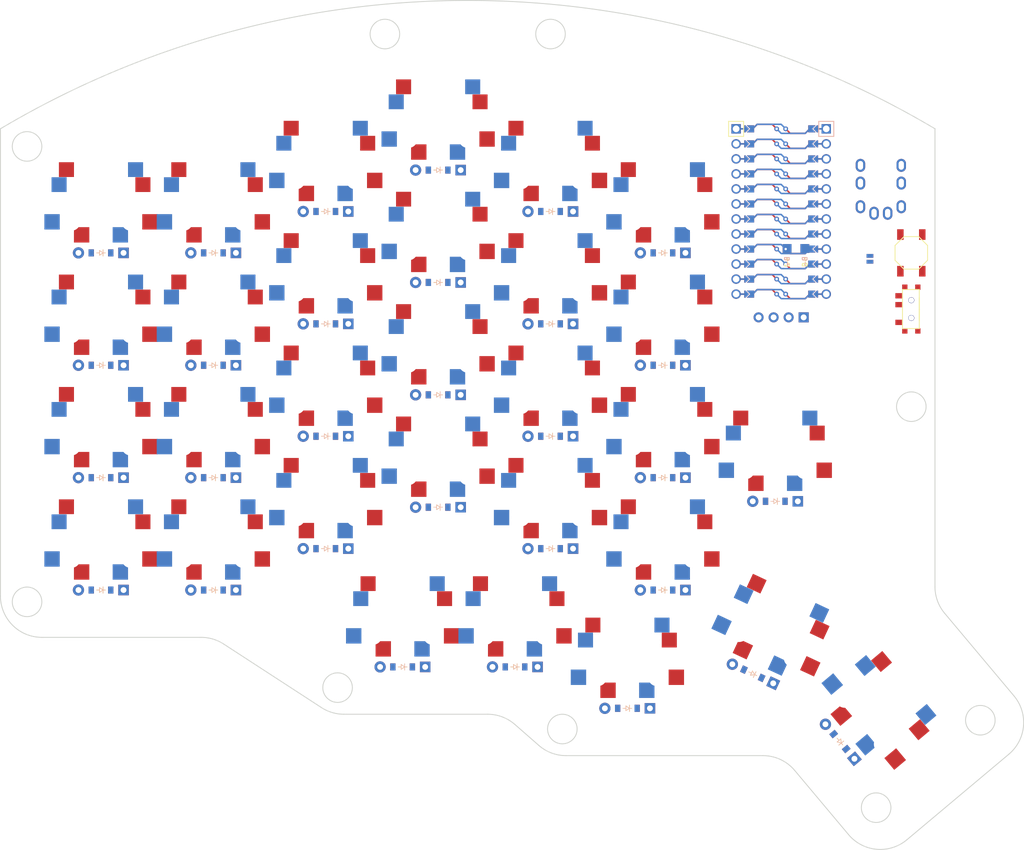
<source format=kicad_pcb>
(kicad_pcb (version 20171130) (host pcbnew 5.1.6)
  (title_block (title moon60Top) (rev v1.0.0) (company Unknown))
  (layers (0 F.Cu signal) (31 B.Cu signal) (34 B.Paste user) (35 F.Paste user) (36 B.SilkS user) (37 F.SilkS user) (38 B.Mask user) (39 F.Mask user) (44 Edge.Cuts user))
  (net 0 "")
  (net 1 "{{row_net}}")
  (net 2 "{{column_net}}")
  (net 3 "RAW")
  (net 4 "GND")
  (net 5 "RST")
  (net 6 "VCC")
  (net 7 "P21")
  (net 8 "P20")
  (net 9 "P19")
  (net 10 "P18")
  (net 11 "P15")
  (net 12 "P14")
  (net 13 "P16")
  (net 14 "P10")
  (net 15 "P1")
  (net 16 "P0")
  (net 17 "P2")
  (net 18 "P3")
  (net 19 "P4")
  (net 20 "P5")
  (net 21 "P6")
  (net 22 "P7")
  (net 23 "P8")
  (net 24 "P9")
  (net 25 "pos")
  (net 26 "Bplus")
  (module PG1350 (layer F.Cu) (at 0 0 180)
    (fp_text reference "S1" hide)
    (fp_text value "" hide)
    (pad "" np_thru_hole circle (at 0 0) (size 3.429 3.429) (drill 3.429) (layers *.Cu *.Mask))
    (pad "" np_thru_hole circle (at 5.5 0) (size 1.7018 1.7018) (drill 1.7018) (layers *.Cu *.Mask))
    (pad "" np_thru_hole circle (at -5.5 0) (size 1.7018 1.7018) (drill 1.7018) (layers *.Cu *.Mask))
    (pad "" np_thru_hole circle (at 5 -3.75) (size 3 3) (drill 3) (layers *.Cu *.Mask))
    (pad "" np_thru_hole circle (at 0 -5.95) (size 3 3) (drill 3) (layers *.Cu *.Mask))
    (pad 1 smd rect (at -3.275 -5.95 180) (size 2.6 2.6) (layers B.Cu B.Paste B.Mask) (net 1 "{{row_net}}"))
    (pad 2 smd rect (at 8.275 -3.75 180) (size 2.6 2.6) (layers B.Cu B.Paste B.Mask) (net 2 "{{column_net}}"))
    (pad "" np_thru_hole circle (at -5 -3.75) (size 3 3) (drill 3) (layers *.Cu *.Mask))
    (pad "" np_thru_hole circle (at 0 -5.95) (size 3 3) (drill 3) (layers *.Cu *.Mask))
    (pad 1 smd rect (at 3.275 -5.95 180) (size 2.6 2.6) (layers F.Cu F.Paste F.Mask) (net 1 "{{row_net}}"))
    (pad 2 smd rect (at -8.275 -3.75 180) (size 2.6 2.6) (layers F.Cu F.Paste F.Mask) (net 2 "{{column_net}}"))
  )
  (module PG1350 (layer F.Cu) (at 0 -19 180)
    (fp_text reference "S2" hide)
    (fp_text value "" hide)
    (pad "" np_thru_hole circle (at 0 0) (size 3.429 3.429) (drill 3.429) (layers *.Cu *.Mask))
    (pad "" np_thru_hole circle (at 5.5 0) (size 1.7018 1.7018) (drill 1.7018) (layers *.Cu *.Mask))
    (pad "" np_thru_hole circle (at -5.5 0) (size 1.7018 1.7018) (drill 1.7018) (layers *.Cu *.Mask))
    (pad "" np_thru_hole circle (at 5 -3.75) (size 3 3) (drill 3) (layers *.Cu *.Mask))
    (pad "" np_thru_hole circle (at 0 -5.95) (size 3 3) (drill 3) (layers *.Cu *.Mask))
    (pad 1 smd rect (at -3.275 -5.95 180) (size 2.6 2.6) (layers B.Cu B.Paste B.Mask) (net 1 "{{row_net}}"))
    (pad 2 smd rect (at 8.275 -3.75 180) (size 2.6 2.6) (layers B.Cu B.Paste B.Mask) (net 2 "{{column_net}}"))
    (pad "" np_thru_hole circle (at -5 -3.75) (size 3 3) (drill 3) (layers *.Cu *.Mask))
    (pad "" np_thru_hole circle (at 0 -5.95) (size 3 3) (drill 3) (layers *.Cu *.Mask))
    (pad 1 smd rect (at 3.275 -5.95 180) (size 2.6 2.6) (layers F.Cu F.Paste F.Mask) (net 1 "{{row_net}}"))
    (pad 2 smd rect (at -8.275 -3.75 180) (size 2.6 2.6) (layers F.Cu F.Paste F.Mask) (net 2 "{{column_net}}"))
  )
  (module PG1350 (layer F.Cu) (at 0 -38 180)
    (fp_text reference "S3" hide)
    (fp_text value "" hide)
    (pad "" np_thru_hole circle (at 0 0) (size 3.429 3.429) (drill 3.429) (layers *.Cu *.Mask))
    (pad "" np_thru_hole circle (at 5.5 0) (size 1.7018 1.7018) (drill 1.7018) (layers *.Cu *.Mask))
    (pad "" np_thru_hole circle (at -5.5 0) (size 1.7018 1.7018) (drill 1.7018) (layers *.Cu *.Mask))
    (pad "" np_thru_hole circle (at 5 -3.75) (size 3 3) (drill 3) (layers *.Cu *.Mask))
    (pad "" np_thru_hole circle (at 0 -5.95) (size 3 3) (drill 3) (layers *.Cu *.Mask))
    (pad 1 smd rect (at -3.275 -5.95 180) (size 2.6 2.6) (layers B.Cu B.Paste B.Mask) (net 1 "{{row_net}}"))
    (pad 2 smd rect (at 8.275 -3.75 180) (size 2.6 2.6) (layers B.Cu B.Paste B.Mask) (net 2 "{{column_net}}"))
    (pad "" np_thru_hole circle (at -5 -3.75) (size 3 3) (drill 3) (layers *.Cu *.Mask))
    (pad "" np_thru_hole circle (at 0 -5.95) (size 3 3) (drill 3) (layers *.Cu *.Mask))
    (pad 1 smd rect (at 3.275 -5.95 180) (size 2.6 2.6) (layers F.Cu F.Paste F.Mask) (net 1 "{{row_net}}"))
    (pad 2 smd rect (at -8.275 -3.75 180) (size 2.6 2.6) (layers F.Cu F.Paste F.Mask) (net 2 "{{column_net}}"))
  )
  (module PG1350 (layer F.Cu) (at 0 -57 180)
    (fp_text reference "S4" hide)
    (fp_text value "" hide)
    (pad "" np_thru_hole circle (at 0 0) (size 3.429 3.429) (drill 3.429) (layers *.Cu *.Mask))
    (pad "" np_thru_hole circle (at 5.5 0) (size 1.7018 1.7018) (drill 1.7018) (layers *.Cu *.Mask))
    (pad "" np_thru_hole circle (at -5.5 0) (size 1.7018 1.7018) (drill 1.7018) (layers *.Cu *.Mask))
    (pad "" np_thru_hole circle (at 5 -3.75) (size 3 3) (drill 3) (layers *.Cu *.Mask))
    (pad "" np_thru_hole circle (at 0 -5.95) (size 3 3) (drill 3) (layers *.Cu *.Mask))
    (pad 1 smd rect (at -3.275 -5.95 180) (size 2.6 2.6) (layers B.Cu B.Paste B.Mask) (net 1 "{{row_net}}"))
    (pad 2 smd rect (at 8.275 -3.75 180) (size 2.6 2.6) (layers B.Cu B.Paste B.Mask) (net 2 "{{column_net}}"))
    (pad "" np_thru_hole circle (at -5 -3.75) (size 3 3) (drill 3) (layers *.Cu *.Mask))
    (pad "" np_thru_hole circle (at 0 -5.95) (size 3 3) (drill 3) (layers *.Cu *.Mask))
    (pad 1 smd rect (at 3.275 -5.95 180) (size 2.6 2.6) (layers F.Cu F.Paste F.Mask) (net 1 "{{row_net}}"))
    (pad 2 smd rect (at -8.275 -3.75 180) (size 2.6 2.6) (layers F.Cu F.Paste F.Mask) (net 2 "{{column_net}}"))
  )
  (module PG1350 (layer F.Cu) (at 19 0 180)
    (fp_text reference "S5" hide)
    (fp_text value "" hide)
    (pad "" np_thru_hole circle (at 0 0) (size 3.429 3.429) (drill 3.429) (layers *.Cu *.Mask))
    (pad "" np_thru_hole circle (at 5.5 0) (size 1.7018 1.7018) (drill 1.7018) (layers *.Cu *.Mask))
    (pad "" np_thru_hole circle (at -5.5 0) (size 1.7018 1.7018) (drill 1.7018) (layers *.Cu *.Mask))
    (pad "" np_thru_hole circle (at 5 -3.75) (size 3 3) (drill 3) (layers *.Cu *.Mask))
    (pad "" np_thru_hole circle (at 0 -5.95) (size 3 3) (drill 3) (layers *.Cu *.Mask))
    (pad 1 smd rect (at -3.275 -5.95 180) (size 2.6 2.6) (layers B.Cu B.Paste B.Mask) (net 1 "{{row_net}}"))
    (pad 2 smd rect (at 8.275 -3.75 180) (size 2.6 2.6) (layers B.Cu B.Paste B.Mask) (net 2 "{{column_net}}"))
    (pad "" np_thru_hole circle (at -5 -3.75) (size 3 3) (drill 3) (layers *.Cu *.Mask))
    (pad "" np_thru_hole circle (at 0 -5.95) (size 3 3) (drill 3) (layers *.Cu *.Mask))
    (pad 1 smd rect (at 3.275 -5.95 180) (size 2.6 2.6) (layers F.Cu F.Paste F.Mask) (net 1 "{{row_net}}"))
    (pad 2 smd rect (at -8.275 -3.75 180) (size 2.6 2.6) (layers F.Cu F.Paste F.Mask) (net 2 "{{column_net}}"))
  )
  (module PG1350 (layer F.Cu) (at 19 -19 180)
    (fp_text reference "S6" hide)
    (fp_text value "" hide)
    (pad "" np_thru_hole circle (at 0 0) (size 3.429 3.429) (drill 3.429) (layers *.Cu *.Mask))
    (pad "" np_thru_hole circle (at 5.5 0) (size 1.7018 1.7018) (drill 1.7018) (layers *.Cu *.Mask))
    (pad "" np_thru_hole circle (at -5.5 0) (size 1.7018 1.7018) (drill 1.7018) (layers *.Cu *.Mask))
    (pad "" np_thru_hole circle (at 5 -3.75) (size 3 3) (drill 3) (layers *.Cu *.Mask))
    (pad "" np_thru_hole circle (at 0 -5.95) (size 3 3) (drill 3) (layers *.Cu *.Mask))
    (pad 1 smd rect (at -3.275 -5.95 180) (size 2.6 2.6) (layers B.Cu B.Paste B.Mask) (net 1 "{{row_net}}"))
    (pad 2 smd rect (at 8.275 -3.75 180) (size 2.6 2.6) (layers B.Cu B.Paste B.Mask) (net 2 "{{column_net}}"))
    (pad "" np_thru_hole circle (at -5 -3.75) (size 3 3) (drill 3) (layers *.Cu *.Mask))
    (pad "" np_thru_hole circle (at 0 -5.95) (size 3 3) (drill 3) (layers *.Cu *.Mask))
    (pad 1 smd rect (at 3.275 -5.95 180) (size 2.6 2.6) (layers F.Cu F.Paste F.Mask) (net 1 "{{row_net}}"))
    (pad 2 smd rect (at -8.275 -3.75 180) (size 2.6 2.6) (layers F.Cu F.Paste F.Mask) (net 2 "{{column_net}}"))
  )
  (module PG1350 (layer F.Cu) (at 19 -38 180)
    (fp_text reference "S7" hide)
    (fp_text value "" hide)
    (pad "" np_thru_hole circle (at 0 0) (size 3.429 3.429) (drill 3.429) (layers *.Cu *.Mask))
    (pad "" np_thru_hole circle (at 5.5 0) (size 1.7018 1.7018) (drill 1.7018) (layers *.Cu *.Mask))
    (pad "" np_thru_hole circle (at -5.5 0) (size 1.7018 1.7018) (drill 1.7018) (layers *.Cu *.Mask))
    (pad "" np_thru_hole circle (at 5 -3.75) (size 3 3) (drill 3) (layers *.Cu *.Mask))
    (pad "" np_thru_hole circle (at 0 -5.95) (size 3 3) (drill 3) (layers *.Cu *.Mask))
    (pad 1 smd rect (at -3.275 -5.95 180) (size 2.6 2.6) (layers B.Cu B.Paste B.Mask) (net 1 "{{row_net}}"))
    (pad 2 smd rect (at 8.275 -3.75 180) (size 2.6 2.6) (layers B.Cu B.Paste B.Mask) (net 2 "{{column_net}}"))
    (pad "" np_thru_hole circle (at -5 -3.75) (size 3 3) (drill 3) (layers *.Cu *.Mask))
    (pad "" np_thru_hole circle (at 0 -5.95) (size 3 3) (drill 3) (layers *.Cu *.Mask))
    (pad 1 smd rect (at 3.275 -5.95 180) (size 2.6 2.6) (layers F.Cu F.Paste F.Mask) (net 1 "{{row_net}}"))
    (pad 2 smd rect (at -8.275 -3.75 180) (size 2.6 2.6) (layers F.Cu F.Paste F.Mask) (net 2 "{{column_net}}"))
  )
  (module PG1350 (layer F.Cu) (at 19 -57 180)
    (fp_text reference "S8" hide)
    (fp_text value "" hide)
    (pad "" np_thru_hole circle (at 0 0) (size 3.429 3.429) (drill 3.429) (layers *.Cu *.Mask))
    (pad "" np_thru_hole circle (at 5.5 0) (size 1.7018 1.7018) (drill 1.7018) (layers *.Cu *.Mask))
    (pad "" np_thru_hole circle (at -5.5 0) (size 1.7018 1.7018) (drill 1.7018) (layers *.Cu *.Mask))
    (pad "" np_thru_hole circle (at 5 -3.75) (size 3 3) (drill 3) (layers *.Cu *.Mask))
    (pad "" np_thru_hole circle (at 0 -5.95) (size 3 3) (drill 3) (layers *.Cu *.Mask))
    (pad 1 smd rect (at -3.275 -5.95 180) (size 2.6 2.6) (layers B.Cu B.Paste B.Mask) (net 1 "{{row_net}}"))
    (pad 2 smd rect (at 8.275 -3.75 180) (size 2.6 2.6) (layers B.Cu B.Paste B.Mask) (net 2 "{{column_net}}"))
    (pad "" np_thru_hole circle (at -5 -3.75) (size 3 3) (drill 3) (layers *.Cu *.Mask))
    (pad "" np_thru_hole circle (at 0 -5.95) (size 3 3) (drill 3) (layers *.Cu *.Mask))
    (pad 1 smd rect (at 3.275 -5.95 180) (size 2.6 2.6) (layers F.Cu F.Paste F.Mask) (net 1 "{{row_net}}"))
    (pad 2 smd rect (at -8.275 -3.75 180) (size 2.6 2.6) (layers F.Cu F.Paste F.Mask) (net 2 "{{column_net}}"))
  )
  (module PG1350 (layer F.Cu) (at 38 -7 180)
    (fp_text reference "S9" hide)
    (fp_text value "" hide)
    (pad "" np_thru_hole circle (at 0 0) (size 3.429 3.429) (drill 3.429) (layers *.Cu *.Mask))
    (pad "" np_thru_hole circle (at 5.5 0) (size 1.7018 1.7018) (drill 1.7018) (layers *.Cu *.Mask))
    (pad "" np_thru_hole circle (at -5.5 0) (size 1.7018 1.7018) (drill 1.7018) (layers *.Cu *.Mask))
    (pad "" np_thru_hole circle (at 5 -3.75) (size 3 3) (drill 3) (layers *.Cu *.Mask))
    (pad "" np_thru_hole circle (at 0 -5.95) (size 3 3) (drill 3) (layers *.Cu *.Mask))
    (pad 1 smd rect (at -3.275 -5.95 180) (size 2.6 2.6) (layers B.Cu B.Paste B.Mask) (net 1 "{{row_net}}"))
    (pad 2 smd rect (at 8.275 -3.75 180) (size 2.6 2.6) (layers B.Cu B.Paste B.Mask) (net 2 "{{column_net}}"))
    (pad "" np_thru_hole circle (at -5 -3.75) (size 3 3) (drill 3) (layers *.Cu *.Mask))
    (pad "" np_thru_hole circle (at 0 -5.95) (size 3 3) (drill 3) (layers *.Cu *.Mask))
    (pad 1 smd rect (at 3.275 -5.95 180) (size 2.6 2.6) (layers F.Cu F.Paste F.Mask) (net 1 "{{row_net}}"))
    (pad 2 smd rect (at -8.275 -3.75 180) (size 2.6 2.6) (layers F.Cu F.Paste F.Mask) (net 2 "{{column_net}}"))
  )
  (module PG1350 (layer F.Cu) (at 38 -26 180)
    (fp_text reference "S10" hide)
    (fp_text value "" hide)
    (pad "" np_thru_hole circle (at 0 0) (size 3.429 3.429) (drill 3.429) (layers *.Cu *.Mask))
    (pad "" np_thru_hole circle (at 5.5 0) (size 1.7018 1.7018) (drill 1.7018) (layers *.Cu *.Mask))
    (pad "" np_thru_hole circle (at -5.5 0) (size 1.7018 1.7018) (drill 1.7018) (layers *.Cu *.Mask))
    (pad "" np_thru_hole circle (at 5 -3.75) (size 3 3) (drill 3) (layers *.Cu *.Mask))
    (pad "" np_thru_hole circle (at 0 -5.95) (size 3 3) (drill 3) (layers *.Cu *.Mask))
    (pad 1 smd rect (at -3.275 -5.95 180) (size 2.6 2.6) (layers B.Cu B.Paste B.Mask) (net 1 "{{row_net}}"))
    (pad 2 smd rect (at 8.275 -3.75 180) (size 2.6 2.6) (layers B.Cu B.Paste B.Mask) (net 2 "{{column_net}}"))
    (pad "" np_thru_hole circle (at -5 -3.75) (size 3 3) (drill 3) (layers *.Cu *.Mask))
    (pad "" np_thru_hole circle (at 0 -5.95) (size 3 3) (drill 3) (layers *.Cu *.Mask))
    (pad 1 smd rect (at 3.275 -5.95 180) (size 2.6 2.6) (layers F.Cu F.Paste F.Mask) (net 1 "{{row_net}}"))
    (pad 2 smd rect (at -8.275 -3.75 180) (size 2.6 2.6) (layers F.Cu F.Paste F.Mask) (net 2 "{{column_net}}"))
  )
  (module PG1350 (layer F.Cu) (at 38 -45 180)
    (fp_text reference "S11" hide)
    (fp_text value "" hide)
    (pad "" np_thru_hole circle (at 0 0) (size 3.429 3.429) (drill 3.429) (layers *.Cu *.Mask))
    (pad "" np_thru_hole circle (at 5.5 0) (size 1.7018 1.7018) (drill 1.7018) (layers *.Cu *.Mask))
    (pad "" np_thru_hole circle (at -5.5 0) (size 1.7018 1.7018) (drill 1.7018) (layers *.Cu *.Mask))
    (pad "" np_thru_hole circle (at 5 -3.75) (size 3 3) (drill 3) (layers *.Cu *.Mask))
    (pad "" np_thru_hole circle (at 0 -5.95) (size 3 3) (drill 3) (layers *.Cu *.Mask))
    (pad 1 smd rect (at -3.275 -5.95 180) (size 2.6 2.6) (layers B.Cu B.Paste B.Mask) (net 1 "{{row_net}}"))
    (pad 2 smd rect (at 8.275 -3.75 180) (size 2.6 2.6) (layers B.Cu B.Paste B.Mask) (net 2 "{{column_net}}"))
    (pad "" np_thru_hole circle (at -5 -3.75) (size 3 3) (drill 3) (layers *.Cu *.Mask))
    (pad "" np_thru_hole circle (at 0 -5.95) (size 3 3) (drill 3) (layers *.Cu *.Mask))
    (pad 1 smd rect (at 3.275 -5.95 180) (size 2.6 2.6) (layers F.Cu F.Paste F.Mask) (net 1 "{{row_net}}"))
    (pad 2 smd rect (at -8.275 -3.75 180) (size 2.6 2.6) (layers F.Cu F.Paste F.Mask) (net 2 "{{column_net}}"))
  )
  (module PG1350 (layer F.Cu) (at 38 -64 180)
    (fp_text reference "S12" hide)
    (fp_text value "" hide)
    (pad "" np_thru_hole circle (at 0 0) (size 3.429 3.429) (drill 3.429) (layers *.Cu *.Mask))
    (pad "" np_thru_hole circle (at 5.5 0) (size 1.7018 1.7018) (drill 1.7018) (layers *.Cu *.Mask))
    (pad "" np_thru_hole circle (at -5.5 0) (size 1.7018 1.7018) (drill 1.7018) (layers *.Cu *.Mask))
    (pad "" np_thru_hole circle (at 5 -3.75) (size 3 3) (drill 3) (layers *.Cu *.Mask))
    (pad "" np_thru_hole circle (at 0 -5.95) (size 3 3) (drill 3) (layers *.Cu *.Mask))
    (pad 1 smd rect (at -3.275 -5.95 180) (size 2.6 2.6) (layers B.Cu B.Paste B.Mask) (net 1 "{{row_net}}"))
    (pad 2 smd rect (at 8.275 -3.75 180) (size 2.6 2.6) (layers B.Cu B.Paste B.Mask) (net 2 "{{column_net}}"))
    (pad "" np_thru_hole circle (at -5 -3.75) (size 3 3) (drill 3) (layers *.Cu *.Mask))
    (pad "" np_thru_hole circle (at 0 -5.95) (size 3 3) (drill 3) (layers *.Cu *.Mask))
    (pad 1 smd rect (at 3.275 -5.95 180) (size 2.6 2.6) (layers F.Cu F.Paste F.Mask) (net 1 "{{row_net}}"))
    (pad 2 smd rect (at -8.275 -3.75 180) (size 2.6 2.6) (layers F.Cu F.Paste F.Mask) (net 2 "{{column_net}}"))
  )
  (module PG1350 (layer F.Cu) (at 57 -14 180)
    (fp_text reference "S13" hide)
    (fp_text value "" hide)
    (pad "" np_thru_hole circle (at 0 0) (size 3.429 3.429) (drill 3.429) (layers *.Cu *.Mask))
    (pad "" np_thru_hole circle (at 5.5 0) (size 1.7018 1.7018) (drill 1.7018) (layers *.Cu *.Mask))
    (pad "" np_thru_hole circle (at -5.5 0) (size 1.7018 1.7018) (drill 1.7018) (layers *.Cu *.Mask))
    (pad "" np_thru_hole circle (at 5 -3.75) (size 3 3) (drill 3) (layers *.Cu *.Mask))
    (pad "" np_thru_hole circle (at 0 -5.95) (size 3 3) (drill 3) (layers *.Cu *.Mask))
    (pad 1 smd rect (at -3.275 -5.95 180) (size 2.6 2.6) (layers B.Cu B.Paste B.Mask) (net 1 "{{row_net}}"))
    (pad 2 smd rect (at 8.275 -3.75 180) (size 2.6 2.6) (layers B.Cu B.Paste B.Mask) (net 2 "{{column_net}}"))
    (pad "" np_thru_hole circle (at -5 -3.75) (size 3 3) (drill 3) (layers *.Cu *.Mask))
    (pad "" np_thru_hole circle (at 0 -5.95) (size 3 3) (drill 3) (layers *.Cu *.Mask))
    (pad 1 smd rect (at 3.275 -5.95 180) (size 2.6 2.6) (layers F.Cu F.Paste F.Mask) (net 1 "{{row_net}}"))
    (pad 2 smd rect (at -8.275 -3.75 180) (size 2.6 2.6) (layers F.Cu F.Paste F.Mask) (net 2 "{{column_net}}"))
  )
  (module PG1350 (layer F.Cu) (at 57 -33 180)
    (fp_text reference "S14" hide)
    (fp_text value "" hide)
    (pad "" np_thru_hole circle (at 0 0) (size 3.429 3.429) (drill 3.429) (layers *.Cu *.Mask))
    (pad "" np_thru_hole circle (at 5.5 0) (size 1.7018 1.7018) (drill 1.7018) (layers *.Cu *.Mask))
    (pad "" np_thru_hole circle (at -5.5 0) (size 1.7018 1.7018) (drill 1.7018) (layers *.Cu *.Mask))
    (pad "" np_thru_hole circle (at 5 -3.75) (size 3 3) (drill 3) (layers *.Cu *.Mask))
    (pad "" np_thru_hole circle (at 0 -5.95) (size 3 3) (drill 3) (layers *.Cu *.Mask))
    (pad 1 smd rect (at -3.275 -5.95 180) (size 2.6 2.6) (layers B.Cu B.Paste B.Mask) (net 1 "{{row_net}}"))
    (pad 2 smd rect (at 8.275 -3.75 180) (size 2.6 2.6) (layers B.Cu B.Paste B.Mask) (net 2 "{{column_net}}"))
    (pad "" np_thru_hole circle (at -5 -3.75) (size 3 3) (drill 3) (layers *.Cu *.Mask))
    (pad "" np_thru_hole circle (at 0 -5.95) (size 3 3) (drill 3) (layers *.Cu *.Mask))
    (pad 1 smd rect (at 3.275 -5.95 180) (size 2.6 2.6) (layers F.Cu F.Paste F.Mask) (net 1 "{{row_net}}"))
    (pad 2 smd rect (at -8.275 -3.75 180) (size 2.6 2.6) (layers F.Cu F.Paste F.Mask) (net 2 "{{column_net}}"))
  )
  (module PG1350 (layer F.Cu) (at 57 -52 180)
    (fp_text reference "S15" hide)
    (fp_text value "" hide)
    (pad "" np_thru_hole circle (at 0 0) (size 3.429 3.429) (drill 3.429) (layers *.Cu *.Mask))
    (pad "" np_thru_hole circle (at 5.5 0) (size 1.7018 1.7018) (drill 1.7018) (layers *.Cu *.Mask))
    (pad "" np_thru_hole circle (at -5.5 0) (size 1.7018 1.7018) (drill 1.7018) (layers *.Cu *.Mask))
    (pad "" np_thru_hole circle (at 5 -3.75) (size 3 3) (drill 3) (layers *.Cu *.Mask))
    (pad "" np_thru_hole circle (at 0 -5.95) (size 3 3) (drill 3) (layers *.Cu *.Mask))
    (pad 1 smd rect (at -3.275 -5.95 180) (size 2.6 2.6) (layers B.Cu B.Paste B.Mask) (net 1 "{{row_net}}"))
    (pad 2 smd rect (at 8.275 -3.75 180) (size 2.6 2.6) (layers B.Cu B.Paste B.Mask) (net 2 "{{column_net}}"))
    (pad "" np_thru_hole circle (at -5 -3.75) (size 3 3) (drill 3) (layers *.Cu *.Mask))
    (pad "" np_thru_hole circle (at 0 -5.95) (size 3 3) (drill 3) (layers *.Cu *.Mask))
    (pad 1 smd rect (at 3.275 -5.95 180) (size 2.6 2.6) (layers F.Cu F.Paste F.Mask) (net 1 "{{row_net}}"))
    (pad 2 smd rect (at -8.275 -3.75 180) (size 2.6 2.6) (layers F.Cu F.Paste F.Mask) (net 2 "{{column_net}}"))
  )
  (module PG1350 (layer F.Cu) (at 57 -71 180)
    (fp_text reference "S16" hide)
    (fp_text value "" hide)
    (pad "" np_thru_hole circle (at 0 0) (size 3.429 3.429) (drill 3.429) (layers *.Cu *.Mask))
    (pad "" np_thru_hole circle (at 5.5 0) (size 1.7018 1.7018) (drill 1.7018) (layers *.Cu *.Mask))
    (pad "" np_thru_hole circle (at -5.5 0) (size 1.7018 1.7018) (drill 1.7018) (layers *.Cu *.Mask))
    (pad "" np_thru_hole circle (at 5 -3.75) (size 3 3) (drill 3) (layers *.Cu *.Mask))
    (pad "" np_thru_hole circle (at 0 -5.95) (size 3 3) (drill 3) (layers *.Cu *.Mask))
    (pad 1 smd rect (at -3.275 -5.95 180) (size 2.6 2.6) (layers B.Cu B.Paste B.Mask) (net 1 "{{row_net}}"))
    (pad 2 smd rect (at 8.275 -3.75 180) (size 2.6 2.6) (layers B.Cu B.Paste B.Mask) (net 2 "{{column_net}}"))
    (pad "" np_thru_hole circle (at -5 -3.75) (size 3 3) (drill 3) (layers *.Cu *.Mask))
    (pad "" np_thru_hole circle (at 0 -5.95) (size 3 3) (drill 3) (layers *.Cu *.Mask))
    (pad 1 smd rect (at 3.275 -5.95 180) (size 2.6 2.6) (layers F.Cu F.Paste F.Mask) (net 1 "{{row_net}}"))
    (pad 2 smd rect (at -8.275 -3.75 180) (size 2.6 2.6) (layers F.Cu F.Paste F.Mask) (net 2 "{{column_net}}"))
  )
  (module PG1350 (layer F.Cu) (at 76 -7 180)
    (fp_text reference "S17" hide)
    (fp_text value "" hide)
    (pad "" np_thru_hole circle (at 0 0) (size 3.429 3.429) (drill 3.429) (layers *.Cu *.Mask))
    (pad "" np_thru_hole circle (at 5.5 0) (size 1.7018 1.7018) (drill 1.7018) (layers *.Cu *.Mask))
    (pad "" np_thru_hole circle (at -5.5 0) (size 1.7018 1.7018) (drill 1.7018) (layers *.Cu *.Mask))
    (pad "" np_thru_hole circle (at 5 -3.75) (size 3 3) (drill 3) (layers *.Cu *.Mask))
    (pad "" np_thru_hole circle (at 0 -5.95) (size 3 3) (drill 3) (layers *.Cu *.Mask))
    (pad 1 smd rect (at -3.275 -5.95 180) (size 2.6 2.6) (layers B.Cu B.Paste B.Mask) (net 1 "{{row_net}}"))
    (pad 2 smd rect (at 8.275 -3.75 180) (size 2.6 2.6) (layers B.Cu B.Paste B.Mask) (net 2 "{{column_net}}"))
    (pad "" np_thru_hole circle (at -5 -3.75) (size 3 3) (drill 3) (layers *.Cu *.Mask))
    (pad "" np_thru_hole circle (at 0 -5.95) (size 3 3) (drill 3) (layers *.Cu *.Mask))
    (pad 1 smd rect (at 3.275 -5.95 180) (size 2.6 2.6) (layers F.Cu F.Paste F.Mask) (net 1 "{{row_net}}"))
    (pad 2 smd rect (at -8.275 -3.75 180) (size 2.6 2.6) (layers F.Cu F.Paste F.Mask) (net 2 "{{column_net}}"))
  )
  (module PG1350 (layer F.Cu) (at 76 -26 180)
    (fp_text reference "S18" hide)
    (fp_text value "" hide)
    (pad "" np_thru_hole circle (at 0 0) (size 3.429 3.429) (drill 3.429) (layers *.Cu *.Mask))
    (pad "" np_thru_hole circle (at 5.5 0) (size 1.7018 1.7018) (drill 1.7018) (layers *.Cu *.Mask))
    (pad "" np_thru_hole circle (at -5.5 0) (size 1.7018 1.7018) (drill 1.7018) (layers *.Cu *.Mask))
    (pad "" np_thru_hole circle (at 5 -3.75) (size 3 3) (drill 3) (layers *.Cu *.Mask))
    (pad "" np_thru_hole circle (at 0 -5.95) (size 3 3) (drill 3) (layers *.Cu *.Mask))
    (pad 1 smd rect (at -3.275 -5.95 180) (size 2.6 2.6) (layers B.Cu B.Paste B.Mask) (net 1 "{{row_net}}"))
    (pad 2 smd rect (at 8.275 -3.75 180) (size 2.6 2.6) (layers B.Cu B.Paste B.Mask) (net 2 "{{column_net}}"))
    (pad "" np_thru_hole circle (at -5 -3.75) (size 3 3) (drill 3) (layers *.Cu *.Mask))
    (pad "" np_thru_hole circle (at 0 -5.95) (size 3 3) (drill 3) (layers *.Cu *.Mask))
    (pad 1 smd rect (at 3.275 -5.95 180) (size 2.6 2.6) (layers F.Cu F.Paste F.Mask) (net 1 "{{row_net}}"))
    (pad 2 smd rect (at -8.275 -3.75 180) (size 2.6 2.6) (layers F.Cu F.Paste F.Mask) (net 2 "{{column_net}}"))
  )
  (module PG1350 (layer F.Cu) (at 76 -45 180)
    (fp_text reference "S19" hide)
    (fp_text value "" hide)
    (pad "" np_thru_hole circle (at 0 0) (size 3.429 3.429) (drill 3.429) (layers *.Cu *.Mask))
    (pad "" np_thru_hole circle (at 5.5 0) (size 1.7018 1.7018) (drill 1.7018) (layers *.Cu *.Mask))
    (pad "" np_thru_hole circle (at -5.5 0) (size 1.7018 1.7018) (drill 1.7018) (layers *.Cu *.Mask))
    (pad "" np_thru_hole circle (at 5 -3.75) (size 3 3) (drill 3) (layers *.Cu *.Mask))
    (pad "" np_thru_hole circle (at 0 -5.95) (size 3 3) (drill 3) (layers *.Cu *.Mask))
    (pad 1 smd rect (at -3.275 -5.95 180) (size 2.6 2.6) (layers B.Cu B.Paste B.Mask) (net 1 "{{row_net}}"))
    (pad 2 smd rect (at 8.275 -3.75 180) (size 2.6 2.6) (layers B.Cu B.Paste B.Mask) (net 2 "{{column_net}}"))
    (pad "" np_thru_hole circle (at -5 -3.75) (size 3 3) (drill 3) (layers *.Cu *.Mask))
    (pad "" np_thru_hole circle (at 0 -5.95) (size 3 3) (drill 3) (layers *.Cu *.Mask))
    (pad 1 smd rect (at 3.275 -5.95 180) (size 2.6 2.6) (layers F.Cu F.Paste F.Mask) (net 1 "{{row_net}}"))
    (pad 2 smd rect (at -8.275 -3.75 180) (size 2.6 2.6) (layers F.Cu F.Paste F.Mask) (net 2 "{{column_net}}"))
  )
  (module PG1350 (layer F.Cu) (at 76 -64 180)
    (fp_text reference "S20" hide)
    (fp_text value "" hide)
    (pad "" np_thru_hole circle (at 0 0) (size 3.429 3.429) (drill 3.429) (layers *.Cu *.Mask))
    (pad "" np_thru_hole circle (at 5.5 0) (size 1.7018 1.7018) (drill 1.7018) (layers *.Cu *.Mask))
    (pad "" np_thru_hole circle (at -5.5 0) (size 1.7018 1.7018) (drill 1.7018) (layers *.Cu *.Mask))
    (pad "" np_thru_hole circle (at 5 -3.75) (size 3 3) (drill 3) (layers *.Cu *.Mask))
    (pad "" np_thru_hole circle (at 0 -5.95) (size 3 3) (drill 3) (layers *.Cu *.Mask))
    (pad 1 smd rect (at -3.275 -5.95 180) (size 2.6 2.6) (layers B.Cu B.Paste B.Mask) (net 1 "{{row_net}}"))
    (pad 2 smd rect (at 8.275 -3.75 180) (size 2.6 2.6) (layers B.Cu B.Paste B.Mask) (net 2 "{{column_net}}"))
    (pad "" np_thru_hole circle (at -5 -3.75) (size 3 3) (drill 3) (layers *.Cu *.Mask))
    (pad "" np_thru_hole circle (at 0 -5.95) (size 3 3) (drill 3) (layers *.Cu *.Mask))
    (pad 1 smd rect (at 3.275 -5.95 180) (size 2.6 2.6) (layers F.Cu F.Paste F.Mask) (net 1 "{{row_net}}"))
    (pad 2 smd rect (at -8.275 -3.75 180) (size 2.6 2.6) (layers F.Cu F.Paste F.Mask) (net 2 "{{column_net}}"))
  )
  (module PG1350 (layer F.Cu) (at 95 0 180)
    (fp_text reference "S21" hide)
    (fp_text value "" hide)
    (pad "" np_thru_hole circle (at 0 0) (size 3.429 3.429) (drill 3.429) (layers *.Cu *.Mask))
    (pad "" np_thru_hole circle (at 5.5 0) (size 1.7018 1.7018) (drill 1.7018) (layers *.Cu *.Mask))
    (pad "" np_thru_hole circle (at -5.5 0) (size 1.7018 1.7018) (drill 1.7018) (layers *.Cu *.Mask))
    (pad "" np_thru_hole circle (at 5 -3.75) (size 3 3) (drill 3) (layers *.Cu *.Mask))
    (pad "" np_thru_hole circle (at 0 -5.95) (size 3 3) (drill 3) (layers *.Cu *.Mask))
    (pad 1 smd rect (at -3.275 -5.95 180) (size 2.6 2.6) (layers B.Cu B.Paste B.Mask) (net 1 "{{row_net}}"))
    (pad 2 smd rect (at 8.275 -3.75 180) (size 2.6 2.6) (layers B.Cu B.Paste B.Mask) (net 2 "{{column_net}}"))
    (pad "" np_thru_hole circle (at -5 -3.75) (size 3 3) (drill 3) (layers *.Cu *.Mask))
    (pad "" np_thru_hole circle (at 0 -5.95) (size 3 3) (drill 3) (layers *.Cu *.Mask))
    (pad 1 smd rect (at 3.275 -5.95 180) (size 2.6 2.6) (layers F.Cu F.Paste F.Mask) (net 1 "{{row_net}}"))
    (pad 2 smd rect (at -8.275 -3.75 180) (size 2.6 2.6) (layers F.Cu F.Paste F.Mask) (net 2 "{{column_net}}"))
  )
  (module PG1350 (layer F.Cu) (at 95 -19 180)
    (fp_text reference "S22" hide)
    (fp_text value "" hide)
    (pad "" np_thru_hole circle (at 0 0) (size 3.429 3.429) (drill 3.429) (layers *.Cu *.Mask))
    (pad "" np_thru_hole circle (at 5.5 0) (size 1.7018 1.7018) (drill 1.7018) (layers *.Cu *.Mask))
    (pad "" np_thru_hole circle (at -5.5 0) (size 1.7018 1.7018) (drill 1.7018) (layers *.Cu *.Mask))
    (pad "" np_thru_hole circle (at 5 -3.75) (size 3 3) (drill 3) (layers *.Cu *.Mask))
    (pad "" np_thru_hole circle (at 0 -5.95) (size 3 3) (drill 3) (layers *.Cu *.Mask))
    (pad 1 smd rect (at -3.275 -5.95 180) (size 2.6 2.6) (layers B.Cu B.Paste B.Mask) (net 1 "{{row_net}}"))
    (pad 2 smd rect (at 8.275 -3.75 180) (size 2.6 2.6) (layers B.Cu B.Paste B.Mask) (net 2 "{{column_net}}"))
    (pad "" np_thru_hole circle (at -5 -3.75) (size 3 3) (drill 3) (layers *.Cu *.Mask))
    (pad "" np_thru_hole circle (at 0 -5.95) (size 3 3) (drill 3) (layers *.Cu *.Mask))
    (pad 1 smd rect (at 3.275 -5.95 180) (size 2.6 2.6) (layers F.Cu F.Paste F.Mask) (net 1 "{{row_net}}"))
    (pad 2 smd rect (at -8.275 -3.75 180) (size 2.6 2.6) (layers F.Cu F.Paste F.Mask) (net 2 "{{column_net}}"))
  )
  (module PG1350 (layer F.Cu) (at 95 -38 180)
    (fp_text reference "S23" hide)
    (fp_text value "" hide)
    (pad "" np_thru_hole circle (at 0 0) (size 3.429 3.429) (drill 3.429) (layers *.Cu *.Mask))
    (pad "" np_thru_hole circle (at 5.5 0) (size 1.7018 1.7018) (drill 1.7018) (layers *.Cu *.Mask))
    (pad "" np_thru_hole circle (at -5.5 0) (size 1.7018 1.7018) (drill 1.7018) (layers *.Cu *.Mask))
    (pad "" np_thru_hole circle (at 5 -3.75) (size 3 3) (drill 3) (layers *.Cu *.Mask))
    (pad "" np_thru_hole circle (at 0 -5.95) (size 3 3) (drill 3) (layers *.Cu *.Mask))
    (pad 1 smd rect (at -3.275 -5.95 180) (size 2.6 2.6) (layers B.Cu B.Paste B.Mask) (net 1 "{{row_net}}"))
    (pad 2 smd rect (at 8.275 -3.75 180) (size 2.6 2.6) (layers B.Cu B.Paste B.Mask) (net 2 "{{column_net}}"))
    (pad "" np_thru_hole circle (at -5 -3.75) (size 3 3) (drill 3) (layers *.Cu *.Mask))
    (pad "" np_thru_hole circle (at 0 -5.95) (size 3 3) (drill 3) (layers *.Cu *.Mask))
    (pad 1 smd rect (at 3.275 -5.95 180) (size 2.6 2.6) (layers F.Cu F.Paste F.Mask) (net 1 "{{row_net}}"))
    (pad 2 smd rect (at -8.275 -3.75 180) (size 2.6 2.6) (layers F.Cu F.Paste F.Mask) (net 2 "{{column_net}}"))
  )
  (module PG1350 (layer F.Cu) (at 95 -57 180)
    (fp_text reference "S24" hide)
    (fp_text value "" hide)
    (pad "" np_thru_hole circle (at 0 0) (size 3.429 3.429) (drill 3.429) (layers *.Cu *.Mask))
    (pad "" np_thru_hole circle (at 5.5 0) (size 1.7018 1.7018) (drill 1.7018) (layers *.Cu *.Mask))
    (pad "" np_thru_hole circle (at -5.5 0) (size 1.7018 1.7018) (drill 1.7018) (layers *.Cu *.Mask))
    (pad "" np_thru_hole circle (at 5 -3.75) (size 3 3) (drill 3) (layers *.Cu *.Mask))
    (pad "" np_thru_hole circle (at 0 -5.95) (size 3 3) (drill 3) (layers *.Cu *.Mask))
    (pad 1 smd rect (at -3.275 -5.95 180) (size 2.6 2.6) (layers B.Cu B.Paste B.Mask) (net 1 "{{row_net}}"))
    (pad 2 smd rect (at 8.275 -3.75 180) (size 2.6 2.6) (layers B.Cu B.Paste B.Mask) (net 2 "{{column_net}}"))
    (pad "" np_thru_hole circle (at -5 -3.75) (size 3 3) (drill 3) (layers *.Cu *.Mask))
    (pad "" np_thru_hole circle (at 0 -5.95) (size 3 3) (drill 3) (layers *.Cu *.Mask))
    (pad 1 smd rect (at 3.275 -5.95 180) (size 2.6 2.6) (layers F.Cu F.Paste F.Mask) (net 1 "{{row_net}}"))
    (pad 2 smd rect (at -8.275 -3.75 180) (size 2.6 2.6) (layers F.Cu F.Paste F.Mask) (net 2 "{{column_net}}"))
  )
  (module PG1350 (layer F.Cu) (at 51 13 180)
    (fp_text reference "S25" hide)
    (fp_text value "" hide)
    (pad "" np_thru_hole circle (at 0 0) (size 3.429 3.429) (drill 3.429) (layers *.Cu *.Mask))
    (pad "" np_thru_hole circle (at 5.5 0) (size 1.7018 1.7018) (drill 1.7018) (layers *.Cu *.Mask))
    (pad "" np_thru_hole circle (at -5.5 0) (size 1.7018 1.7018) (drill 1.7018) (layers *.Cu *.Mask))
    (pad "" np_thru_hole circle (at 5 -3.75) (size 3 3) (drill 3) (layers *.Cu *.Mask))
    (pad "" np_thru_hole circle (at 0 -5.95) (size 3 3) (drill 3) (layers *.Cu *.Mask))
    (pad 1 smd rect (at -3.275 -5.95 180) (size 2.6 2.6) (layers B.Cu B.Paste B.Mask) (net 1 "{{row_net}}"))
    (pad 2 smd rect (at 8.275 -3.75 180) (size 2.6 2.6) (layers B.Cu B.Paste B.Mask) (net 2 "{{column_net}}"))
    (pad "" np_thru_hole circle (at -5 -3.75) (size 3 3) (drill 3) (layers *.Cu *.Mask))
    (pad "" np_thru_hole circle (at 0 -5.95) (size 3 3) (drill 3) (layers *.Cu *.Mask))
    (pad 1 smd rect (at 3.275 -5.95 180) (size 2.6 2.6) (layers F.Cu F.Paste F.Mask) (net 1 "{{row_net}}"))
    (pad 2 smd rect (at -8.275 -3.75 180) (size 2.6 2.6) (layers F.Cu F.Paste F.Mask) (net 2 "{{column_net}}"))
  )
  (module PG1350 (layer F.Cu) (at 70 13 180)
    (fp_text reference "S26" hide)
    (fp_text value "" hide)
    (pad "" np_thru_hole circle (at 0 0) (size 3.429 3.429) (drill 3.429) (layers *.Cu *.Mask))
    (pad "" np_thru_hole circle (at 5.5 0) (size 1.7018 1.7018) (drill 1.7018) (layers *.Cu *.Mask))
    (pad "" np_thru_hole circle (at -5.5 0) (size 1.7018 1.7018) (drill 1.7018) (layers *.Cu *.Mask))
    (pad "" np_thru_hole circle (at 5 -3.75) (size 3 3) (drill 3) (layers *.Cu *.Mask))
    (pad "" np_thru_hole circle (at 0 -5.95) (size 3 3) (drill 3) (layers *.Cu *.Mask))
    (pad 1 smd rect (at -3.275 -5.95 180) (size 2.6 2.6) (layers B.Cu B.Paste B.Mask) (net 1 "{{row_net}}"))
    (pad 2 smd rect (at 8.275 -3.75 180) (size 2.6 2.6) (layers B.Cu B.Paste B.Mask) (net 2 "{{column_net}}"))
    (pad "" np_thru_hole circle (at -5 -3.75) (size 3 3) (drill 3) (layers *.Cu *.Mask))
    (pad "" np_thru_hole circle (at 0 -5.95) (size 3 3) (drill 3) (layers *.Cu *.Mask))
    (pad 1 smd rect (at 3.275 -5.95 180) (size 2.6 2.6) (layers F.Cu F.Paste F.Mask) (net 1 "{{row_net}}"))
    (pad 2 smd rect (at -8.275 -3.75 180) (size 2.6 2.6) (layers F.Cu F.Paste F.Mask) (net 2 "{{column_net}}"))
  )
  (module PG1350 (layer F.Cu) (at 89 20 180)
    (fp_text reference "S27" hide)
    (fp_text value "" hide)
    (pad "" np_thru_hole circle (at 0 0) (size 3.429 3.429) (drill 3.429) (layers *.Cu *.Mask))
    (pad "" np_thru_hole circle (at 5.5 0) (size 1.7018 1.7018) (drill 1.7018) (layers *.Cu *.Mask))
    (pad "" np_thru_hole circle (at -5.5 0) (size 1.7018 1.7018) (drill 1.7018) (layers *.Cu *.Mask))
    (pad "" np_thru_hole circle (at 5 -3.75) (size 3 3) (drill 3) (layers *.Cu *.Mask))
    (pad "" np_thru_hole circle (at 0 -5.95) (size 3 3) (drill 3) (layers *.Cu *.Mask))
    (pad 1 smd rect (at -3.275 -5.95 180) (size 2.6 2.6) (layers B.Cu B.Paste B.Mask) (net 1 "{{row_net}}"))
    (pad 2 smd rect (at 8.275 -3.75 180) (size 2.6 2.6) (layers B.Cu B.Paste B.Mask) (net 2 "{{column_net}}"))
    (pad "" np_thru_hole circle (at -5 -3.75) (size 3 3) (drill 3) (layers *.Cu *.Mask))
    (pad "" np_thru_hole circle (at 0 -5.95) (size 3 3) (drill 3) (layers *.Cu *.Mask))
    (pad 1 smd rect (at 3.275 -5.95 180) (size 2.6 2.6) (layers F.Cu F.Paste F.Mask) (net 1 "{{row_net}}"))
    (pad 2 smd rect (at -8.275 -3.75 180) (size 2.6 2.6) (layers F.Cu F.Paste F.Mask) (net 2 "{{column_net}}"))
  )
  (module PG1350 (layer F.Cu) (at 114 -15 180)
    (fp_text reference "S28" hide)
    (fp_text value "" hide)
    (pad "" np_thru_hole circle (at 0 0) (size 3.429 3.429) (drill 3.429) (layers *.Cu *.Mask))
    (pad "" np_thru_hole circle (at 5.5 0) (size 1.7018 1.7018) (drill 1.7018) (layers *.Cu *.Mask))
    (pad "" np_thru_hole circle (at -5.5 0) (size 1.7018 1.7018) (drill 1.7018) (layers *.Cu *.Mask))
    (pad "" np_thru_hole circle (at 5 -3.75) (size 3 3) (drill 3) (layers *.Cu *.Mask))
    (pad "" np_thru_hole circle (at 0 -5.95) (size 3 3) (drill 3) (layers *.Cu *.Mask))
    (pad 1 smd rect (at -3.275 -5.95 180) (size 2.6 2.6) (layers B.Cu B.Paste B.Mask) (net 1 "{{row_net}}"))
    (pad 2 smd rect (at 8.275 -3.75 180) (size 2.6 2.6) (layers B.Cu B.Paste B.Mask) (net 2 "{{column_net}}"))
    (pad "" np_thru_hole circle (at -5 -3.75) (size 3 3) (drill 3) (layers *.Cu *.Mask))
    (pad "" np_thru_hole circle (at 0 -5.95) (size 3 3) (drill 3) (layers *.Cu *.Mask))
    (pad 1 smd rect (at 3.275 -5.95 180) (size 2.6 2.6) (layers F.Cu F.Paste F.Mask) (net 1 "{{row_net}}"))
    (pad 2 smd rect (at -8.275 -3.75 180) (size 2.6 2.6) (layers F.Cu F.Paste F.Mask) (net 2 "{{column_net}}"))
  )
  (module PG1350 (layer F.Cu) (at 114 15 155)
    (fp_text reference "S29" hide)
    (fp_text value "" hide)
    (pad "" np_thru_hole circle (at 0 0) (size 3.429 3.429) (drill 3.429) (layers *.Cu *.Mask))
    (pad "" np_thru_hole circle (at 5.5 0) (size 1.7018 1.7018) (drill 1.7018) (layers *.Cu *.Mask))
    (pad "" np_thru_hole circle (at -5.5 0) (size 1.7018 1.7018) (drill 1.7018) (layers *.Cu *.Mask))
    (pad "" np_thru_hole circle (at 5 -3.75) (size 3 3) (drill 3) (layers *.Cu *.Mask))
    (pad "" np_thru_hole circle (at 0 -5.95) (size 3 3) (drill 3) (layers *.Cu *.Mask))
    (pad 1 smd rect (at -3.275 -5.95 155) (size 2.6 2.6) (layers B.Cu B.Paste B.Mask) (net 1 "{{row_net}}"))
    (pad 2 smd rect (at 8.275 -3.75 155) (size 2.6 2.6) (layers B.Cu B.Paste B.Mask) (net 2 "{{column_net}}"))
    (pad "" np_thru_hole circle (at -5 -3.75) (size 3 3) (drill 3) (layers *.Cu *.Mask))
    (pad "" np_thru_hole circle (at 0 -5.95) (size 3 3) (drill 3) (layers *.Cu *.Mask))
    (pad 1 smd rect (at 3.275 -5.95 155) (size 2.6 2.6) (layers F.Cu F.Paste F.Mask) (net 1 "{{row_net}}"))
    (pad 2 smd rect (at -8.275 -3.75 155) (size 2.6 2.6) (layers F.Cu F.Paste F.Mask) (net 2 "{{column_net}}"))
  )
  (module PG1350 (layer F.Cu) (at 131.82568 28.8291407 130)
    (fp_text reference "S30" hide)
    (fp_text value "" hide)
    (pad "" np_thru_hole circle (at 0 0) (size 3.429 3.429) (drill 3.429) (layers *.Cu *.Mask))
    (pad "" np_thru_hole circle (at 5.5 0) (size 1.7018 1.7018) (drill 1.7018) (layers *.Cu *.Mask))
    (pad "" np_thru_hole circle (at -5.5 0) (size 1.7018 1.7018) (drill 1.7018) (layers *.Cu *.Mask))
    (pad "" np_thru_hole circle (at 5 -3.75) (size 3 3) (drill 3) (layers *.Cu *.Mask))
    (pad "" np_thru_hole circle (at 0 -5.95) (size 3 3) (drill 3) (layers *.Cu *.Mask))
    (pad 1 smd rect (at -3.275 -5.95 130) (size 2.6 2.6) (layers B.Cu B.Paste B.Mask) (net 1 "{{row_net}}"))
    (pad 2 smd rect (at 8.275 -3.75 130) (size 2.6 2.6) (layers B.Cu B.Paste B.Mask) (net 2 "{{column_net}}"))
    (pad "" np_thru_hole circle (at -5 -3.75) (size 3 3) (drill 3) (layers *.Cu *.Mask))
    (pad "" np_thru_hole circle (at 0 -5.95) (size 3 3) (drill 3) (layers *.Cu *.Mask))
    (pad 1 smd rect (at 3.275 -5.95 130) (size 2.6 2.6) (layers F.Cu F.Paste F.Mask) (net 1 "{{row_net}}"))
    (pad 2 smd rect (at -8.275 -3.75 130) (size 2.6 2.6) (layers F.Cu F.Paste F.Mask) (net 2 "{{column_net}}"))
  )
  (module MX (layer F.Cu) (at 0 0 0)
    (fp_text reference "S31" hide)
    (fp_text value "" hide)
    (pad "" np_thru_hole circle (at 0 0) (size 3.9878 3.9878) (drill 3.9878) (layers *.Cu *.Mask))
    (pad "" np_thru_hole circle (at 5.08 0) (size 1.7018 1.7018) (drill 1.7018) (layers *.Cu *.Mask))
    (pad "" np_thru_hole circle (at -5.08 0) (size 1.7018 1.7018) (drill 1.7018) (layers *.Cu *.Mask))
    (pad "" np_thru_hole circle (at 2.54 -5.08) (size 3 3) (drill 3) (layers *.Cu *.Mask))
    (pad "" np_thru_hole circle (at -3.81 -2.54) (size 3 3) (drill 3) (layers *.Cu *.Mask))
    (pad 1 smd rect (at -7.085 -2.54 0) (size 2.55 2.5) (layers B.Cu B.Paste B.Mask) (net 1 "{{row_net}}"))
    (pad 2 smd rect (at 5.842 -5.08 0) (size 2.55 2.5) (layers B.Cu B.Paste B.Mask) (net 2 "{{column_net}}"))
    (pad "" np_thru_hole circle (at -2.54 -5.08) (size 3 3) (drill 3) (layers *.Cu *.Mask))
    (pad "" np_thru_hole circle (at 3.81 -2.54) (size 3 3) (drill 3) (layers *.Cu *.Mask))
    (pad 1 smd rect (at 7.085 -2.54 0) (size 2.55 2.5) (layers F.Cu F.Paste F.Mask) (net 1 "{{row_net}}"))
    (pad 2 smd rect (at -5.842 -5.08 0) (size 2.55 2.5) (layers F.Cu F.Paste F.Mask) (net 2 "{{column_net}}"))
  )
  (module MX (layer F.Cu) (at 0 -19 0)
    (fp_text reference "S32" hide)
    (fp_text value "" hide)
    (pad "" np_thru_hole circle (at 0 0) (size 3.9878 3.9878) (drill 3.9878) (layers *.Cu *.Mask))
    (pad "" np_thru_hole circle (at 5.08 0) (size 1.7018 1.7018) (drill 1.7018) (layers *.Cu *.Mask))
    (pad "" np_thru_hole circle (at -5.08 0) (size 1.7018 1.7018) (drill 1.7018) (layers *.Cu *.Mask))
    (pad "" np_thru_hole circle (at 2.54 -5.08) (size 3 3) (drill 3) (layers *.Cu *.Mask))
    (pad "" np_thru_hole circle (at -3.81 -2.54) (size 3 3) (drill 3) (layers *.Cu *.Mask))
    (pad 1 smd rect (at -7.085 -2.54 0) (size 2.55 2.5) (layers B.Cu B.Paste B.Mask) (net 1 "{{row_net}}"))
    (pad 2 smd rect (at 5.842 -5.08 0) (size 2.55 2.5) (layers B.Cu B.Paste B.Mask) (net 2 "{{column_net}}"))
    (pad "" np_thru_hole circle (at -2.54 -5.08) (size 3 3) (drill 3) (layers *.Cu *.Mask))
    (pad "" np_thru_hole circle (at 3.81 -2.54) (size 3 3) (drill 3) (layers *.Cu *.Mask))
    (pad 1 smd rect (at 7.085 -2.54 0) (size 2.55 2.5) (layers F.Cu F.Paste F.Mask) (net 1 "{{row_net}}"))
    (pad 2 smd rect (at -5.842 -5.08 0) (size 2.55 2.5) (layers F.Cu F.Paste F.Mask) (net 2 "{{column_net}}"))
  )
  (module MX (layer F.Cu) (at 0 -38 0)
    (fp_text reference "S33" hide)
    (fp_text value "" hide)
    (pad "" np_thru_hole circle (at 0 0) (size 3.9878 3.9878) (drill 3.9878) (layers *.Cu *.Mask))
    (pad "" np_thru_hole circle (at 5.08 0) (size 1.7018 1.7018) (drill 1.7018) (layers *.Cu *.Mask))
    (pad "" np_thru_hole circle (at -5.08 0) (size 1.7018 1.7018) (drill 1.7018) (layers *.Cu *.Mask))
    (pad "" np_thru_hole circle (at 2.54 -5.08) (size 3 3) (drill 3) (layers *.Cu *.Mask))
    (pad "" np_thru_hole circle (at -3.81 -2.54) (size 3 3) (drill 3) (layers *.Cu *.Mask))
    (pad 1 smd rect (at -7.085 -2.54 0) (size 2.55 2.5) (layers B.Cu B.Paste B.Mask) (net 1 "{{row_net}}"))
    (pad 2 smd rect (at 5.842 -5.08 0) (size 2.55 2.5) (layers B.Cu B.Paste B.Mask) (net 2 "{{column_net}}"))
    (pad "" np_thru_hole circle (at -2.54 -5.08) (size 3 3) (drill 3) (layers *.Cu *.Mask))
    (pad "" np_thru_hole circle (at 3.81 -2.54) (size 3 3) (drill 3) (layers *.Cu *.Mask))
    (pad 1 smd rect (at 7.085 -2.54 0) (size 2.55 2.5) (layers F.Cu F.Paste F.Mask) (net 1 "{{row_net}}"))
    (pad 2 smd rect (at -5.842 -5.08 0) (size 2.55 2.5) (layers F.Cu F.Paste F.Mask) (net 2 "{{column_net}}"))
  )
  (module MX (layer F.Cu) (at 0 -57 0)
    (fp_text reference "S34" hide)
    (fp_text value "" hide)
    (pad "" np_thru_hole circle (at 0 0) (size 3.9878 3.9878) (drill 3.9878) (layers *.Cu *.Mask))
    (pad "" np_thru_hole circle (at 5.08 0) (size 1.7018 1.7018) (drill 1.7018) (layers *.Cu *.Mask))
    (pad "" np_thru_hole circle (at -5.08 0) (size 1.7018 1.7018) (drill 1.7018) (layers *.Cu *.Mask))
    (pad "" np_thru_hole circle (at 2.54 -5.08) (size 3 3) (drill 3) (layers *.Cu *.Mask))
    (pad "" np_thru_hole circle (at -3.81 -2.54) (size 3 3) (drill 3) (layers *.Cu *.Mask))
    (pad 1 smd rect (at -7.085 -2.54 0) (size 2.55 2.5) (layers B.Cu B.Paste B.Mask) (net 1 "{{row_net}}"))
    (pad 2 smd rect (at 5.842 -5.08 0) (size 2.55 2.5) (layers B.Cu B.Paste B.Mask) (net 2 "{{column_net}}"))
    (pad "" np_thru_hole circle (at -2.54 -5.08) (size 3 3) (drill 3) (layers *.Cu *.Mask))
    (pad "" np_thru_hole circle (at 3.81 -2.54) (size 3 3) (drill 3) (layers *.Cu *.Mask))
    (pad 1 smd rect (at 7.085 -2.54 0) (size 2.55 2.5) (layers F.Cu F.Paste F.Mask) (net 1 "{{row_net}}"))
    (pad 2 smd rect (at -5.842 -5.08 0) (size 2.55 2.5) (layers F.Cu F.Paste F.Mask) (net 2 "{{column_net}}"))
  )
  (module MX (layer F.Cu) (at 19 0 0)
    (fp_text reference "S35" hide)
    (fp_text value "" hide)
    (pad "" np_thru_hole circle (at 0 0) (size 3.9878 3.9878) (drill 3.9878) (layers *.Cu *.Mask))
    (pad "" np_thru_hole circle (at 5.08 0) (size 1.7018 1.7018) (drill 1.7018) (layers *.Cu *.Mask))
    (pad "" np_thru_hole circle (at -5.08 0) (size 1.7018 1.7018) (drill 1.7018) (layers *.Cu *.Mask))
    (pad "" np_thru_hole circle (at 2.54 -5.08) (size 3 3) (drill 3) (layers *.Cu *.Mask))
    (pad "" np_thru_hole circle (at -3.81 -2.54) (size 3 3) (drill 3) (layers *.Cu *.Mask))
    (pad 1 smd rect (at -7.085 -2.54 0) (size 2.55 2.5) (layers B.Cu B.Paste B.Mask) (net 1 "{{row_net}}"))
    (pad 2 smd rect (at 5.842 -5.08 0) (size 2.55 2.5) (layers B.Cu B.Paste B.Mask) (net 2 "{{column_net}}"))
    (pad "" np_thru_hole circle (at -2.54 -5.08) (size 3 3) (drill 3) (layers *.Cu *.Mask))
    (pad "" np_thru_hole circle (at 3.81 -2.54) (size 3 3) (drill 3) (layers *.Cu *.Mask))
    (pad 1 smd rect (at 7.085 -2.54 0) (size 2.55 2.5) (layers F.Cu F.Paste F.Mask) (net 1 "{{row_net}}"))
    (pad 2 smd rect (at -5.842 -5.08 0) (size 2.55 2.5) (layers F.Cu F.Paste F.Mask) (net 2 "{{column_net}}"))
  )
  (module MX (layer F.Cu) (at 19 -19 0)
    (fp_text reference "S36" hide)
    (fp_text value "" hide)
    (pad "" np_thru_hole circle (at 0 0) (size 3.9878 3.9878) (drill 3.9878) (layers *.Cu *.Mask))
    (pad "" np_thru_hole circle (at 5.08 0) (size 1.7018 1.7018) (drill 1.7018) (layers *.Cu *.Mask))
    (pad "" np_thru_hole circle (at -5.08 0) (size 1.7018 1.7018) (drill 1.7018) (layers *.Cu *.Mask))
    (pad "" np_thru_hole circle (at 2.54 -5.08) (size 3 3) (drill 3) (layers *.Cu *.Mask))
    (pad "" np_thru_hole circle (at -3.81 -2.54) (size 3 3) (drill 3) (layers *.Cu *.Mask))
    (pad 1 smd rect (at -7.085 -2.54 0) (size 2.55 2.5) (layers B.Cu B.Paste B.Mask) (net 1 "{{row_net}}"))
    (pad 2 smd rect (at 5.842 -5.08 0) (size 2.55 2.5) (layers B.Cu B.Paste B.Mask) (net 2 "{{column_net}}"))
    (pad "" np_thru_hole circle (at -2.54 -5.08) (size 3 3) (drill 3) (layers *.Cu *.Mask))
    (pad "" np_thru_hole circle (at 3.81 -2.54) (size 3 3) (drill 3) (layers *.Cu *.Mask))
    (pad 1 smd rect (at 7.085 -2.54 0) (size 2.55 2.5) (layers F.Cu F.Paste F.Mask) (net 1 "{{row_net}}"))
    (pad 2 smd rect (at -5.842 -5.08 0) (size 2.55 2.5) (layers F.Cu F.Paste F.Mask) (net 2 "{{column_net}}"))
  )
  (module MX (layer F.Cu) (at 19 -38 0)
    (fp_text reference "S37" hide)
    (fp_text value "" hide)
    (pad "" np_thru_hole circle (at 0 0) (size 3.9878 3.9878) (drill 3.9878) (layers *.Cu *.Mask))
    (pad "" np_thru_hole circle (at 5.08 0) (size 1.7018 1.7018) (drill 1.7018) (layers *.Cu *.Mask))
    (pad "" np_thru_hole circle (at -5.08 0) (size 1.7018 1.7018) (drill 1.7018) (layers *.Cu *.Mask))
    (pad "" np_thru_hole circle (at 2.54 -5.08) (size 3 3) (drill 3) (layers *.Cu *.Mask))
    (pad "" np_thru_hole circle (at -3.81 -2.54) (size 3 3) (drill 3) (layers *.Cu *.Mask))
    (pad 1 smd rect (at -7.085 -2.54 0) (size 2.55 2.5) (layers B.Cu B.Paste B.Mask) (net 1 "{{row_net}}"))
    (pad 2 smd rect (at 5.842 -5.08 0) (size 2.55 2.5) (layers B.Cu B.Paste B.Mask) (net 2 "{{column_net}}"))
    (pad "" np_thru_hole circle (at -2.54 -5.08) (size 3 3) (drill 3) (layers *.Cu *.Mask))
    (pad "" np_thru_hole circle (at 3.81 -2.54) (size 3 3) (drill 3) (layers *.Cu *.Mask))
    (pad 1 smd rect (at 7.085 -2.54 0) (size 2.55 2.5) (layers F.Cu F.Paste F.Mask) (net 1 "{{row_net}}"))
    (pad 2 smd rect (at -5.842 -5.08 0) (size 2.55 2.5) (layers F.Cu F.Paste F.Mask) (net 2 "{{column_net}}"))
  )
  (module MX (layer F.Cu) (at 19 -57 0)
    (fp_text reference "S38" hide)
    (fp_text value "" hide)
    (pad "" np_thru_hole circle (at 0 0) (size 3.9878 3.9878) (drill 3.9878) (layers *.Cu *.Mask))
    (pad "" np_thru_hole circle (at 5.08 0) (size 1.7018 1.7018) (drill 1.7018) (layers *.Cu *.Mask))
    (pad "" np_thru_hole circle (at -5.08 0) (size 1.7018 1.7018) (drill 1.7018) (layers *.Cu *.Mask))
    (pad "" np_thru_hole circle (at 2.54 -5.08) (size 3 3) (drill 3) (layers *.Cu *.Mask))
    (pad "" np_thru_hole circle (at -3.81 -2.54) (size 3 3) (drill 3) (layers *.Cu *.Mask))
    (pad 1 smd rect (at -7.085 -2.54 0) (size 2.55 2.5) (layers B.Cu B.Paste B.Mask) (net 1 "{{row_net}}"))
    (pad 2 smd rect (at 5.842 -5.08 0) (size 2.55 2.5) (layers B.Cu B.Paste B.Mask) (net 2 "{{column_net}}"))
    (pad "" np_thru_hole circle (at -2.54 -5.08) (size 3 3) (drill 3) (layers *.Cu *.Mask))
    (pad "" np_thru_hole circle (at 3.81 -2.54) (size 3 3) (drill 3) (layers *.Cu *.Mask))
    (pad 1 smd rect (at 7.085 -2.54 0) (size 2.55 2.5) (layers F.Cu F.Paste F.Mask) (net 1 "{{row_net}}"))
    (pad 2 smd rect (at -5.842 -5.08 0) (size 2.55 2.5) (layers F.Cu F.Paste F.Mask) (net 2 "{{column_net}}"))
  )
  (module MX (layer F.Cu) (at 38 -7 0)
    (fp_text reference "S39" hide)
    (fp_text value "" hide)
    (pad "" np_thru_hole circle (at 0 0) (size 3.9878 3.9878) (drill 3.9878) (layers *.Cu *.Mask))
    (pad "" np_thru_hole circle (at 5.08 0) (size 1.7018 1.7018) (drill 1.7018) (layers *.Cu *.Mask))
    (pad "" np_thru_hole circle (at -5.08 0) (size 1.7018 1.7018) (drill 1.7018) (layers *.Cu *.Mask))
    (pad "" np_thru_hole circle (at 2.54 -5.08) (size 3 3) (drill 3) (layers *.Cu *.Mask))
    (pad "" np_thru_hole circle (at -3.81 -2.54) (size 3 3) (drill 3) (layers *.Cu *.Mask))
    (pad 1 smd rect (at -7.085 -2.54 0) (size 2.55 2.5) (layers B.Cu B.Paste B.Mask) (net 1 "{{row_net}}"))
    (pad 2 smd rect (at 5.842 -5.08 0) (size 2.55 2.5) (layers B.Cu B.Paste B.Mask) (net 2 "{{column_net}}"))
    (pad "" np_thru_hole circle (at -2.54 -5.08) (size 3 3) (drill 3) (layers *.Cu *.Mask))
    (pad "" np_thru_hole circle (at 3.81 -2.54) (size 3 3) (drill 3) (layers *.Cu *.Mask))
    (pad 1 smd rect (at 7.085 -2.54 0) (size 2.55 2.5) (layers F.Cu F.Paste F.Mask) (net 1 "{{row_net}}"))
    (pad 2 smd rect (at -5.842 -5.08 0) (size 2.55 2.5) (layers F.Cu F.Paste F.Mask) (net 2 "{{column_net}}"))
  )
  (module MX (layer F.Cu) (at 38 -26 0)
    (fp_text reference "S40" hide)
    (fp_text value "" hide)
    (pad "" np_thru_hole circle (at 0 0) (size 3.9878 3.9878) (drill 3.9878) (layers *.Cu *.Mask))
    (pad "" np_thru_hole circle (at 5.08 0) (size 1.7018 1.7018) (drill 1.7018) (layers *.Cu *.Mask))
    (pad "" np_thru_hole circle (at -5.08 0) (size 1.7018 1.7018) (drill 1.7018) (layers *.Cu *.Mask))
    (pad "" np_thru_hole circle (at 2.54 -5.08) (size 3 3) (drill 3) (layers *.Cu *.Mask))
    (pad "" np_thru_hole circle (at -3.81 -2.54) (size 3 3) (drill 3) (layers *.Cu *.Mask))
    (pad 1 smd rect (at -7.085 -2.54 0) (size 2.55 2.5) (layers B.Cu B.Paste B.Mask) (net 1 "{{row_net}}"))
    (pad 2 smd rect (at 5.842 -5.08 0) (size 2.55 2.5) (layers B.Cu B.Paste B.Mask) (net 2 "{{column_net}}"))
    (pad "" np_thru_hole circle (at -2.54 -5.08) (size 3 3) (drill 3) (layers *.Cu *.Mask))
    (pad "" np_thru_hole circle (at 3.81 -2.54) (size 3 3) (drill 3) (layers *.Cu *.Mask))
    (pad 1 smd rect (at 7.085 -2.54 0) (size 2.55 2.5) (layers F.Cu F.Paste F.Mask) (net 1 "{{row_net}}"))
    (pad 2 smd rect (at -5.842 -5.08 0) (size 2.55 2.5) (layers F.Cu F.Paste F.Mask) (net 2 "{{column_net}}"))
  )
  (module MX (layer F.Cu) (at 38 -45 0)
    (fp_text reference "S41" hide)
    (fp_text value "" hide)
    (pad "" np_thru_hole circle (at 0 0) (size 3.9878 3.9878) (drill 3.9878) (layers *.Cu *.Mask))
    (pad "" np_thru_hole circle (at 5.08 0) (size 1.7018 1.7018) (drill 1.7018) (layers *.Cu *.Mask))
    (pad "" np_thru_hole circle (at -5.08 0) (size 1.7018 1.7018) (drill 1.7018) (layers *.Cu *.Mask))
    (pad "" np_thru_hole circle (at 2.54 -5.08) (size 3 3) (drill 3) (layers *.Cu *.Mask))
    (pad "" np_thru_hole circle (at -3.81 -2.54) (size 3 3) (drill 3) (layers *.Cu *.Mask))
    (pad 1 smd rect (at -7.085 -2.54 0) (size 2.55 2.5) (layers B.Cu B.Paste B.Mask) (net 1 "{{row_net}}"))
    (pad 2 smd rect (at 5.842 -5.08 0) (size 2.55 2.5) (layers B.Cu B.Paste B.Mask) (net 2 "{{column_net}}"))
    (pad "" np_thru_hole circle (at -2.54 -5.08) (size 3 3) (drill 3) (layers *.Cu *.Mask))
    (pad "" np_thru_hole circle (at 3.81 -2.54) (size 3 3) (drill 3) (layers *.Cu *.Mask))
    (pad 1 smd rect (at 7.085 -2.54 0) (size 2.55 2.5) (layers F.Cu F.Paste F.Mask) (net 1 "{{row_net}}"))
    (pad 2 smd rect (at -5.842 -5.08 0) (size 2.55 2.5) (layers F.Cu F.Paste F.Mask) (net 2 "{{column_net}}"))
  )
  (module MX (layer F.Cu) (at 38 -64 0)
    (fp_text reference "S42" hide)
    (fp_text value "" hide)
    (pad "" np_thru_hole circle (at 0 0) (size 3.9878 3.9878) (drill 3.9878) (layers *.Cu *.Mask))
    (pad "" np_thru_hole circle (at 5.08 0) (size 1.7018 1.7018) (drill 1.7018) (layers *.Cu *.Mask))
    (pad "" np_thru_hole circle (at -5.08 0) (size 1.7018 1.7018) (drill 1.7018) (layers *.Cu *.Mask))
    (pad "" np_thru_hole circle (at 2.54 -5.08) (size 3 3) (drill 3) (layers *.Cu *.Mask))
    (pad "" np_thru_hole circle (at -3.81 -2.54) (size 3 3) (drill 3) (layers *.Cu *.Mask))
    (pad 1 smd rect (at -7.085 -2.54 0) (size 2.55 2.5) (layers B.Cu B.Paste B.Mask) (net 1 "{{row_net}}"))
    (pad 2 smd rect (at 5.842 -5.08 0) (size 2.55 2.5) (layers B.Cu B.Paste B.Mask) (net 2 "{{column_net}}"))
    (pad "" np_thru_hole circle (at -2.54 -5.08) (size 3 3) (drill 3) (layers *.Cu *.Mask))
    (pad "" np_thru_hole circle (at 3.81 -2.54) (size 3 3) (drill 3) (layers *.Cu *.Mask))
    (pad 1 smd rect (at 7.085 -2.54 0) (size 2.55 2.5) (layers F.Cu F.Paste F.Mask) (net 1 "{{row_net}}"))
    (pad 2 smd rect (at -5.842 -5.08 0) (size 2.55 2.5) (layers F.Cu F.Paste F.Mask) (net 2 "{{column_net}}"))
  )
  (module MX (layer F.Cu) (at 57 -14 0)
    (fp_text reference "S43" hide)
    (fp_text value "" hide)
    (pad "" np_thru_hole circle (at 0 0) (size 3.9878 3.9878) (drill 3.9878) (layers *.Cu *.Mask))
    (pad "" np_thru_hole circle (at 5.08 0) (size 1.7018 1.7018) (drill 1.7018) (layers *.Cu *.Mask))
    (pad "" np_thru_hole circle (at -5.08 0) (size 1.7018 1.7018) (drill 1.7018) (layers *.Cu *.Mask))
    (pad "" np_thru_hole circle (at 2.54 -5.08) (size 3 3) (drill 3) (layers *.Cu *.Mask))
    (pad "" np_thru_hole circle (at -3.81 -2.54) (size 3 3) (drill 3) (layers *.Cu *.Mask))
    (pad 1 smd rect (at -7.085 -2.54 0) (size 2.55 2.5) (layers B.Cu B.Paste B.Mask) (net 1 "{{row_net}}"))
    (pad 2 smd rect (at 5.842 -5.08 0) (size 2.55 2.5) (layers B.Cu B.Paste B.Mask) (net 2 "{{column_net}}"))
    (pad "" np_thru_hole circle (at -2.54 -5.08) (size 3 3) (drill 3) (layers *.Cu *.Mask))
    (pad "" np_thru_hole circle (at 3.81 -2.54) (size 3 3) (drill 3) (layers *.Cu *.Mask))
    (pad 1 smd rect (at 7.085 -2.54 0) (size 2.55 2.5) (layers F.Cu F.Paste F.Mask) (net 1 "{{row_net}}"))
    (pad 2 smd rect (at -5.842 -5.08 0) (size 2.55 2.5) (layers F.Cu F.Paste F.Mask) (net 2 "{{column_net}}"))
  )
  (module MX (layer F.Cu) (at 57 -33 0)
    (fp_text reference "S44" hide)
    (fp_text value "" hide)
    (pad "" np_thru_hole circle (at 0 0) (size 3.9878 3.9878) (drill 3.9878) (layers *.Cu *.Mask))
    (pad "" np_thru_hole circle (at 5.08 0) (size 1.7018 1.7018) (drill 1.7018) (layers *.Cu *.Mask))
    (pad "" np_thru_hole circle (at -5.08 0) (size 1.7018 1.7018) (drill 1.7018) (layers *.Cu *.Mask))
    (pad "" np_thru_hole circle (at 2.54 -5.08) (size 3 3) (drill 3) (layers *.Cu *.Mask))
    (pad "" np_thru_hole circle (at -3.81 -2.54) (size 3 3) (drill 3) (layers *.Cu *.Mask))
    (pad 1 smd rect (at -7.085 -2.54 0) (size 2.55 2.5) (layers B.Cu B.Paste B.Mask) (net 1 "{{row_net}}"))
    (pad 2 smd rect (at 5.842 -5.08 0) (size 2.55 2.5) (layers B.Cu B.Paste B.Mask) (net 2 "{{column_net}}"))
    (pad "" np_thru_hole circle (at -2.54 -5.08) (size 3 3) (drill 3) (layers *.Cu *.Mask))
    (pad "" np_thru_hole circle (at 3.81 -2.54) (size 3 3) (drill 3) (layers *.Cu *.Mask))
    (pad 1 smd rect (at 7.085 -2.54 0) (size 2.55 2.5) (layers F.Cu F.Paste F.Mask) (net 1 "{{row_net}}"))
    (pad 2 smd rect (at -5.842 -5.08 0) (size 2.55 2.5) (layers F.Cu F.Paste F.Mask) (net 2 "{{column_net}}"))
  )
  (module MX (layer F.Cu) (at 57 -52 0)
    (fp_text reference "S45" hide)
    (fp_text value "" hide)
    (pad "" np_thru_hole circle (at 0 0) (size 3.9878 3.9878) (drill 3.9878) (layers *.Cu *.Mask))
    (pad "" np_thru_hole circle (at 5.08 0) (size 1.7018 1.7018) (drill 1.7018) (layers *.Cu *.Mask))
    (pad "" np_thru_hole circle (at -5.08 0) (size 1.7018 1.7018) (drill 1.7018) (layers *.Cu *.Mask))
    (pad "" np_thru_hole circle (at 2.54 -5.08) (size 3 3) (drill 3) (layers *.Cu *.Mask))
    (pad "" np_thru_hole circle (at -3.81 -2.54) (size 3 3) (drill 3) (layers *.Cu *.Mask))
    (pad 1 smd rect (at -7.085 -2.54 0) (size 2.55 2.5) (layers B.Cu B.Paste B.Mask) (net 1 "{{row_net}}"))
    (pad 2 smd rect (at 5.842 -5.08 0) (size 2.55 2.5) (layers B.Cu B.Paste B.Mask) (net 2 "{{column_net}}"))
    (pad "" np_thru_hole circle (at -2.54 -5.08) (size 3 3) (drill 3) (layers *.Cu *.Mask))
    (pad "" np_thru_hole circle (at 3.81 -2.54) (size 3 3) (drill 3) (layers *.Cu *.Mask))
    (pad 1 smd rect (at 7.085 -2.54 0) (size 2.55 2.5) (layers F.Cu F.Paste F.Mask) (net 1 "{{row_net}}"))
    (pad 2 smd rect (at -5.842 -5.08 0) (size 2.55 2.5) (layers F.Cu F.Paste F.Mask) (net 2 "{{column_net}}"))
  )
  (module MX (layer F.Cu) (at 57 -71 0)
    (fp_text reference "S46" hide)
    (fp_text value "" hide)
    (pad "" np_thru_hole circle (at 0 0) (size 3.9878 3.9878) (drill 3.9878) (layers *.Cu *.Mask))
    (pad "" np_thru_hole circle (at 5.08 0) (size 1.7018 1.7018) (drill 1.7018) (layers *.Cu *.Mask))
    (pad "" np_thru_hole circle (at -5.08 0) (size 1.7018 1.7018) (drill 1.7018) (layers *.Cu *.Mask))
    (pad "" np_thru_hole circle (at 2.54 -5.08) (size 3 3) (drill 3) (layers *.Cu *.Mask))
    (pad "" np_thru_hole circle (at -3.81 -2.54) (size 3 3) (drill 3) (layers *.Cu *.Mask))
    (pad 1 smd rect (at -7.085 -2.54 0) (size 2.55 2.5) (layers B.Cu B.Paste B.Mask) (net 1 "{{row_net}}"))
    (pad 2 smd rect (at 5.842 -5.08 0) (size 2.55 2.5) (layers B.Cu B.Paste B.Mask) (net 2 "{{column_net}}"))
    (pad "" np_thru_hole circle (at -2.54 -5.08) (size 3 3) (drill 3) (layers *.Cu *.Mask))
    (pad "" np_thru_hole circle (at 3.81 -2.54) (size 3 3) (drill 3) (layers *.Cu *.Mask))
    (pad 1 smd rect (at 7.085 -2.54 0) (size 2.55 2.5) (layers F.Cu F.Paste F.Mask) (net 1 "{{row_net}}"))
    (pad 2 smd rect (at -5.842 -5.08 0) (size 2.55 2.5) (layers F.Cu F.Paste F.Mask) (net 2 "{{column_net}}"))
  )
  (module MX (layer F.Cu) (at 76 -7 0)
    (fp_text reference "S47" hide)
    (fp_text value "" hide)
    (pad "" np_thru_hole circle (at 0 0) (size 3.9878 3.9878) (drill 3.9878) (layers *.Cu *.Mask))
    (pad "" np_thru_hole circle (at 5.08 0) (size 1.7018 1.7018) (drill 1.7018) (layers *.Cu *.Mask))
    (pad "" np_thru_hole circle (at -5.08 0) (size 1.7018 1.7018) (drill 1.7018) (layers *.Cu *.Mask))
    (pad "" np_thru_hole circle (at 2.54 -5.08) (size 3 3) (drill 3) (layers *.Cu *.Mask))
    (pad "" np_thru_hole circle (at -3.81 -2.54) (size 3 3) (drill 3) (layers *.Cu *.Mask))
    (pad 1 smd rect (at -7.085 -2.54 0) (size 2.55 2.5) (layers B.Cu B.Paste B.Mask) (net 1 "{{row_net}}"))
    (pad 2 smd rect (at 5.842 -5.08 0) (size 2.55 2.5) (layers B.Cu B.Paste B.Mask) (net 2 "{{column_net}}"))
    (pad "" np_thru_hole circle (at -2.54 -5.08) (size 3 3) (drill 3) (layers *.Cu *.Mask))
    (pad "" np_thru_hole circle (at 3.81 -2.54) (size 3 3) (drill 3) (layers *.Cu *.Mask))
    (pad 1 smd rect (at 7.085 -2.54 0) (size 2.55 2.5) (layers F.Cu F.Paste F.Mask) (net 1 "{{row_net}}"))
    (pad 2 smd rect (at -5.842 -5.08 0) (size 2.55 2.5) (layers F.Cu F.Paste F.Mask) (net 2 "{{column_net}}"))
  )
  (module MX (layer F.Cu) (at 76 -26 0)
    (fp_text reference "S48" hide)
    (fp_text value "" hide)
    (pad "" np_thru_hole circle (at 0 0) (size 3.9878 3.9878) (drill 3.9878) (layers *.Cu *.Mask))
    (pad "" np_thru_hole circle (at 5.08 0) (size 1.7018 1.7018) (drill 1.7018) (layers *.Cu *.Mask))
    (pad "" np_thru_hole circle (at -5.08 0) (size 1.7018 1.7018) (drill 1.7018) (layers *.Cu *.Mask))
    (pad "" np_thru_hole circle (at 2.54 -5.08) (size 3 3) (drill 3) (layers *.Cu *.Mask))
    (pad "" np_thru_hole circle (at -3.81 -2.54) (size 3 3) (drill 3) (layers *.Cu *.Mask))
    (pad 1 smd rect (at -7.085 -2.54 0) (size 2.55 2.5) (layers B.Cu B.Paste B.Mask) (net 1 "{{row_net}}"))
    (pad 2 smd rect (at 5.842 -5.08 0) (size 2.55 2.5) (layers B.Cu B.Paste B.Mask) (net 2 "{{column_net}}"))
    (pad "" np_thru_hole circle (at -2.54 -5.08) (size 3 3) (drill 3) (layers *.Cu *.Mask))
    (pad "" np_thru_hole circle (at 3.81 -2.54) (size 3 3) (drill 3) (layers *.Cu *.Mask))
    (pad 1 smd rect (at 7.085 -2.54 0) (size 2.55 2.5) (layers F.Cu F.Paste F.Mask) (net 1 "{{row_net}}"))
    (pad 2 smd rect (at -5.842 -5.08 0) (size 2.55 2.5) (layers F.Cu F.Paste F.Mask) (net 2 "{{column_net}}"))
  )
  (module MX (layer F.Cu) (at 76 -45 0)
    (fp_text reference "S49" hide)
    (fp_text value "" hide)
    (pad "" np_thru_hole circle (at 0 0) (size 3.9878 3.9878) (drill 3.9878) (layers *.Cu *.Mask))
    (pad "" np_thru_hole circle (at 5.08 0) (size 1.7018 1.7018) (drill 1.7018) (layers *.Cu *.Mask))
    (pad "" np_thru_hole circle (at -5.08 0) (size 1.7018 1.7018) (drill 1.7018) (layers *.Cu *.Mask))
    (pad "" np_thru_hole circle (at 2.54 -5.08) (size 3 3) (drill 3) (layers *.Cu *.Mask))
    (pad "" np_thru_hole circle (at -3.81 -2.54) (size 3 3) (drill 3) (layers *.Cu *.Mask))
    (pad 1 smd rect (at -7.085 -2.54 0) (size 2.55 2.5) (layers B.Cu B.Paste B.Mask) (net 1 "{{row_net}}"))
    (pad 2 smd rect (at 5.842 -5.08 0) (size 2.55 2.5) (layers B.Cu B.Paste B.Mask) (net 2 "{{column_net}}"))
    (pad "" np_thru_hole circle (at -2.54 -5.08) (size 3 3) (drill 3) (layers *.Cu *.Mask))
    (pad "" np_thru_hole circle (at 3.81 -2.54) (size 3 3) (drill 3) (layers *.Cu *.Mask))
    (pad 1 smd rect (at 7.085 -2.54 0) (size 2.55 2.5) (layers F.Cu F.Paste F.Mask) (net 1 "{{row_net}}"))
    (pad 2 smd rect (at -5.842 -5.08 0) (size 2.55 2.5) (layers F.Cu F.Paste F.Mask) (net 2 "{{column_net}}"))
  )
  (module MX (layer F.Cu) (at 76 -64 0)
    (fp_text reference "S50" hide)
    (fp_text value "" hide)
    (pad "" np_thru_hole circle (at 0 0) (size 3.9878 3.9878) (drill 3.9878) (layers *.Cu *.Mask))
    (pad "" np_thru_hole circle (at 5.08 0) (size 1.7018 1.7018) (drill 1.7018) (layers *.Cu *.Mask))
    (pad "" np_thru_hole circle (at -5.08 0) (size 1.7018 1.7018) (drill 1.7018) (layers *.Cu *.Mask))
    (pad "" np_thru_hole circle (at 2.54 -5.08) (size 3 3) (drill 3) (layers *.Cu *.Mask))
    (pad "" np_thru_hole circle (at -3.81 -2.54) (size 3 3) (drill 3) (layers *.Cu *.Mask))
    (pad 1 smd rect (at -7.085 -2.54 0) (size 2.55 2.5) (layers B.Cu B.Paste B.Mask) (net 1 "{{row_net}}"))
    (pad 2 smd rect (at 5.842 -5.08 0) (size 2.55 2.5) (layers B.Cu B.Paste B.Mask) (net 2 "{{column_net}}"))
    (pad "" np_thru_hole circle (at -2.54 -5.08) (size 3 3) (drill 3) (layers *.Cu *.Mask))
    (pad "" np_thru_hole circle (at 3.81 -2.54) (size 3 3) (drill 3) (layers *.Cu *.Mask))
    (pad 1 smd rect (at 7.085 -2.54 0) (size 2.55 2.5) (layers F.Cu F.Paste F.Mask) (net 1 "{{row_net}}"))
    (pad 2 smd rect (at -5.842 -5.08 0) (size 2.55 2.5) (layers F.Cu F.Paste F.Mask) (net 2 "{{column_net}}"))
  )
  (module MX (layer F.Cu) (at 95 0 0)
    (fp_text reference "S51" hide)
    (fp_text value "" hide)
    (pad "" np_thru_hole circle (at 0 0) (size 3.9878 3.9878) (drill 3.9878) (layers *.Cu *.Mask))
    (pad "" np_thru_hole circle (at 5.08 0) (size 1.7018 1.7018) (drill 1.7018) (layers *.Cu *.Mask))
    (pad "" np_thru_hole circle (at -5.08 0) (size 1.7018 1.7018) (drill 1.7018) (layers *.Cu *.Mask))
    (pad "" np_thru_hole circle (at 2.54 -5.08) (size 3 3) (drill 3) (layers *.Cu *.Mask))
    (pad "" np_thru_hole circle (at -3.81 -2.54) (size 3 3) (drill 3) (layers *.Cu *.Mask))
    (pad 1 smd rect (at -7.085 -2.54 0) (size 2.55 2.5) (layers B.Cu B.Paste B.Mask) (net 1 "{{row_net}}"))
    (pad 2 smd rect (at 5.842 -5.08 0) (size 2.55 2.5) (layers B.Cu B.Paste B.Mask) (net 2 "{{column_net}}"))
    (pad "" np_thru_hole circle (at -2.54 -5.08) (size 3 3) (drill 3) (layers *.Cu *.Mask))
    (pad "" np_thru_hole circle (at 3.81 -2.54) (size 3 3) (drill 3) (layers *.Cu *.Mask))
    (pad 1 smd rect (at 7.085 -2.54 0) (size 2.55 2.5) (layers F.Cu F.Paste F.Mask) (net 1 "{{row_net}}"))
    (pad 2 smd rect (at -5.842 -5.08 0) (size 2.55 2.5) (layers F.Cu F.Paste F.Mask) (net 2 "{{column_net}}"))
  )
  (module MX (layer F.Cu) (at 95 -19 0)
    (fp_text reference "S52" hide)
    (fp_text value "" hide)
    (pad "" np_thru_hole circle (at 0 0) (size 3.9878 3.9878) (drill 3.9878) (layers *.Cu *.Mask))
    (pad "" np_thru_hole circle (at 5.08 0) (size 1.7018 1.7018) (drill 1.7018) (layers *.Cu *.Mask))
    (pad "" np_thru_hole circle (at -5.08 0) (size 1.7018 1.7018) (drill 1.7018) (layers *.Cu *.Mask))
    (pad "" np_thru_hole circle (at 2.54 -5.08) (size 3 3) (drill 3) (layers *.Cu *.Mask))
    (pad "" np_thru_hole circle (at -3.81 -2.54) (size 3 3) (drill 3) (layers *.Cu *.Mask))
    (pad 1 smd rect (at -7.085 -2.54 0) (size 2.55 2.5) (layers B.Cu B.Paste B.Mask) (net 1 "{{row_net}}"))
    (pad 2 smd rect (at 5.842 -5.08 0) (size 2.55 2.5) (layers B.Cu B.Paste B.Mask) (net 2 "{{column_net}}"))
    (pad "" np_thru_hole circle (at -2.54 -5.08) (size 3 3) (drill 3) (layers *.Cu *.Mask))
    (pad "" np_thru_hole circle (at 3.81 -2.54) (size 3 3) (drill 3) (layers *.Cu *.Mask))
    (pad 1 smd rect (at 7.085 -2.54 0) (size 2.55 2.5) (layers F.Cu F.Paste F.Mask) (net 1 "{{row_net}}"))
    (pad 2 smd rect (at -5.842 -5.08 0) (size 2.55 2.5) (layers F.Cu F.Paste F.Mask) (net 2 "{{column_net}}"))
  )
  (module MX (layer F.Cu) (at 95 -38 0)
    (fp_text reference "S53" hide)
    (fp_text value "" hide)
    (pad "" np_thru_hole circle (at 0 0) (size 3.9878 3.9878) (drill 3.9878) (layers *.Cu *.Mask))
    (pad "" np_thru_hole circle (at 5.08 0) (size 1.7018 1.7018) (drill 1.7018) (layers *.Cu *.Mask))
    (pad "" np_thru_hole circle (at -5.08 0) (size 1.7018 1.7018) (drill 1.7018) (layers *.Cu *.Mask))
    (pad "" np_thru_hole circle (at 2.54 -5.08) (size 3 3) (drill 3) (layers *.Cu *.Mask))
    (pad "" np_thru_hole circle (at -3.81 -2.54) (size 3 3) (drill 3) (layers *.Cu *.Mask))
    (pad 1 smd rect (at -7.085 -2.54 0) (size 2.55 2.5) (layers B.Cu B.Paste B.Mask) (net 1 "{{row_net}}"))
    (pad 2 smd rect (at 5.842 -5.08 0) (size 2.55 2.5) (layers B.Cu B.Paste B.Mask) (net 2 "{{column_net}}"))
    (pad "" np_thru_hole circle (at -2.54 -5.08) (size 3 3) (drill 3) (layers *.Cu *.Mask))
    (pad "" np_thru_hole circle (at 3.81 -2.54) (size 3 3) (drill 3) (layers *.Cu *.Mask))
    (pad 1 smd rect (at 7.085 -2.54 0) (size 2.55 2.5) (layers F.Cu F.Paste F.Mask) (net 1 "{{row_net}}"))
    (pad 2 smd rect (at -5.842 -5.08 0) (size 2.55 2.5) (layers F.Cu F.Paste F.Mask) (net 2 "{{column_net}}"))
  )
  (module MX (layer F.Cu) (at 95 -57 0)
    (fp_text reference "S54" hide)
    (fp_text value "" hide)
    (pad "" np_thru_hole circle (at 0 0) (size 3.9878 3.9878) (drill 3.9878) (layers *.Cu *.Mask))
    (pad "" np_thru_hole circle (at 5.08 0) (size 1.7018 1.7018) (drill 1.7018) (layers *.Cu *.Mask))
    (pad "" np_thru_hole circle (at -5.08 0) (size 1.7018 1.7018) (drill 1.7018) (layers *.Cu *.Mask))
    (pad "" np_thru_hole circle (at 2.54 -5.08) (size 3 3) (drill 3) (layers *.Cu *.Mask))
    (pad "" np_thru_hole circle (at -3.81 -2.54) (size 3 3) (drill 3) (layers *.Cu *.Mask))
    (pad 1 smd rect (at -7.085 -2.54 0) (size 2.55 2.5) (layers B.Cu B.Paste B.Mask) (net 1 "{{row_net}}"))
    (pad 2 smd rect (at 5.842 -5.08 0) (size 2.55 2.5) (layers B.Cu B.Paste B.Mask) (net 2 "{{column_net}}"))
    (pad "" np_thru_hole circle (at -2.54 -5.08) (size 3 3) (drill 3) (layers *.Cu *.Mask))
    (pad "" np_thru_hole circle (at 3.81 -2.54) (size 3 3) (drill 3) (layers *.Cu *.Mask))
    (pad 1 smd rect (at 7.085 -2.54 0) (size 2.55 2.5) (layers F.Cu F.Paste F.Mask) (net 1 "{{row_net}}"))
    (pad 2 smd rect (at -5.842 -5.08 0) (size 2.55 2.5) (layers F.Cu F.Paste F.Mask) (net 2 "{{column_net}}"))
  )
  (module MX (layer F.Cu) (at 51 13 0)
    (fp_text reference "S55" hide)
    (fp_text value "" hide)
    (pad "" np_thru_hole circle (at 0 0) (size 3.9878 3.9878) (drill 3.9878) (layers *.Cu *.Mask))
    (pad "" np_thru_hole circle (at 5.08 0) (size 1.7018 1.7018) (drill 1.7018) (layers *.Cu *.Mask))
    (pad "" np_thru_hole circle (at -5.08 0) (size 1.7018 1.7018) (drill 1.7018) (layers *.Cu *.Mask))
    (pad "" np_thru_hole circle (at 2.54 -5.08) (size 3 3) (drill 3) (layers *.Cu *.Mask))
    (pad "" np_thru_hole circle (at -3.81 -2.54) (size 3 3) (drill 3) (layers *.Cu *.Mask))
    (pad 1 smd rect (at -7.085 -2.54 0) (size 2.55 2.5) (layers B.Cu B.Paste B.Mask) (net 1 "{{row_net}}"))
    (pad 2 smd rect (at 5.842 -5.08 0) (size 2.55 2.5) (layers B.Cu B.Paste B.Mask) (net 2 "{{column_net}}"))
    (pad "" np_thru_hole circle (at -2.54 -5.08) (size 3 3) (drill 3) (layers *.Cu *.Mask))
    (pad "" np_thru_hole circle (at 3.81 -2.54) (size 3 3) (drill 3) (layers *.Cu *.Mask))
    (pad 1 smd rect (at 7.085 -2.54 0) (size 2.55 2.5) (layers F.Cu F.Paste F.Mask) (net 1 "{{row_net}}"))
    (pad 2 smd rect (at -5.842 -5.08 0) (size 2.55 2.5) (layers F.Cu F.Paste F.Mask) (net 2 "{{column_net}}"))
  )
  (module MX (layer F.Cu) (at 70 13 0)
    (fp_text reference "S56" hide)
    (fp_text value "" hide)
    (pad "" np_thru_hole circle (at 0 0) (size 3.9878 3.9878) (drill 3.9878) (layers *.Cu *.Mask))
    (pad "" np_thru_hole circle (at 5.08 0) (size 1.7018 1.7018) (drill 1.7018) (layers *.Cu *.Mask))
    (pad "" np_thru_hole circle (at -5.08 0) (size 1.7018 1.7018) (drill 1.7018) (layers *.Cu *.Mask))
    (pad "" np_thru_hole circle (at 2.54 -5.08) (size 3 3) (drill 3) (layers *.Cu *.Mask))
    (pad "" np_thru_hole circle (at -3.81 -2.54) (size 3 3) (drill 3) (layers *.Cu *.Mask))
    (pad 1 smd rect (at -7.085 -2.54 0) (size 2.55 2.5) (layers B.Cu B.Paste B.Mask) (net 1 "{{row_net}}"))
    (pad 2 smd rect (at 5.842 -5.08 0) (size 2.55 2.5) (layers B.Cu B.Paste B.Mask) (net 2 "{{column_net}}"))
    (pad "" np_thru_hole circle (at -2.54 -5.08) (size 3 3) (drill 3) (layers *.Cu *.Mask))
    (pad "" np_thru_hole circle (at 3.81 -2.54) (size 3 3) (drill 3) (layers *.Cu *.Mask))
    (pad 1 smd rect (at 7.085 -2.54 0) (size 2.55 2.5) (layers F.Cu F.Paste F.Mask) (net 1 "{{row_net}}"))
    (pad 2 smd rect (at -5.842 -5.08 0) (size 2.55 2.5) (layers F.Cu F.Paste F.Mask) (net 2 "{{column_net}}"))
  )
  (module MX (layer F.Cu) (at 89 20 0)
    (fp_text reference "S57" hide)
    (fp_text value "" hide)
    (pad "" np_thru_hole circle (at 0 0) (size 3.9878 3.9878) (drill 3.9878) (layers *.Cu *.Mask))
    (pad "" np_thru_hole circle (at 5.08 0) (size 1.7018 1.7018) (drill 1.7018) (layers *.Cu *.Mask))
    (pad "" np_thru_hole circle (at -5.08 0) (size 1.7018 1.7018) (drill 1.7018) (layers *.Cu *.Mask))
    (pad "" np_thru_hole circle (at 2.54 -5.08) (size 3 3) (drill 3) (layers *.Cu *.Mask))
    (pad "" np_thru_hole circle (at -3.81 -2.54) (size 3 3) (drill 3) (layers *.Cu *.Mask))
    (pad 1 smd rect (at -7.085 -2.54 0) (size 2.55 2.5) (layers B.Cu B.Paste B.Mask) (net 1 "{{row_net}}"))
    (pad 2 smd rect (at 5.842 -5.08 0) (size 2.55 2.5) (layers B.Cu B.Paste B.Mask) (net 2 "{{column_net}}"))
    (pad "" np_thru_hole circle (at -2.54 -5.08) (size 3 3) (drill 3) (layers *.Cu *.Mask))
    (pad "" np_thru_hole circle (at 3.81 -2.54) (size 3 3) (drill 3) (layers *.Cu *.Mask))
    (pad 1 smd rect (at 7.085 -2.54 0) (size 2.55 2.5) (layers F.Cu F.Paste F.Mask) (net 1 "{{row_net}}"))
    (pad 2 smd rect (at -5.842 -5.08 0) (size 2.55 2.5) (layers F.Cu F.Paste F.Mask) (net 2 "{{column_net}}"))
  )
  (module MX (layer F.Cu) (at 114 -15 0)
    (fp_text reference "S58" hide)
    (fp_text value "" hide)
    (pad "" np_thru_hole circle (at 0 0) (size 3.9878 3.9878) (drill 3.9878) (layers *.Cu *.Mask))
    (pad "" np_thru_hole circle (at 5.08 0) (size 1.7018 1.7018) (drill 1.7018) (layers *.Cu *.Mask))
    (pad "" np_thru_hole circle (at -5.08 0) (size 1.7018 1.7018) (drill 1.7018) (layers *.Cu *.Mask))
    (pad "" np_thru_hole circle (at 2.54 -5.08) (size 3 3) (drill 3) (layers *.Cu *.Mask))
    (pad "" np_thru_hole circle (at -3.81 -2.54) (size 3 3) (drill 3) (layers *.Cu *.Mask))
    (pad 1 smd rect (at -7.085 -2.54 0) (size 2.55 2.5) (layers B.Cu B.Paste B.Mask) (net 1 "{{row_net}}"))
    (pad 2 smd rect (at 5.842 -5.08 0) (size 2.55 2.5) (layers B.Cu B.Paste B.Mask) (net 2 "{{column_net}}"))
    (pad "" np_thru_hole circle (at -2.54 -5.08) (size 3 3) (drill 3) (layers *.Cu *.Mask))
    (pad "" np_thru_hole circle (at 3.81 -2.54) (size 3 3) (drill 3) (layers *.Cu *.Mask))
    (pad 1 smd rect (at 7.085 -2.54 0) (size 2.55 2.5) (layers F.Cu F.Paste F.Mask) (net 1 "{{row_net}}"))
    (pad 2 smd rect (at -5.842 -5.08 0) (size 2.55 2.5) (layers F.Cu F.Paste F.Mask) (net 2 "{{column_net}}"))
  )
  (module MX (layer F.Cu) (at 114 15 -25)
    (fp_text reference "S59" hide)
    (fp_text value "" hide)
    (pad "" np_thru_hole circle (at 0 0) (size 3.9878 3.9878) (drill 3.9878) (layers *.Cu *.Mask))
    (pad "" np_thru_hole circle (at 5.08 0) (size 1.7018 1.7018) (drill 1.7018) (layers *.Cu *.Mask))
    (pad "" np_thru_hole circle (at -5.08 0) (size 1.7018 1.7018) (drill 1.7018) (layers *.Cu *.Mask))
    (pad "" np_thru_hole circle (at 2.54 -5.08) (size 3 3) (drill 3) (layers *.Cu *.Mask))
    (pad "" np_thru_hole circle (at -3.81 -2.54) (size 3 3) (drill 3) (layers *.Cu *.Mask))
    (pad 1 smd rect (at -7.085 -2.54 -25) (size 2.55 2.5) (layers B.Cu B.Paste B.Mask) (net 1 "{{row_net}}"))
    (pad 2 smd rect (at 5.842 -5.08 -25) (size 2.55 2.5) (layers B.Cu B.Paste B.Mask) (net 2 "{{column_net}}"))
    (pad "" np_thru_hole circle (at -2.54 -5.08) (size 3 3) (drill 3) (layers *.Cu *.Mask))
    (pad "" np_thru_hole circle (at 3.81 -2.54) (size 3 3) (drill 3) (layers *.Cu *.Mask))
    (pad 1 smd rect (at 7.085 -2.54 -25) (size 2.55 2.5) (layers F.Cu F.Paste F.Mask) (net 1 "{{row_net}}"))
    (pad 2 smd rect (at -5.842 -5.08 -25) (size 2.55 2.5) (layers F.Cu F.Paste F.Mask) (net 2 "{{column_net}}"))
  )
  (module MX (layer F.Cu) (at 131.82568 28.8291407 -50)
    (fp_text reference "S60" hide)
    (fp_text value "" hide)
    (pad "" np_thru_hole circle (at 0 0) (size 3.9878 3.9878) (drill 3.9878) (layers *.Cu *.Mask))
    (pad "" np_thru_hole circle (at 5.08 0) (size 1.7018 1.7018) (drill 1.7018) (layers *.Cu *.Mask))
    (pad "" np_thru_hole circle (at -5.08 0) (size 1.7018 1.7018) (drill 1.7018) (layers *.Cu *.Mask))
    (pad "" np_thru_hole circle (at 2.54 -5.08) (size 3 3) (drill 3) (layers *.Cu *.Mask))
    (pad "" np_thru_hole circle (at -3.81 -2.54) (size 3 3) (drill 3) (layers *.Cu *.Mask))
    (pad 1 smd rect (at -7.085 -2.54 -50) (size 2.55 2.5) (layers B.Cu B.Paste B.Mask) (net 1 "{{row_net}}"))
    (pad 2 smd rect (at 5.842 -5.08 -50) (size 2.55 2.5) (layers B.Cu B.Paste B.Mask) (net 2 "{{column_net}}"))
    (pad "" np_thru_hole circle (at -2.54 -5.08) (size 3 3) (drill 3) (layers *.Cu *.Mask))
    (pad "" np_thru_hole circle (at 3.81 -2.54) (size 3 3) (drill 3) (layers *.Cu *.Mask))
    (pad 1 smd rect (at 7.085 -2.54 -50) (size 2.55 2.5) (layers F.Cu F.Paste F.Mask) (net 1 "{{row_net}}"))
    (pad 2 smd rect (at -5.842 -5.08 -50) (size 2.55 2.5) (layers F.Cu F.Paste F.Mask) (net 2 "{{column_net}}"))
  )
  (module ComboDiode (layer F.Cu) (at 0 9 180)
    (fp_text reference "D1" hide)
    (fp_text value "" hide)
    (pad 1 smd rect (at -1.65 0 180) (size 0.9 1.2) (layers F.Cu F.Paste F.Mask) (net 2 "{{column_net}}"))
    (pad 2 smd rect (at 1.65 0 180) (size 0.9 1.2) (layers B.Cu B.Paste B.Mask) (net 1 "{{row_net}}"))
    (pad 1 smd rect (at -1.65 0 180) (size 0.9 1.2) (layers B.Cu B.Paste B.Mask) (net 2 "{{column_net}}"))
    (pad 2 smd rect (at 1.65 0 180) (size 0.9 1.2) (layers F.Cu F.Paste F.Mask) (net 1 "{{row_net}}"))
    (pad 1 thru_hole rect (at -3.81 0 180) (size 1.778 1.778) (drill 0.9906) (layers *.Cu *.Mask) (net 2 "{{column_net}}"))
    (pad 2 thru_hole circle (at 3.81 0 180) (size 1.905 1.905) (drill 0.9906) (layers *.Cu *.Mask) (net 1 "{{row_net}}"))
  )
  (module ComboDiode (layer F.Cu) (at 0 -10 180)
    (fp_text reference "D2" hide)
    (fp_text value "" hide)
    (pad 1 smd rect (at -1.65 0 180) (size 0.9 1.2) (layers F.Cu F.Paste F.Mask) (net 2 "{{column_net}}"))
    (pad 2 smd rect (at 1.65 0 180) (size 0.9 1.2) (layers B.Cu B.Paste B.Mask) (net 1 "{{row_net}}"))
    (pad 1 smd rect (at -1.65 0 180) (size 0.9 1.2) (layers B.Cu B.Paste B.Mask) (net 2 "{{column_net}}"))
    (pad 2 smd rect (at 1.65 0 180) (size 0.9 1.2) (layers F.Cu F.Paste F.Mask) (net 1 "{{row_net}}"))
    (pad 1 thru_hole rect (at -3.81 0 180) (size 1.778 1.778) (drill 0.9906) (layers *.Cu *.Mask) (net 2 "{{column_net}}"))
    (pad 2 thru_hole circle (at 3.81 0 180) (size 1.905 1.905) (drill 0.9906) (layers *.Cu *.Mask) (net 1 "{{row_net}}"))
  )
  (module ComboDiode (layer F.Cu) (at 0 -29 180)
    (fp_text reference "D3" hide)
    (fp_text value "" hide)
    (pad 1 smd rect (at -1.65 0 180) (size 0.9 1.2) (layers F.Cu F.Paste F.Mask) (net 2 "{{column_net}}"))
    (pad 2 smd rect (at 1.65 0 180) (size 0.9 1.2) (layers B.Cu B.Paste B.Mask) (net 1 "{{row_net}}"))
    (pad 1 smd rect (at -1.65 0 180) (size 0.9 1.2) (layers B.Cu B.Paste B.Mask) (net 2 "{{column_net}}"))
    (pad 2 smd rect (at 1.65 0 180) (size 0.9 1.2) (layers F.Cu F.Paste F.Mask) (net 1 "{{row_net}}"))
    (pad 1 thru_hole rect (at -3.81 0 180) (size 1.778 1.778) (drill 0.9906) (layers *.Cu *.Mask) (net 2 "{{column_net}}"))
    (pad 2 thru_hole circle (at 3.81 0 180) (size 1.905 1.905) (drill 0.9906) (layers *.Cu *.Mask) (net 1 "{{row_net}}"))
  )
  (module ComboDiode (layer F.Cu) (at 0 -48 180)
    (fp_text reference "D4" hide)
    (fp_text value "" hide)
    (pad 1 smd rect (at -1.65 0 180) (size 0.9 1.2) (layers F.Cu F.Paste F.Mask) (net 2 "{{column_net}}"))
    (pad 2 smd rect (at 1.65 0 180) (size 0.9 1.2) (layers B.Cu B.Paste B.Mask) (net 1 "{{row_net}}"))
    (pad 1 smd rect (at -1.65 0 180) (size 0.9 1.2) (layers B.Cu B.Paste B.Mask) (net 2 "{{column_net}}"))
    (pad 2 smd rect (at 1.65 0 180) (size 0.9 1.2) (layers F.Cu F.Paste F.Mask) (net 1 "{{row_net}}"))
    (pad 1 thru_hole rect (at -3.81 0 180) (size 1.778 1.778) (drill 0.9906) (layers *.Cu *.Mask) (net 2 "{{column_net}}"))
    (pad 2 thru_hole circle (at 3.81 0 180) (size 1.905 1.905) (drill 0.9906) (layers *.Cu *.Mask) (net 1 "{{row_net}}"))
  )
  (module ComboDiode (layer F.Cu) (at 19 9 180)
    (fp_text reference "D5" hide)
    (fp_text value "" hide)
    (pad 1 smd rect (at -1.65 0 180) (size 0.9 1.2) (layers F.Cu F.Paste F.Mask) (net 2 "{{column_net}}"))
    (pad 2 smd rect (at 1.65 0 180) (size 0.9 1.2) (layers B.Cu B.Paste B.Mask) (net 1 "{{row_net}}"))
    (pad 1 smd rect (at -1.65 0 180) (size 0.9 1.2) (layers B.Cu B.Paste B.Mask) (net 2 "{{column_net}}"))
    (pad 2 smd rect (at 1.65 0 180) (size 0.9 1.2) (layers F.Cu F.Paste F.Mask) (net 1 "{{row_net}}"))
    (pad 1 thru_hole rect (at -3.81 0 180) (size 1.778 1.778) (drill 0.9906) (layers *.Cu *.Mask) (net 2 "{{column_net}}"))
    (pad 2 thru_hole circle (at 3.81 0 180) (size 1.905 1.905) (drill 0.9906) (layers *.Cu *.Mask) (net 1 "{{row_net}}"))
  )
  (module ComboDiode (layer F.Cu) (at 19 -10 180)
    (fp_text reference "D6" hide)
    (fp_text value "" hide)
    (pad 1 smd rect (at -1.65 0 180) (size 0.9 1.2) (layers F.Cu F.Paste F.Mask) (net 2 "{{column_net}}"))
    (pad 2 smd rect (at 1.65 0 180) (size 0.9 1.2) (layers B.Cu B.Paste B.Mask) (net 1 "{{row_net}}"))
    (pad 1 smd rect (at -1.65 0 180) (size 0.9 1.2) (layers B.Cu B.Paste B.Mask) (net 2 "{{column_net}}"))
    (pad 2 smd rect (at 1.65 0 180) (size 0.9 1.2) (layers F.Cu F.Paste F.Mask) (net 1 "{{row_net}}"))
    (pad 1 thru_hole rect (at -3.81 0 180) (size 1.778 1.778) (drill 0.9906) (layers *.Cu *.Mask) (net 2 "{{column_net}}"))
    (pad 2 thru_hole circle (at 3.81 0 180) (size 1.905 1.905) (drill 0.9906) (layers *.Cu *.Mask) (net 1 "{{row_net}}"))
  )
  (module ComboDiode (layer F.Cu) (at 19 -29 180)
    (fp_text reference "D7" hide)
    (fp_text value "" hide)
    (pad 1 smd rect (at -1.65 0 180) (size 0.9 1.2) (layers F.Cu F.Paste F.Mask) (net 2 "{{column_net}}"))
    (pad 2 smd rect (at 1.65 0 180) (size 0.9 1.2) (layers B.Cu B.Paste B.Mask) (net 1 "{{row_net}}"))
    (pad 1 smd rect (at -1.65 0 180) (size 0.9 1.2) (layers B.Cu B.Paste B.Mask) (net 2 "{{column_net}}"))
    (pad 2 smd rect (at 1.65 0 180) (size 0.9 1.2) (layers F.Cu F.Paste F.Mask) (net 1 "{{row_net}}"))
    (pad 1 thru_hole rect (at -3.81 0 180) (size 1.778 1.778) (drill 0.9906) (layers *.Cu *.Mask) (net 2 "{{column_net}}"))
    (pad 2 thru_hole circle (at 3.81 0 180) (size 1.905 1.905) (drill 0.9906) (layers *.Cu *.Mask) (net 1 "{{row_net}}"))
  )
  (module ComboDiode (layer F.Cu) (at 19 -48 180)
    (fp_text reference "D8" hide)
    (fp_text value "" hide)
    (pad 1 smd rect (at -1.65 0 180) (size 0.9 1.2) (layers F.Cu F.Paste F.Mask) (net 2 "{{column_net}}"))
    (pad 2 smd rect (at 1.65 0 180) (size 0.9 1.2) (layers B.Cu B.Paste B.Mask) (net 1 "{{row_net}}"))
    (pad 1 smd rect (at -1.65 0 180) (size 0.9 1.2) (layers B.Cu B.Paste B.Mask) (net 2 "{{column_net}}"))
    (pad 2 smd rect (at 1.65 0 180) (size 0.9 1.2) (layers F.Cu F.Paste F.Mask) (net 1 "{{row_net}}"))
    (pad 1 thru_hole rect (at -3.81 0 180) (size 1.778 1.778) (drill 0.9906) (layers *.Cu *.Mask) (net 2 "{{column_net}}"))
    (pad 2 thru_hole circle (at 3.81 0 180) (size 1.905 1.905) (drill 0.9906) (layers *.Cu *.Mask) (net 1 "{{row_net}}"))
  )
  (module ComboDiode (layer F.Cu) (at 38 2 180)
    (fp_text reference "D9" hide)
    (fp_text value "" hide)
    (pad 1 smd rect (at -1.65 0 180) (size 0.9 1.2) (layers F.Cu F.Paste F.Mask) (net 2 "{{column_net}}"))
    (pad 2 smd rect (at 1.65 0 180) (size 0.9 1.2) (layers B.Cu B.Paste B.Mask) (net 1 "{{row_net}}"))
    (pad 1 smd rect (at -1.65 0 180) (size 0.9 1.2) (layers B.Cu B.Paste B.Mask) (net 2 "{{column_net}}"))
    (pad 2 smd rect (at 1.65 0 180) (size 0.9 1.2) (layers F.Cu F.Paste F.Mask) (net 1 "{{row_net}}"))
    (pad 1 thru_hole rect (at -3.81 0 180) (size 1.778 1.778) (drill 0.9906) (layers *.Cu *.Mask) (net 2 "{{column_net}}"))
    (pad 2 thru_hole circle (at 3.81 0 180) (size 1.905 1.905) (drill 0.9906) (layers *.Cu *.Mask) (net 1 "{{row_net}}"))
  )
  (module ComboDiode (layer F.Cu) (at 38 -17 180)
    (fp_text reference "D10" hide)
    (fp_text value "" hide)
    (pad 1 smd rect (at -1.65 0 180) (size 0.9 1.2) (layers F.Cu F.Paste F.Mask) (net 2 "{{column_net}}"))
    (pad 2 smd rect (at 1.65 0 180) (size 0.9 1.2) (layers B.Cu B.Paste B.Mask) (net 1 "{{row_net}}"))
    (pad 1 smd rect (at -1.65 0 180) (size 0.9 1.2) (layers B.Cu B.Paste B.Mask) (net 2 "{{column_net}}"))
    (pad 2 smd rect (at 1.65 0 180) (size 0.9 1.2) (layers F.Cu F.Paste F.Mask) (net 1 "{{row_net}}"))
    (pad 1 thru_hole rect (at -3.81 0 180) (size 1.778 1.778) (drill 0.9906) (layers *.Cu *.Mask) (net 2 "{{column_net}}"))
    (pad 2 thru_hole circle (at 3.81 0 180) (size 1.905 1.905) (drill 0.9906) (layers *.Cu *.Mask) (net 1 "{{row_net}}"))
  )
  (module ComboDiode (layer F.Cu) (at 38 -36 180)
    (fp_text reference "D11" hide)
    (fp_text value "" hide)
    (pad 1 smd rect (at -1.65 0 180) (size 0.9 1.2) (layers F.Cu F.Paste F.Mask) (net 2 "{{column_net}}"))
    (pad 2 smd rect (at 1.65 0 180) (size 0.9 1.2) (layers B.Cu B.Paste B.Mask) (net 1 "{{row_net}}"))
    (pad 1 smd rect (at -1.65 0 180) (size 0.9 1.2) (layers B.Cu B.Paste B.Mask) (net 2 "{{column_net}}"))
    (pad 2 smd rect (at 1.65 0 180) (size 0.9 1.2) (layers F.Cu F.Paste F.Mask) (net 1 "{{row_net}}"))
    (pad 1 thru_hole rect (at -3.81 0 180) (size 1.778 1.778) (drill 0.9906) (layers *.Cu *.Mask) (net 2 "{{column_net}}"))
    (pad 2 thru_hole circle (at 3.81 0 180) (size 1.905 1.905) (drill 0.9906) (layers *.Cu *.Mask) (net 1 "{{row_net}}"))
  )
  (module ComboDiode (layer F.Cu) (at 38 -55 180)
    (fp_text reference "D12" hide)
    (fp_text value "" hide)
    (pad 1 smd rect (at -1.65 0 180) (size 0.9 1.2) (layers F.Cu F.Paste F.Mask) (net 2 "{{column_net}}"))
    (pad 2 smd rect (at 1.65 0 180) (size 0.9 1.2) (layers B.Cu B.Paste B.Mask) (net 1 "{{row_net}}"))
    (pad 1 smd rect (at -1.65 0 180) (size 0.9 1.2) (layers B.Cu B.Paste B.Mask) (net 2 "{{column_net}}"))
    (pad 2 smd rect (at 1.65 0 180) (size 0.9 1.2) (layers F.Cu F.Paste F.Mask) (net 1 "{{row_net}}"))
    (pad 1 thru_hole rect (at -3.81 0 180) (size 1.778 1.778) (drill 0.9906) (layers *.Cu *.Mask) (net 2 "{{column_net}}"))
    (pad 2 thru_hole circle (at 3.81 0 180) (size 1.905 1.905) (drill 0.9906) (layers *.Cu *.Mask) (net 1 "{{row_net}}"))
  )
  (module ComboDiode (layer F.Cu) (at 57 -5 180)
    (fp_text reference "D13" hide)
    (fp_text value "" hide)
    (pad 1 smd rect (at -1.65 0 180) (size 0.9 1.2) (layers F.Cu F.Paste F.Mask) (net 2 "{{column_net}}"))
    (pad 2 smd rect (at 1.65 0 180) (size 0.9 1.2) (layers B.Cu B.Paste B.Mask) (net 1 "{{row_net}}"))
    (pad 1 smd rect (at -1.65 0 180) (size 0.9 1.2) (layers B.Cu B.Paste B.Mask) (net 2 "{{column_net}}"))
    (pad 2 smd rect (at 1.65 0 180) (size 0.9 1.2) (layers F.Cu F.Paste F.Mask) (net 1 "{{row_net}}"))
    (pad 1 thru_hole rect (at -3.81 0 180) (size 1.778 1.778) (drill 0.9906) (layers *.Cu *.Mask) (net 2 "{{column_net}}"))
    (pad 2 thru_hole circle (at 3.81 0 180) (size 1.905 1.905) (drill 0.9906) (layers *.Cu *.Mask) (net 1 "{{row_net}}"))
  )
  (module ComboDiode (layer F.Cu) (at 57 -24 180)
    (fp_text reference "D14" hide)
    (fp_text value "" hide)
    (pad 1 smd rect (at -1.65 0 180) (size 0.9 1.2) (layers F.Cu F.Paste F.Mask) (net 2 "{{column_net}}"))
    (pad 2 smd rect (at 1.65 0 180) (size 0.9 1.2) (layers B.Cu B.Paste B.Mask) (net 1 "{{row_net}}"))
    (pad 1 smd rect (at -1.65 0 180) (size 0.9 1.2) (layers B.Cu B.Paste B.Mask) (net 2 "{{column_net}}"))
    (pad 2 smd rect (at 1.65 0 180) (size 0.9 1.2) (layers F.Cu F.Paste F.Mask) (net 1 "{{row_net}}"))
    (pad 1 thru_hole rect (at -3.81 0 180) (size 1.778 1.778) (drill 0.9906) (layers *.Cu *.Mask) (net 2 "{{column_net}}"))
    (pad 2 thru_hole circle (at 3.81 0 180) (size 1.905 1.905) (drill 0.9906) (layers *.Cu *.Mask) (net 1 "{{row_net}}"))
  )
  (module ComboDiode (layer F.Cu) (at 57 -43 180)
    (fp_text reference "D15" hide)
    (fp_text value "" hide)
    (pad 1 smd rect (at -1.65 0 180) (size 0.9 1.2) (layers F.Cu F.Paste F.Mask) (net 2 "{{column_net}}"))
    (pad 2 smd rect (at 1.65 0 180) (size 0.9 1.2) (layers B.Cu B.Paste B.Mask) (net 1 "{{row_net}}"))
    (pad 1 smd rect (at -1.65 0 180) (size 0.9 1.2) (layers B.Cu B.Paste B.Mask) (net 2 "{{column_net}}"))
    (pad 2 smd rect (at 1.65 0 180) (size 0.9 1.2) (layers F.Cu F.Paste F.Mask) (net 1 "{{row_net}}"))
    (pad 1 thru_hole rect (at -3.81 0 180) (size 1.778 1.778) (drill 0.9906) (layers *.Cu *.Mask) (net 2 "{{column_net}}"))
    (pad 2 thru_hole circle (at 3.81 0 180) (size 1.905 1.905) (drill 0.9906) (layers *.Cu *.Mask) (net 1 "{{row_net}}"))
  )
  (module ComboDiode (layer F.Cu) (at 57 -62 180)
    (fp_text reference "D16" hide)
    (fp_text value "" hide)
    (pad 1 smd rect (at -1.65 0 180) (size 0.9 1.2) (layers F.Cu F.Paste F.Mask) (net 2 "{{column_net}}"))
    (pad 2 smd rect (at 1.65 0 180) (size 0.9 1.2) (layers B.Cu B.Paste B.Mask) (net 1 "{{row_net}}"))
    (pad 1 smd rect (at -1.65 0 180) (size 0.9 1.2) (layers B.Cu B.Paste B.Mask) (net 2 "{{column_net}}"))
    (pad 2 smd rect (at 1.65 0 180) (size 0.9 1.2) (layers F.Cu F.Paste F.Mask) (net 1 "{{row_net}}"))
    (pad 1 thru_hole rect (at -3.81 0 180) (size 1.778 1.778) (drill 0.9906) (layers *.Cu *.Mask) (net 2 "{{column_net}}"))
    (pad 2 thru_hole circle (at 3.81 0 180) (size 1.905 1.905) (drill 0.9906) (layers *.Cu *.Mask) (net 1 "{{row_net}}"))
  )
  (module ComboDiode (layer F.Cu) (at 76 2 180)
    (fp_text reference "D17" hide)
    (fp_text value "" hide)
    (pad 1 smd rect (at -1.65 0 180) (size 0.9 1.2) (layers F.Cu F.Paste F.Mask) (net 2 "{{column_net}}"))
    (pad 2 smd rect (at 1.65 0 180) (size 0.9 1.2) (layers B.Cu B.Paste B.Mask) (net 1 "{{row_net}}"))
    (pad 1 smd rect (at -1.65 0 180) (size 0.9 1.2) (layers B.Cu B.Paste B.Mask) (net 2 "{{column_net}}"))
    (pad 2 smd rect (at 1.65 0 180) (size 0.9 1.2) (layers F.Cu F.Paste F.Mask) (net 1 "{{row_net}}"))
    (pad 1 thru_hole rect (at -3.81 0 180) (size 1.778 1.778) (drill 0.9906) (layers *.Cu *.Mask) (net 2 "{{column_net}}"))
    (pad 2 thru_hole circle (at 3.81 0 180) (size 1.905 1.905) (drill 0.9906) (layers *.Cu *.Mask) (net 1 "{{row_net}}"))
  )
  (module ComboDiode (layer F.Cu) (at 76 -17 180)
    (fp_text reference "D18" hide)
    (fp_text value "" hide)
    (pad 1 smd rect (at -1.65 0 180) (size 0.9 1.2) (layers F.Cu F.Paste F.Mask) (net 2 "{{column_net}}"))
    (pad 2 smd rect (at 1.65 0 180) (size 0.9 1.2) (layers B.Cu B.Paste B.Mask) (net 1 "{{row_net}}"))
    (pad 1 smd rect (at -1.65 0 180) (size 0.9 1.2) (layers B.Cu B.Paste B.Mask) (net 2 "{{column_net}}"))
    (pad 2 smd rect (at 1.65 0 180) (size 0.9 1.2) (layers F.Cu F.Paste F.Mask) (net 1 "{{row_net}}"))
    (pad 1 thru_hole rect (at -3.81 0 180) (size 1.778 1.778) (drill 0.9906) (layers *.Cu *.Mask) (net 2 "{{column_net}}"))
    (pad 2 thru_hole circle (at 3.81 0 180) (size 1.905 1.905) (drill 0.9906) (layers *.Cu *.Mask) (net 1 "{{row_net}}"))
  )
  (module ComboDiode (layer F.Cu) (at 76 -36 180)
    (fp_text reference "D19" hide)
    (fp_text value "" hide)
    (pad 1 smd rect (at -1.65 0 180) (size 0.9 1.2) (layers F.Cu F.Paste F.Mask) (net 2 "{{column_net}}"))
    (pad 2 smd rect (at 1.65 0 180) (size 0.9 1.2) (layers B.Cu B.Paste B.Mask) (net 1 "{{row_net}}"))
    (pad 1 smd rect (at -1.65 0 180) (size 0.9 1.2) (layers B.Cu B.Paste B.Mask) (net 2 "{{column_net}}"))
    (pad 2 smd rect (at 1.65 0 180) (size 0.9 1.2) (layers F.Cu F.Paste F.Mask) (net 1 "{{row_net}}"))
    (pad 1 thru_hole rect (at -3.81 0 180) (size 1.778 1.778) (drill 0.9906) (layers *.Cu *.Mask) (net 2 "{{column_net}}"))
    (pad 2 thru_hole circle (at 3.81 0 180) (size 1.905 1.905) (drill 0.9906) (layers *.Cu *.Mask) (net 1 "{{row_net}}"))
  )
  (module ComboDiode (layer F.Cu) (at 76 -55 180)
    (fp_text reference "D20" hide)
    (fp_text value "" hide)
    (pad 1 smd rect (at -1.65 0 180) (size 0.9 1.2) (layers F.Cu F.Paste F.Mask) (net 2 "{{column_net}}"))
    (pad 2 smd rect (at 1.65 0 180) (size 0.9 1.2) (layers B.Cu B.Paste B.Mask) (net 1 "{{row_net}}"))
    (pad 1 smd rect (at -1.65 0 180) (size 0.9 1.2) (layers B.Cu B.Paste B.Mask) (net 2 "{{column_net}}"))
    (pad 2 smd rect (at 1.65 0 180) (size 0.9 1.2) (layers F.Cu F.Paste F.Mask) (net 1 "{{row_net}}"))
    (pad 1 thru_hole rect (at -3.81 0 180) (size 1.778 1.778) (drill 0.9906) (layers *.Cu *.Mask) (net 2 "{{column_net}}"))
    (pad 2 thru_hole circle (at 3.81 0 180) (size 1.905 1.905) (drill 0.9906) (layers *.Cu *.Mask) (net 1 "{{row_net}}"))
  )
  (module ComboDiode (layer F.Cu) (at 95 9 180)
    (fp_text reference "D21" hide)
    (fp_text value "" hide)
    (pad 1 smd rect (at -1.65 0 180) (size 0.9 1.2) (layers F.Cu F.Paste F.Mask) (net 2 "{{column_net}}"))
    (pad 2 smd rect (at 1.65 0 180) (size 0.9 1.2) (layers B.Cu B.Paste B.Mask) (net 1 "{{row_net}}"))
    (pad 1 smd rect (at -1.65 0 180) (size 0.9 1.2) (layers B.Cu B.Paste B.Mask) (net 2 "{{column_net}}"))
    (pad 2 smd rect (at 1.65 0 180) (size 0.9 1.2) (layers F.Cu F.Paste F.Mask) (net 1 "{{row_net}}"))
    (pad 1 thru_hole rect (at -3.81 0 180) (size 1.778 1.778) (drill 0.9906) (layers *.Cu *.Mask) (net 2 "{{column_net}}"))
    (pad 2 thru_hole circle (at 3.81 0 180) (size 1.905 1.905) (drill 0.9906) (layers *.Cu *.Mask) (net 1 "{{row_net}}"))
  )
  (module ComboDiode (layer F.Cu) (at 95 -10 180)
    (fp_text reference "D22" hide)
    (fp_text value "" hide)
    (pad 1 smd rect (at -1.65 0 180) (size 0.9 1.2) (layers F.Cu F.Paste F.Mask) (net 2 "{{column_net}}"))
    (pad 2 smd rect (at 1.65 0 180) (size 0.9 1.2) (layers B.Cu B.Paste B.Mask) (net 1 "{{row_net}}"))
    (pad 1 smd rect (at -1.65 0 180) (size 0.9 1.2) (layers B.Cu B.Paste B.Mask) (net 2 "{{column_net}}"))
    (pad 2 smd rect (at 1.65 0 180) (size 0.9 1.2) (layers F.Cu F.Paste F.Mask) (net 1 "{{row_net}}"))
    (pad 1 thru_hole rect (at -3.81 0 180) (size 1.778 1.778) (drill 0.9906) (layers *.Cu *.Mask) (net 2 "{{column_net}}"))
    (pad 2 thru_hole circle (at 3.81 0 180) (size 1.905 1.905) (drill 0.9906) (layers *.Cu *.Mask) (net 1 "{{row_net}}"))
  )
  (module ComboDiode (layer F.Cu) (at 95 -29 180)
    (fp_text reference "D23" hide)
    (fp_text value "" hide)
    (pad 1 smd rect (at -1.65 0 180) (size 0.9 1.2) (layers F.Cu F.Paste F.Mask) (net 2 "{{column_net}}"))
    (pad 2 smd rect (at 1.65 0 180) (size 0.9 1.2) (layers B.Cu B.Paste B.Mask) (net 1 "{{row_net}}"))
    (pad 1 smd rect (at -1.65 0 180) (size 0.9 1.2) (layers B.Cu B.Paste B.Mask) (net 2 "{{column_net}}"))
    (pad 2 smd rect (at 1.65 0 180) (size 0.9 1.2) (layers F.Cu F.Paste F.Mask) (net 1 "{{row_net}}"))
    (pad 1 thru_hole rect (at -3.81 0 180) (size 1.778 1.778) (drill 0.9906) (layers *.Cu *.Mask) (net 2 "{{column_net}}"))
    (pad 2 thru_hole circle (at 3.81 0 180) (size 1.905 1.905) (drill 0.9906) (layers *.Cu *.Mask) (net 1 "{{row_net}}"))
  )
  (module ComboDiode (layer F.Cu) (at 95 -48 180)
    (fp_text reference "D24" hide)
    (fp_text value "" hide)
    (pad 1 smd rect (at -1.65 0 180) (size 0.9 1.2) (layers F.Cu F.Paste F.Mask) (net 2 "{{column_net}}"))
    (pad 2 smd rect (at 1.65 0 180) (size 0.9 1.2) (layers B.Cu B.Paste B.Mask) (net 1 "{{row_net}}"))
    (pad 1 smd rect (at -1.65 0 180) (size 0.9 1.2) (layers B.Cu B.Paste B.Mask) (net 2 "{{column_net}}"))
    (pad 2 smd rect (at 1.65 0 180) (size 0.9 1.2) (layers F.Cu F.Paste F.Mask) (net 1 "{{row_net}}"))
    (pad 1 thru_hole rect (at -3.81 0 180) (size 1.778 1.778) (drill 0.9906) (layers *.Cu *.Mask) (net 2 "{{column_net}}"))
    (pad 2 thru_hole circle (at 3.81 0 180) (size 1.905 1.905) (drill 0.9906) (layers *.Cu *.Mask) (net 1 "{{row_net}}"))
  )
  (module ComboDiode (layer F.Cu) (at 51 22 180)
    (fp_text reference "D25" hide)
    (fp_text value "" hide)
    (pad 1 smd rect (at -1.65 0 180) (size 0.9 1.2) (layers F.Cu F.Paste F.Mask) (net 2 "{{column_net}}"))
    (pad 2 smd rect (at 1.65 0 180) (size 0.9 1.2) (layers B.Cu B.Paste B.Mask) (net 1 "{{row_net}}"))
    (pad 1 smd rect (at -1.65 0 180) (size 0.9 1.2) (layers B.Cu B.Paste B.Mask) (net 2 "{{column_net}}"))
    (pad 2 smd rect (at 1.65 0 180) (size 0.9 1.2) (layers F.Cu F.Paste F.Mask) (net 1 "{{row_net}}"))
    (pad 1 thru_hole rect (at -3.81 0 180) (size 1.778 1.778) (drill 0.9906) (layers *.Cu *.Mask) (net 2 "{{column_net}}"))
    (pad 2 thru_hole circle (at 3.81 0 180) (size 1.905 1.905) (drill 0.9906) (layers *.Cu *.Mask) (net 1 "{{row_net}}"))
  )
  (module ComboDiode (layer F.Cu) (at 70 22 180)
    (fp_text reference "D26" hide)
    (fp_text value "" hide)
    (pad 1 smd rect (at -1.65 0 180) (size 0.9 1.2) (layers F.Cu F.Paste F.Mask) (net 2 "{{column_net}}"))
    (pad 2 smd rect (at 1.65 0 180) (size 0.9 1.2) (layers B.Cu B.Paste B.Mask) (net 1 "{{row_net}}"))
    (pad 1 smd rect (at -1.65 0 180) (size 0.9 1.2) (layers B.Cu B.Paste B.Mask) (net 2 "{{column_net}}"))
    (pad 2 smd rect (at 1.65 0 180) (size 0.9 1.2) (layers F.Cu F.Paste F.Mask) (net 1 "{{row_net}}"))
    (pad 1 thru_hole rect (at -3.81 0 180) (size 1.778 1.778) (drill 0.9906) (layers *.Cu *.Mask) (net 2 "{{column_net}}"))
    (pad 2 thru_hole circle (at 3.81 0 180) (size 1.905 1.905) (drill 0.9906) (layers *.Cu *.Mask) (net 1 "{{row_net}}"))
  )
  (module ComboDiode (layer F.Cu) (at 89 29 180)
    (fp_text reference "D27" hide)
    (fp_text value "" hide)
    (pad 1 smd rect (at -1.65 0 180) (size 0.9 1.2) (layers F.Cu F.Paste F.Mask) (net 2 "{{column_net}}"))
    (pad 2 smd rect (at 1.65 0 180) (size 0.9 1.2) (layers B.Cu B.Paste B.Mask) (net 1 "{{row_net}}"))
    (pad 1 smd rect (at -1.65 0 180) (size 0.9 1.2) (layers B.Cu B.Paste B.Mask) (net 2 "{{column_net}}"))
    (pad 2 smd rect (at 1.65 0 180) (size 0.9 1.2) (layers F.Cu F.Paste F.Mask) (net 1 "{{row_net}}"))
    (pad 1 thru_hole rect (at -3.81 0 180) (size 1.778 1.778) (drill 0.9906) (layers *.Cu *.Mask) (net 2 "{{column_net}}"))
    (pad 2 thru_hole circle (at 3.81 0 180) (size 1.905 1.905) (drill 0.9906) (layers *.Cu *.Mask) (net 1 "{{row_net}}"))
  )
  (module ComboDiode (layer F.Cu) (at 114 -6 180)
    (fp_text reference "D28" hide)
    (fp_text value "" hide)
    (pad 1 smd rect (at -1.65 0 180) (size 0.9 1.2) (layers F.Cu F.Paste F.Mask) (net 2 "{{column_net}}"))
    (pad 2 smd rect (at 1.65 0 180) (size 0.9 1.2) (layers B.Cu B.Paste B.Mask) (net 1 "{{row_net}}"))
    (pad 1 smd rect (at -1.65 0 180) (size 0.9 1.2) (layers B.Cu B.Paste B.Mask) (net 2 "{{column_net}}"))
    (pad 2 smd rect (at 1.65 0 180) (size 0.9 1.2) (layers F.Cu F.Paste F.Mask) (net 1 "{{row_net}}"))
    (pad 1 thru_hole rect (at -3.81 0 180) (size 1.778 1.778) (drill 0.9906) (layers *.Cu *.Mask) (net 2 "{{column_net}}"))
    (pad 2 thru_hole circle (at 3.81 0 180) (size 1.905 1.905) (drill 0.9906) (layers *.Cu *.Mask) (net 1 "{{row_net}}"))
  )
  (module ComboDiode (layer F.Cu) (at 110.1964356 23.1567701 155)
    (fp_text reference "D29" hide)
    (fp_text value "" hide)
    (pad 1 smd rect (at -1.65 0 155) (size 0.9 1.2) (layers F.Cu F.Paste F.Mask) (net 2 "{{column_net}}"))
    (pad 2 smd rect (at 1.65 0 155) (size 0.9 1.2) (layers B.Cu B.Paste B.Mask) (net 1 "{{row_net}}"))
    (pad 1 smd rect (at -1.65 0 155) (size 0.9 1.2) (layers B.Cu B.Paste B.Mask) (net 2 "{{column_net}}"))
    (pad 2 smd rect (at 1.65 0 155) (size 0.9 1.2) (layers F.Cu F.Paste F.Mask) (net 1 "{{row_net}}"))
    (pad 1 thru_hole rect (at -3.81 0 155) (size 1.778 1.778) (drill 0.9906) (layers *.Cu *.Mask) (net 2 "{{column_net}}"))
    (pad 2 thru_hole circle (at 3.81 0 155) (size 1.905 1.905) (drill 0.9906) (layers *.Cu *.Mask) (net 1 "{{row_net}}"))
  )
  (module ComboDiode (layer F.Cu) (at 124.93128 34.6142292 130)
    (fp_text reference "D30" hide)
    (fp_text value "" hide)
    (pad 1 smd rect (at -1.65 0 130) (size 0.9 1.2) (layers F.Cu F.Paste F.Mask) (net 2 "{{column_net}}"))
    (pad 2 smd rect (at 1.65 0 130) (size 0.9 1.2) (layers B.Cu B.Paste B.Mask) (net 1 "{{row_net}}"))
    (pad 1 smd rect (at -1.65 0 130) (size 0.9 1.2) (layers B.Cu B.Paste B.Mask) (net 2 "{{column_net}}"))
    (pad 2 smd rect (at 1.65 0 130) (size 0.9 1.2) (layers F.Cu F.Paste F.Mask) (net 1 "{{row_net}}"))
    (pad 1 thru_hole rect (at -3.81 0 130) (size 1.778 1.778) (drill 0.9906) (layers *.Cu *.Mask) (net 2 "{{column_net}}"))
    (pad 2 thru_hole circle (at 3.81 0 130) (size 1.905 1.905) (drill 0.9906) (layers *.Cu *.Mask) (net 1 "{{row_net}}"))
  )
  (module ProMicro (layer F.Cu) (at 115 -55 270)
    (fp_text reference "MCU1" hide)
    (pad 2 smd custom (at -11.43 -0.762 270) (size 0.25 0.25) (layers F.Cu) (options (clearance outline) (anchor circle)) (primitives (gr_line (start 0 0) (end 0.766 -0.766) (width 0.25)) (gr_line (start 0.766 -0.766) (end 0.766 -3.298) (width 0.25)) (gr_line (start 0.766 -3.298) (end 0 -4.064) (width 0.25))) (net 4 "GND"))
    (pad "" thru_hole circle (at -13.97 7.62) (size 1.6 1.6) (drill 1.1) (layers *.Cu *.Mask))
    (pad "" thru_hole circle (at -11.43 7.62) (size 1.6 1.6) (drill 1.1) (layers *.Cu *.Mask))
    (pad "" thru_hole circle (at -8.89 7.62) (size 1.6 1.6) (drill 1.1) (layers *.Cu *.Mask))
    (pad "" thru_hole circle (at -6.35 7.62) (size 1.6 1.6) (drill 1.1) (layers *.Cu *.Mask))
    (pad "" thru_hole circle (at -3.81 7.62) (size 1.6 1.6) (drill 1.1) (layers *.Cu *.Mask))
    (pad "" thru_hole circle (at -1.27 7.62) (size 1.6 1.6) (drill 1.1) (layers *.Cu *.Mask))
    (pad "" thru_hole circle (at 1.27 7.62) (size 1.6 1.6) (drill 1.1) (layers *.Cu *.Mask))
    (pad "" thru_hole circle (at 3.81 7.62) (size 1.6 1.6) (drill 1.1) (layers *.Cu *.Mask))
    (pad "" thru_hole circle (at 6.35 7.62) (size 1.6 1.6) (drill 1.1) (layers *.Cu *.Mask))
    (pad "" thru_hole circle (at 8.89 7.62) (size 1.6 1.6) (drill 1.1) (layers *.Cu *.Mask))
    (pad "" thru_hole circle (at 11.43 7.62) (size 1.6 1.6) (drill 1.1) (layers *.Cu *.Mask))
    (pad "" thru_hole circle (at 13.97 7.62) (size 1.6 1.6) (drill 1.1) (layers *.Cu *.Mask))
    (pad "" thru_hole circle (at 13.97 -7.62) (size 1.6 1.6) (drill 1.1) (layers *.Cu *.Mask))
    (pad "" thru_hole circle (at 11.43 -7.62) (size 1.6 1.6) (drill 1.1) (layers *.Cu *.Mask))
    (pad "" thru_hole circle (at 8.89 -7.62) (size 1.6 1.6) (drill 1.1) (layers *.Cu *.Mask))
    (pad "" thru_hole circle (at 6.35 -7.62) (size 1.6 1.6) (drill 1.1) (layers *.Cu *.Mask))
    (pad "" thru_hole circle (at 3.81 -7.62) (size 1.6 1.6) (drill 1.1) (layers *.Cu *.Mask))
    (pad "" thru_hole circle (at 1.27 -7.62) (size 1.6 1.6) (drill 1.1) (layers *.Cu *.Mask))
    (pad "" thru_hole circle (at -1.27 -7.62) (size 1.6 1.6) (drill 1.1) (layers *.Cu *.Mask))
    (pad "" thru_hole circle (at -3.81 -7.62) (size 1.6 1.6) (drill 1.1) (layers *.Cu *.Mask))
    (pad "" thru_hole circle (at -6.35 -7.62) (size 1.6 1.6) (drill 1.1) (layers *.Cu *.Mask))
    (pad "" thru_hole circle (at -8.89 -7.62) (size 1.6 1.6) (drill 1.1) (layers *.Cu *.Mask))
    (pad "" thru_hole circle (at -11.43 -7.62) (size 1.6 1.6) (drill 1.1) (layers *.Cu *.Mask))
    (pad "" thru_hole circle (at -13.97 -7.62) (size 1.6 1.6) (drill 1.1) (layers *.Cu *.Mask))
    (pad "" smd custom (at -13.97 5.842 450) (size 0.1 0.1) (layers F.Cu F.Mask) (clearance 0.1) (options (clearance outline) (anchor rect)) (primitives (gr_poly (pts (xy 0.6 -0.4) (xy -0.6 -0.4) (xy -0.6 -0.2) (xy 0 0.4) (xy 0.6 -0.2)) (width 0))))
    (pad 24 smd custom (at -13.97 4.826 450) (size 1.2 0.5) (layers F.Cu F.Mask) (net 15 "P1") (clearance 0.1) (options (clearance outline) (anchor rect)) (primitives (gr_poly (pts (xy 0.6 0) (xy -0.6 0) (xy -0.6 -1) (xy 0 -0.4) (xy 0.6 -1)) (width 0))))
    (pad "" smd custom (at -13.97 6.35 450) (size 0.25 1) (layers F.Cu) (options (clearance outline) (anchor rect)) (primitives))
    (pad "" thru_hole rect (at -13.97 7.62 270) (size 1.6 1.6) (drill 1.1) (layers F.Cu F.Mask))
    (pad "" thru_hole rect (at -13.97 -7.62 270) (size 1.6 1.6) (drill 1.1) (layers B.Cu B.Mask))
    (pad "" smd custom (at -11.43 6.35 450) (size 0.25 1) (layers F.Cu) (options (clearance outline) (anchor rect)) (primitives))
    (pad "" smd custom (at -11.43 5.842 450) (size 0.1 0.1) (layers F.Cu F.Mask) (clearance 0.1) (options (clearance outline) (anchor rect)) (primitives (gr_poly (pts (xy 0.6 -0.4) (xy -0.6 -0.4) (xy -0.6 -0.2) (xy 0 0.4) (xy 0.6 -0.2)) (width 0))))
    (pad 23 smd custom (at -11.43 4.826 450) (size 1.2 0.5) (layers F.Cu F.Mask) (net 16 "P0") (clearance 0.1) (options (clearance outline) (anchor rect)) (primitives (gr_poly (pts (xy 0.6 0) (xy -0.6 0) (xy -0.6 -1) (xy 0 -0.4) (xy 0.6 -1)) (width 0))))
    (pad "" smd custom (at -8.89 6.35 450) (size 0.25 1) (layers F.Cu) (options (clearance outline) (anchor rect)) (primitives))
    (pad "" smd custom (at -8.89 5.842 450) (size 0.1 0.1) (layers F.Cu F.Mask) (clearance 0.1) (options (clearance outline) (anchor rect)) (primitives (gr_poly (pts (xy 0.6 -0.4) (xy -0.6 -0.4) (xy -0.6 -0.2) (xy 0 0.4) (xy 0.6 -0.2)) (width 0))))
    (pad 22 smd custom (at -8.89 4.826 450) (size 1.2 0.5) (layers F.Cu F.Mask) (net 4 "GND") (clearance 0.1) (options (clearance outline) (anchor rect)) (primitives (gr_poly (pts (xy 0.6 0) (xy -0.6 0) (xy -0.6 -1) (xy 0 -0.4) (xy 0.6 -1)) (width 0))))
    (pad "" smd custom (at -6.35 6.35 450) (size 0.25 1) (layers F.Cu) (options (clearance outline) (anchor rect)) (primitives))
    (pad "" smd custom (at -6.35 5.842 450) (size 0.1 0.1) (layers F.Cu F.Mask) (clearance 0.1) (options (clearance outline) (anchor rect)) (primitives (gr_poly (pts (xy 0.6 -0.4) (xy -0.6 -0.4) (xy -0.6 -0.2) (xy 0 0.4) (xy 0.6 -0.2)) (width 0))))
    (pad 21 smd custom (at -6.35 4.826 450) (size 1.2 0.5) (layers F.Cu F.Mask) (net 4 "GND") (clearance 0.1) (options (clearance outline) (anchor rect)) (primitives (gr_poly (pts (xy 0.6 0) (xy -0.6 0) (xy -0.6 -1) (xy 0 -0.4) (xy 0.6 -1)) (width 0))))
    (pad "" smd custom (at -3.81 6.35 450) (size 0.25 1) (layers F.Cu) (options (clearance outline) (anchor rect)) (primitives))
    (pad "" smd custom (at -3.81 5.842 450) (size 0.1 0.1) (layers F.Cu F.Mask) (clearance 0.1) (options (clearance outline) (anchor rect)) (primitives (gr_poly (pts (xy 0.6 -0.4) (xy -0.6 -0.4) (xy -0.6 -0.2) (xy 0 0.4) (xy 0.6 -0.2)) (width 0))))
    (pad 20 smd custom (at -3.81 4.826 450) (size 1.2 0.5) (layers F.Cu F.Mask) (net 17 "P2") (clearance 0.1) (options (clearance outline) (anchor rect)) (primitives (gr_poly (pts (xy 0.6 0) (xy -0.6 0) (xy -0.6 -1) (xy 0 -0.4) (xy 0.6 -1)) (width 0))))
    (pad "" smd custom (at -1.27 6.35 450) (size 0.25 1) (layers F.Cu) (options (clearance outline) (anchor rect)) (primitives))
    (pad "" smd custom (at -1.27 5.842 450) (size 0.1 0.1) (layers F.Cu F.Mask) (clearance 0.1) (options (clearance outline) (anchor rect)) (primitives (gr_poly (pts (xy 0.6 -0.4) (xy -0.6 -0.4) (xy -0.6 -0.2) (xy 0 0.4) (xy 0.6 -0.2)) (width 0))))
    (pad 19 smd custom (at -1.27 4.826 450) (size 1.2 0.5) (layers F.Cu F.Mask) (net 18 "P3") (clearance 0.1) (options (clearance outline) (anchor rect)) (primitives (gr_poly (pts (xy 0.6 0) (xy -0.6 0) (xy -0.6 -1) (xy 0 -0.4) (xy 0.6 -1)) (width 0))))
    (pad "" smd custom (at 1.27 6.35 450) (size 0.25 1) (layers F.Cu) (options (clearance outline) (anchor rect)) (primitives))
    (pad "" smd custom (at 1.27 5.842 450) (size 0.1 0.1) (layers F.Cu F.Mask) (clearance 0.1) (options (clearance outline) (anchor rect)) (primitives (gr_poly (pts (xy 0.6 -0.4) (xy -0.6 -0.4) (xy -0.6 -0.2) (xy 0 0.4) (xy 0.6 -0.2)) (width 0))))
    (pad 18 smd custom (at 1.27 4.826 450) (size 1.2 0.5) (layers F.Cu F.Mask) (net 19 "P4") (clearance 0.1) (options (clearance outline) (anchor rect)) (primitives (gr_poly (pts (xy 0.6 0) (xy -0.6 0) (xy -0.6 -1) (xy 0 -0.4) (xy 0.6 -1)) (width 0))))
    (pad "" smd custom (at 3.81 6.35 450) (size 0.25 1) (layers F.Cu) (options (clearance outline) (anchor rect)) (primitives))
    (pad "" smd custom (at 3.81 5.842 450) (size 0.1 0.1) (layers F.Cu F.Mask) (clearance 0.1) (options (clearance outline) (anchor rect)) (primitives (gr_poly (pts (xy 0.6 -0.4) (xy -0.6 -0.4) (xy -0.6 -0.2) (xy 0 0.4) (xy 0.6 -0.2)) (width 0))))
    (pad 17 smd custom (at 3.81 4.826 450) (size 1.2 0.5) (layers F.Cu F.Mask) (net 20 "P5") (clearance 0.1) (options (clearance outline) (anchor rect)) (primitives (gr_poly (pts (xy 0.6 0) (xy -0.6 0) (xy -0.6 -1) (xy 0 -0.4) (xy 0.6 -1)) (width 0))))
    (pad "" smd custom (at 6.35 6.35 450) (size 0.25 1) (layers F.Cu) (options (clearance outline) (anchor rect)) (primitives))
    (pad "" smd custom (at 6.35 5.842 450) (size 0.1 0.1) (layers F.Cu F.Mask) (clearance 0.1) (options (clearance outline) (anchor rect)) (primitives (gr_poly (pts (xy 0.6 -0.4) (xy -0.6 -0.4) (xy -0.6 -0.2) (xy 0 0.4) (xy 0.6 -0.2)) (width 0))))
    (pad 16 smd custom (at 6.35 4.826 450) (size 1.2 0.5) (layers F.Cu F.Mask) (net 21 "P6") (clearance 0.1) (options (clearance outline) (anchor rect)) (primitives (gr_poly (pts (xy 0.6 0) (xy -0.6 0) (xy -0.6 -1) (xy 0 -0.4) (xy 0.6 -1)) (width 0))))
    (pad "" smd custom (at 8.89 6.35 450) (size 0.25 1) (layers F.Cu) (options (clearance outline) (anchor rect)) (primitives))
    (pad "" smd custom (at 8.89 5.842 450) (size 0.1 0.1) (layers F.Cu F.Mask) (clearance 0.1) (options (clearance outline) (anchor rect)) (primitives (gr_poly (pts (xy 0.6 -0.4) (xy -0.6 -0.4) (xy -0.6 -0.2) (xy 0 0.4) (xy 0.6 -0.2)) (width 0))))
    (pad 15 smd custom (at 8.89 4.826 450) (size 1.2 0.5) (layers F.Cu F.Mask) (net 22 "P7") (clearance 0.1) (options (clearance outline) (anchor rect)) (primitives (gr_poly (pts (xy 0.6 0) (xy -0.6 0) (xy -0.6 -1) (xy 0 -0.4) (xy 0.6 -1)) (width 0))))
    (pad "" smd custom (at 11.43 6.35 450) (size 0.25 1) (layers F.Cu) (options (clearance outline) (anchor rect)) (primitives))
    (pad "" smd custom (at 11.43 5.842 450) (size 0.1 0.1) (layers F.Cu F.Mask) (clearance 0.1) (options (clearance outline) (anchor rect)) (primitives (gr_poly (pts (xy 0.6 -0.4) (xy -0.6 -0.4) (xy -0.6 -0.2) (xy 0 0.4) (xy 0.6 -0.2)) (width 0))))
    (pad 14 smd custom (at 11.43 4.826 450) (size 1.2 0.5) (layers F.Cu F.Mask) (net 23 "P8") (clearance 0.1) (options (clearance outline) (anchor rect)) (primitives (gr_poly (pts (xy 0.6 0) (xy -0.6 0) (xy -0.6 -1) (xy 0 -0.4) (xy 0.6 -1)) (width 0))))
    (pad "" smd custom (at 13.97 6.35 450) (size 0.25 1) (layers F.Cu) (options (clearance outline) (anchor rect)) (primitives))
    (pad "" smd custom (at 13.97 5.842 450) (size 0.1 0.1) (layers F.Cu F.Mask) (clearance 0.1) (options (clearance outline) (anchor rect)) (primitives (gr_poly (pts (xy 0.6 -0.4) (xy -0.6 -0.4) (xy -0.6 -0.2) (xy 0 0.4) (xy 0.6 -0.2)) (width 0))))
    (pad 13 smd custom (at 13.97 4.826 450) (size 1.2 0.5) (layers F.Cu F.Mask) (net 24 "P9") (clearance 0.1) (options (clearance outline) (anchor rect)) (primitives (gr_poly (pts (xy 0.6 0) (xy -0.6 0) (xy -0.6 -1) (xy 0 -0.4) (xy 0.6 -1)) (width 0))))
    (pad 1 smd custom (at -13.97 -4.826 270) (size 1.2 0.5) (layers F.Cu F.Mask) (net 3 "RAW") (clearance 0.1) (options (clearance outline) (anchor rect)) (primitives (gr_poly (pts (xy 0.6 0) (xy -0.6 0) (xy -0.6 -1) (xy 0 -0.4) (xy 0.6 -1)) (width 0))))
    (pad 3 smd custom (at -8.89 -4.826 270) (size 1.2 0.5) (layers F.Cu F.Mask) (net 5 "RST") (clearance 0.1) (options (clearance outline) (anchor rect)) (primitives (gr_poly (pts (xy 0.6 0) (xy -0.6 0) (xy -0.6 -1) (xy 0 -0.4) (xy 0.6 -1)) (width 0))))
    (pad "" smd custom (at -8.89 -6.35 270) (size 0.25 1) (layers F.Cu) (options (clearance outline) (anchor rect)) (primitives))
    (pad "" smd custom (at -8.89 -5.842 270) (size 0.1 0.1) (layers F.Cu F.Mask) (clearance 0.1) (options (clearance outline) (anchor rect)) (primitives (gr_poly (pts (xy 0.6 -0.4) (xy -0.6 -0.4) (xy -0.6 -0.2) (xy 0 0.4) (xy 0.6 -0.2)) (width 0))))
    (pad "" smd custom (at -13.97 -5.842 270) (size 0.1 0.1) (layers F.Cu F.Mask) (clearance 0.1) (options (clearance outline) (anchor rect)) (primitives (gr_poly (pts (xy 0.6 -0.4) (xy -0.6 -0.4) (xy -0.6 -0.2) (xy 0 0.4) (xy 0.6 -0.2)) (width 0))))
    (pad "" smd custom (at -11.43 -6.35 270) (size 0.25 1) (layers F.Cu) (options (clearance outline) (anchor rect)) (primitives))
    (pad 2 smd custom (at -11.43 -4.826 270) (size 1.2 0.5) (layers F.Cu F.Mask) (net 4 "GND") (clearance 0.1) (options (clearance outline) (anchor rect)) (primitives (gr_poly (pts (xy 0.6 0) (xy -0.6 0) (xy -0.6 -1) (xy 0 -0.4) (xy 0.6 -1)) (width 0))))
    (pad "" smd custom (at -13.97 -6.35 270) (size 0.25 1) (layers F.Cu) (options (clearance outline) (anchor rect)) (primitives))
    (pad 4 smd custom (at -6.35 -4.826 270) (size 1.2 0.5) (layers F.Cu F.Mask) (net 6 "VCC") (clearance 0.1) (options (clearance outline) (anchor rect)) (primitives (gr_poly (pts (xy 0.6 0) (xy -0.6 0) (xy -0.6 -1) (xy 0 -0.4) (xy 0.6 -1)) (width 0))))
    (pad "" smd custom (at -11.43 -5.842 270) (size 0.1 0.1) (layers F.Cu F.Mask) (clearance 0.1) (options (clearance outline) (anchor rect)) (primitives (gr_poly (pts (xy 0.6 -0.4) (xy -0.6 -0.4) (xy -0.6 -0.2) (xy 0 0.4) (xy 0.6 -0.2)) (width 0))))
    (pad "" smd custom (at -6.35 -5.842 270) (size 0.1 0.1) (layers F.Cu F.Mask) (clearance 0.1) (options (clearance outline) (anchor rect)) (primitives (gr_poly (pts (xy 0.6 -0.4) (xy -0.6 -0.4) (xy -0.6 -0.2) (xy 0 0.4) (xy 0.6 -0.2)) (width 0))))
    (pad 6 smd custom (at -1.27 -4.826 270) (size 1.2 0.5) (layers F.Cu F.Mask) (net 8 "P20") (clearance 0.1) (options (clearance outline) (anchor rect)) (primitives (gr_poly (pts (xy 0.6 0) (xy -0.6 0) (xy -0.6 -1) (xy 0 -0.4) (xy 0.6 -1)) (width 0))))
    (pad 7 smd custom (at 1.27 -4.826 270) (size 1.2 0.5) (layers F.Cu F.Mask) (net 9 "P19") (clearance 0.1) (options (clearance outline) (anchor rect)) (primitives (gr_poly (pts (xy 0.6 0) (xy -0.6 0) (xy -0.6 -1) (xy 0 -0.4) (xy 0.6 -1)) (width 0))))
    (pad "" smd custom (at 13.97 -6.35 270) (size 0.25 1) (layers F.Cu) (options (clearance outline) (anchor rect)) (primitives))
    (pad "" smd custom (at 1.27 -5.842 270) (size 0.1 0.1) (layers F.Cu F.Mask) (clearance 0.1) (options (clearance outline) (anchor rect)) (primitives (gr_poly (pts (xy 0.6 -0.4) (xy -0.6 -0.4) (xy -0.6 -0.2) (xy 0 0.4) (xy 0.6 -0.2)) (width 0))))
    (pad "" smd custom (at 8.89 -6.35 270) (size 0.25 1) (layers F.Cu) (options (clearance outline) (anchor rect)) (primitives))
    (pad 8 smd custom (at 3.81 -4.826 270) (size 1.2 0.5) (layers F.Cu F.Mask) (net 10 "P18") (clearance 0.1) (options (clearance outline) (anchor rect)) (primitives (gr_poly (pts (xy 0.6 0) (xy -0.6 0) (xy -0.6 -1) (xy 0 -0.4) (xy 0.6 -1)) (width 0))))
    (pad "" smd custom (at 1.27 -6.35 270) (size 0.25 1) (layers F.Cu) (options (clearance outline) (anchor rect)) (primitives))
    (pad 12 smd custom (at 13.97 -4.826 270) (size 1.2 0.5) (layers F.Cu F.Mask) (net 14 "P10") (clearance 0.1) (options (clearance outline) (anchor rect)) (primitives (gr_poly (pts (xy 0.6 0) (xy -0.6 0) (xy -0.6 -1) (xy 0 -0.4) (xy 0.6 -1)) (width 0))))
    (pad "" smd custom (at 3.81 -5.842 270) (size 0.1 0.1) (layers F.Cu F.Mask) (clearance 0.1) (options (clearance outline) (anchor rect)) (primitives (gr_poly (pts (xy 0.6 -0.4) (xy -0.6 -0.4) (xy -0.6 -0.2) (xy 0 0.4) (xy 0.6 -0.2)) (width 0))))
    (pad "" smd custom (at 6.35 -6.35 270) (size 0.25 1) (layers F.Cu) (options (clearance outline) (anchor rect)) (primitives))
    (pad "" smd custom (at 13.97 -5.842 270) (size 0.1 0.1) (layers F.Cu F.Mask) (clearance 0.1) (options (clearance outline) (anchor rect)) (primitives (gr_poly (pts (xy 0.6 -0.4) (xy -0.6 -0.4) (xy -0.6 -0.2) (xy 0 0.4) (xy 0.6 -0.2)) (width 0))))
    (pad "" smd custom (at -3.81 -6.35 270) (size 0.25 1) (layers F.Cu) (options (clearance outline) (anchor rect)) (primitives))
    (pad "" smd custom (at 3.81 -6.35 270) (size 0.25 1) (layers F.Cu) (options (clearance outline) (anchor rect)) (primitives))
    (pad "" smd custom (at -1.27 -6.35 270) (size 0.25 1) (layers F.Cu) (options (clearance outline) (anchor rect)) (primitives))
    (pad 9 smd custom (at 6.35 -4.826 270) (size 1.2 0.5) (layers F.Cu F.Mask) (net 11 "P15") (clearance 0.1) (options (clearance outline) (anchor rect)) (primitives (gr_poly (pts (xy 0.6 0) (xy -0.6 0) (xy -0.6 -1) (xy 0 -0.4) (xy 0.6 -1)) (width 0))))
    (pad "" smd custom (at -6.35 -6.35 270) (size 0.25 1) (layers F.Cu) (options (clearance outline) (anchor rect)) (primitives))
    (pad "" smd custom (at -3.81 -5.842 270) (size 0.1 0.1) (layers F.Cu F.Mask) (clearance 0.1) (options (clearance outline) (anchor rect)) (primitives (gr_poly (pts (xy 0.6 -0.4) (xy -0.6 -0.4) (xy -0.6 -0.2) (xy 0 0.4) (xy 0.6 -0.2)) (width 0))))
    (pad "" smd custom (at -1.27 -5.842 270) (size 0.1 0.1) (layers F.Cu F.Mask) (clearance 0.1) (options (clearance outline) (anchor rect)) (primitives (gr_poly (pts (xy 0.6 -0.4) (xy -0.6 -0.4) (xy -0.6 -0.2) (xy 0 0.4) (xy 0.6 -0.2)) (width 0))))
    (pad "" smd custom (at 6.35 -5.842 270) (size 0.1 0.1) (layers F.Cu F.Mask) (clearance 0.1) (options (clearance outline) (anchor rect)) (primitives (gr_poly (pts (xy 0.6 -0.4) (xy -0.6 -0.4) (xy -0.6 -0.2) (xy 0 0.4) (xy 0.6 -0.2)) (width 0))))
    (pad 10 smd custom (at 8.89 -4.826 270) (size 1.2 0.5) (layers F.Cu F.Mask) (net 12 "P14") (clearance 0.1) (options (clearance outline) (anchor rect)) (primitives (gr_poly (pts (xy 0.6 0) (xy -0.6 0) (xy -0.6 -1) (xy 0 -0.4) (xy 0.6 -1)) (width 0))))
    (pad "" smd custom (at 8.89 -5.842 270) (size 0.1 0.1) (layers F.Cu F.Mask) (clearance 0.1) (options (clearance outline) (anchor rect)) (primitives (gr_poly (pts (xy 0.6 -0.4) (xy -0.6 -0.4) (xy -0.6 -0.2) (xy 0 0.4) (xy 0.6 -0.2)) (width 0))))
    (pad "" smd custom (at 11.43 -5.842 270) (size 0.1 0.1) (layers F.Cu F.Mask) (clearance 0.1) (options (clearance outline) (anchor rect)) (primitives (gr_poly (pts (xy 0.6 -0.4) (xy -0.6 -0.4) (xy -0.6 -0.2) (xy 0 0.4) (xy 0.6 -0.2)) (width 0))))
    (pad 11 smd custom (at 11.43 -4.826 270) (size 1.2 0.5) (layers F.Cu F.Mask) (net 13 "P16") (clearance 0.1) (options (clearance outline) (anchor rect)) (primitives (gr_poly (pts (xy 0.6 0) (xy -0.6 0) (xy -0.6 -1) (xy 0 -0.4) (xy 0.6 -1)) (width 0))))
    (pad "" smd custom (at 11.43 -6.35 270) (size 0.25 1) (layers F.Cu) (options (clearance outline) (anchor rect)) (primitives))
    (pad 5 smd custom (at -3.81 -4.826 270) (size 1.2 0.5) (layers F.Cu F.Mask) (net 7 "P21") (clearance 0.1) (options (clearance outline) (anchor rect)) (primitives (gr_poly (pts (xy 0.6 0) (xy -0.6 0) (xy -0.6 -1) (xy 0 -0.4) (xy 0.6 -1)) (width 0))))
    (pad "" smd custom (at -13.97 6.35 450) (size 0.25 1) (layers B.Cu) (options (clearance outline) (anchor rect)) (primitives))
    (pad 1 smd custom (at -13.97 4.826 450) (size 1.2 0.5) (layers B.Cu B.Mask) (net 3 "RAW") (clearance 0.1) (options (clearance outline) (anchor rect)) (primitives (gr_poly (pts (xy 0.6 0) (xy -0.6 0) (xy -0.6 -1) (xy 0 -0.4) (xy 0.6 -1)) (width 0))))
    (pad "" smd custom (at -13.97 5.842 450) (size 0.1 0.1) (layers B.Cu B.Mask) (clearance 0.1) (options (clearance outline) (anchor rect)) (primitives (gr_poly (pts (xy 0.6 -0.4) (xy -0.6 -0.4) (xy -0.6 -0.2) (xy 0 0.4) (xy 0.6 -0.2)) (width 0))))
    (pad "" smd custom (at -11.43 6.35 450) (size 0.25 1) (layers B.Cu) (options (clearance outline) (anchor rect)) (primitives))
    (pad "" smd custom (at -11.43 5.842 450) (size 0.1 0.1) (layers B.Cu B.Mask) (clearance 0.1) (options (clearance outline) (anchor rect)) (primitives (gr_poly (pts (xy 0.6 -0.4) (xy -0.6 -0.4) (xy -0.6 -0.2) (xy 0 0.4) (xy 0.6 -0.2)) (width 0))))
    (pad 2 smd custom (at -11.43 4.826 450) (size 1.2 0.5) (layers B.Cu B.Mask) (clearance 0.1) (options (clearance outline) (anchor rect)) (primitives (gr_poly (pts (xy 0.6 0) (xy -0.6 0) (xy -0.6 -1) (xy 0 -0.4) (xy 0.6 -1)) (width 0))))
    (pad "" smd custom (at -8.89 6.35 450) (size 0.25 1) (layers B.Cu) (options (clearance outline) (anchor rect)) (primitives))
    (pad "" smd custom (at -8.89 5.842 450) (size 0.1 0.1) (layers B.Cu B.Mask) (clearance 0.1) (options (clearance outline) (anchor rect)) (primitives (gr_poly (pts (xy 0.6 -0.4) (xy -0.6 -0.4) (xy -0.6 -0.2) (xy 0 0.4) (xy 0.6 -0.2)) (width 0))))
    (pad 3 smd custom (at -8.89 4.826 450) (size 1.2 0.5) (layers B.Cu B.Mask) (net 5 "RST") (clearance 0.1) (options (clearance outline) (anchor rect)) (primitives (gr_poly (pts (xy 0.6 0) (xy -0.6 0) (xy -0.6 -1) (xy 0 -0.4) (xy 0.6 -1)) (width 0))))
    (pad "" smd custom (at -6.35 6.35 450) (size 0.25 1) (layers B.Cu) (options (clearance outline) (anchor rect)) (primitives))
    (pad "" smd custom (at -6.35 5.842 450) (size 0.1 0.1) (layers B.Cu B.Mask) (clearance 0.1) (options (clearance outline) (anchor rect)) (primitives (gr_poly (pts (xy 0.6 -0.4) (xy -0.6 -0.4) (xy -0.6 -0.2) (xy 0 0.4) (xy 0.6 -0.2)) (width 0))))
    (pad 4 smd custom (at -6.35 4.826 450) (size 1.2 0.5) (layers B.Cu B.Mask) (net 6 "VCC") (clearance 0.1) (options (clearance outline) (anchor rect)) (primitives (gr_poly (pts (xy 0.6 0) (xy -0.6 0) (xy -0.6 -1) (xy 0 -0.4) (xy 0.6 -1)) (width 0))))
    (pad "" smd custom (at -3.81 6.35 450) (size 0.25 1) (layers B.Cu) (options (clearance outline) (anchor rect)) (primitives))
    (pad "" smd custom (at -3.81 5.842 450) (size 0.1 0.1) (layers B.Cu B.Mask) (clearance 0.1) (options (clearance outline) (anchor rect)) (primitives (gr_poly (pts (xy 0.6 -0.4) (xy -0.6 -0.4) (xy -0.6 -0.2) (xy 0 0.4) (xy 0.6 -0.2)) (width 0))))
    (pad 5 smd custom (at -3.81 4.826 450) (size 1.2 0.5) (layers B.Cu B.Mask) (net 7 "P21") (clearance 0.1) (options (clearance outline) (anchor rect)) (primitives (gr_poly (pts (xy 0.6 0) (xy -0.6 0) (xy -0.6 -1) (xy 0 -0.4) (xy 0.6 -1)) (width 0))))
    (pad "" smd custom (at -1.27 6.35 450) (size 0.25 1) (layers B.Cu) (options (clearance outline) (anchor rect)) (primitives))
    (pad "" smd custom (at -1.27 5.842 450) (size 0.1 0.1) (layers B.Cu B.Mask) (clearance 0.1) (options (clearance outline) (anchor rect)) (primitives (gr_poly (pts (xy 0.6 -0.4) (xy -0.6 -0.4) (xy -0.6 -0.2) (xy 0 0.4) (xy 0.6 -0.2)) (width 0))))
    (pad 6 smd custom (at -1.27 4.826 450) (size 1.2 0.5) (layers B.Cu B.Mask) (net 8 "P20") (clearance 0.1) (options (clearance outline) (anchor rect)) (primitives (gr_poly (pts (xy 0.6 0) (xy -0.6 0) (xy -0.6 -1) (xy 0 -0.4) (xy 0.6 -1)) (width 0))))
    (pad "" smd custom (at 1.27 6.35 450) (size 0.25 1) (layers B.Cu) (options (clearance outline) (anchor rect)) (primitives))
    (pad "" smd custom (at 1.27 5.842 450) (size 0.1 0.1) (layers B.Cu B.Mask) (clearance 0.1) (options (clearance outline) (anchor rect)) (primitives (gr_poly (pts (xy 0.6 -0.4) (xy -0.6 -0.4) (xy -0.6 -0.2) (xy 0 0.4) (xy 0.6 -0.2)) (width 0))))
    (pad 7 smd custom (at 1.27 4.826 450) (size 1.2 0.5) (layers B.Cu B.Mask) (net 9 "P19") (clearance 0.1) (options (clearance outline) (anchor rect)) (primitives (gr_poly (pts (xy 0.6 0) (xy -0.6 0) (xy -0.6 -1) (xy 0 -0.4) (xy 0.6 -1)) (width 0))))
    (pad "" smd custom (at 3.81 6.35 450) (size 0.25 1) (layers B.Cu) (options (clearance outline) (anchor rect)) (primitives))
    (pad "" smd custom (at 3.81 5.842 450) (size 0.1 0.1) (layers B.Cu B.Mask) (clearance 0.1) (options (clearance outline) (anchor rect)) (primitives (gr_poly (pts (xy 0.6 -0.4) (xy -0.6 -0.4) (xy -0.6 -0.2) (xy 0 0.4) (xy 0.6 -0.2)) (width 0))))
    (pad 8 smd custom (at 3.81 4.826 450) (size 1.2 0.5) (layers B.Cu B.Mask) (net 10 "P18") (clearance 0.1) (options (clearance outline) (anchor rect)) (primitives (gr_poly (pts (xy 0.6 0) (xy -0.6 0) (xy -0.6 -1) (xy 0 -0.4) (xy 0.6 -1)) (width 0))))
    (pad "" smd custom (at 6.35 6.35 450) (size 0.25 1) (layers B.Cu) (options (clearance outline) (anchor rect)) (primitives))
    (pad "" smd custom (at 6.35 5.842 450) (size 0.1 0.1) (layers B.Cu B.Mask) (clearance 0.1) (options (clearance outline) (anchor rect)) (primitives (gr_poly (pts (xy 0.6 -0.4) (xy -0.6 -0.4) (xy -0.6 -0.2) (xy 0 0.4) (xy 0.6 -0.2)) (width 0))))
    (pad 9 smd custom (at 6.35 4.826 450) (size 1.2 0.5) (layers B.Cu B.Mask) (net 11 "P15") (clearance 0.1) (options (clearance outline) (anchor rect)) (primitives (gr_poly (pts (xy 0.6 0) (xy -0.6 0) (xy -0.6 -1) (xy 0 -0.4) (xy 0.6 -1)) (width 0))))
    (pad "" smd custom (at 8.89 6.35 450) (size 0.25 1) (layers B.Cu) (options (clearance outline) (anchor rect)) (primitives))
    (pad "" smd custom (at 8.89 5.842 450) (size 0.1 0.1) (layers B.Cu B.Mask) (clearance 0.1) (options (clearance outline) (anchor rect)) (primitives (gr_poly (pts (xy 0.6 -0.4) (xy -0.6 -0.4) (xy -0.6 -0.2) (xy 0 0.4) (xy 0.6 -0.2)) (width 0))))
    (pad 10 smd custom (at 8.89 4.826 450) (size 1.2 0.5) (layers B.Cu B.Mask) (net 12 "P14") (clearance 0.1) (options (clearance outline) (anchor rect)) (primitives (gr_poly (pts (xy 0.6 0) (xy -0.6 0) (xy -0.6 -1) (xy 0 -0.4) (xy 0.6 -1)) (width 0))))
    (pad "" smd custom (at 11.43 6.35 450) (size 0.25 1) (layers B.Cu) (options (clearance outline) (anchor rect)) (primitives))
    (pad "" smd custom (at 11.43 5.842 450) (size 0.1 0.1) (layers B.Cu B.Mask) (clearance 0.1) (options (clearance outline) (anchor rect)) (primitives (gr_poly (pts (xy 0.6 -0.4) (xy -0.6 -0.4) (xy -0.6 -0.2) (xy 0 0.4) (xy 0.6 -0.2)) (width 0))))
    (pad 11 smd custom (at 11.43 4.826 450) (size 1.2 0.5) (layers B.Cu B.Mask) (net 13 "P16") (clearance 0.1) (options (clearance outline) (anchor rect)) (primitives (gr_poly (pts (xy 0.6 0) (xy -0.6 0) (xy -0.6 -1) (xy 0 -0.4) (xy 0.6 -1)) (width 0))))
    (pad "" smd custom (at 13.97 6.35 450) (size 0.25 1) (layers B.Cu) (options (clearance outline) (anchor rect)) (primitives))
    (pad "" smd custom (at 13.97 5.842 450) (size 0.1 0.1) (layers B.Cu B.Mask) (clearance 0.1) (options (clearance outline) (anchor rect)) (primitives (gr_poly (pts (xy 0.6 -0.4) (xy -0.6 -0.4) (xy -0.6 -0.2) (xy 0 0.4) (xy 0.6 -0.2)) (width 0))))
    (pad 12 smd custom (at 13.97 4.826 450) (size 1.2 0.5) (layers B.Cu B.Mask) (net 14 "P10") (clearance 0.1) (options (clearance outline) (anchor rect)) (primitives (gr_poly (pts (xy 0.6 0) (xy -0.6 0) (xy -0.6 -1) (xy 0 -0.4) (xy 0.6 -1)) (width 0))))
    (pad "" smd custom (at -13.97 -6.35 270) (size 0.25 1) (layers B.Cu) (options (clearance outline) (anchor rect)) (primitives))
    (pad "" smd custom (at -13.97 -5.842 270) (size 0.1 0.1) (layers B.Cu B.Mask) (clearance 0.1) (options (clearance outline) (anchor rect)) (primitives (gr_poly (pts (xy 0.6 -0.4) (xy -0.6 -0.4) (xy -0.6 -0.2) (xy 0 0.4) (xy 0.6 -0.2)) (width 0))))
    (pad 24 smd custom (at -13.97 -4.826 270) (size 1.2 0.5) (layers B.Cu B.Mask) (net 15 "P1") (clearance 0.1) (options (clearance outline) (anchor rect)) (primitives (gr_poly (pts (xy 0.6 0) (xy -0.6 0) (xy -0.6 -1) (xy 0 -0.4) (xy 0.6 -1)) (width 0))))
    (pad 23 smd custom (at -11.43 -4.826 270) (size 1.2 0.5) (layers B.Cu B.Mask) (net 16 "P0") (clearance 0.1) (options (clearance outline) (anchor rect)) (primitives (gr_poly (pts (xy 0.6 0) (xy -0.6 0) (xy -0.6 -1) (xy 0 -0.4) (xy 0.6 -1)) (width 0))))
    (pad "" smd custom (at -11.43 -6.35 270) (size 0.25 1) (layers B.Cu) (options (clearance outline) (anchor rect)) (primitives))
    (pad "" smd custom (at -11.43 -5.842 270) (size 0.1 0.1) (layers B.Cu B.Mask) (clearance 0.1) (options (clearance outline) (anchor rect)) (primitives (gr_poly (pts (xy 0.6 -0.4) (xy -0.6 -0.4) (xy -0.6 -0.2) (xy 0 0.4) (xy 0.6 -0.2)) (width 0))))
    (pad 22 smd custom (at -8.89 -4.826 270) (size 1.2 0.5) (layers B.Cu B.Mask) (net 4 "GND") (clearance 0.1) (options (clearance outline) (anchor rect)) (primitives (gr_poly (pts (xy 0.6 0) (xy -0.6 0) (xy -0.6 -1) (xy 0 -0.4) (xy 0.6 -1)) (width 0))))
    (pad "" smd custom (at -8.89 -6.35 270) (size 0.25 1) (layers B.Cu) (options (clearance outline) (anchor rect)) (primitives))
    (pad "" smd custom (at -8.89 -5.842 270) (size 0.1 0.1) (layers B.Cu B.Mask) (clearance 0.1) (options (clearance outline) (anchor rect)) (primitives (gr_poly (pts (xy 0.6 -0.4) (xy -0.6 -0.4) (xy -0.6 -0.2) (xy 0 0.4) (xy 0.6 -0.2)) (width 0))))
    (pad 21 smd custom (at -6.35 -4.826 270) (size 1.2 0.5) (layers B.Cu B.Mask) (net 4 "GND") (clearance 0.1) (options (clearance outline) (anchor rect)) (primitives (gr_poly (pts (xy 0.6 0) (xy -0.6 0) (xy -0.6 -1) (xy 0 -0.4) (xy 0.6 -1)) (width 0))))
    (pad "" smd custom (at -6.35 -6.35 270) (size 0.25 1) (layers B.Cu) (options (clearance outline) (anchor rect)) (primitives))
    (pad "" smd custom (at -6.35 -5.842 270) (size 0.1 0.1) (layers B.Cu B.Mask) (clearance 0.1) (options (clearance outline) (anchor rect)) (primitives (gr_poly (pts (xy 0.6 -0.4) (xy -0.6 -0.4) (xy -0.6 -0.2) (xy 0 0.4) (xy 0.6 -0.2)) (width 0))))
    (pad 20 smd custom (at -3.81 -4.826 270) (size 1.2 0.5) (layers B.Cu B.Mask) (net 17 "P2") (clearance 0.1) (options (clearance outline) (anchor rect)) (primitives (gr_poly (pts (xy 0.6 0) (xy -0.6 0) (xy -0.6 -1) (xy 0 -0.4) (xy 0.6 -1)) (width 0))))
    (pad "" smd custom (at -3.81 -6.35 270) (size 0.25 1) (layers B.Cu) (options (clearance outline) (anchor rect)) (primitives))
    (pad "" smd custom (at -3.81 -5.842 270) (size 0.1 0.1) (layers B.Cu B.Mask) (clearance 0.1) (options (clearance outline) (anchor rect)) (primitives (gr_poly (pts (xy 0.6 -0.4) (xy -0.6 -0.4) (xy -0.6 -0.2) (xy 0 0.4) (xy 0.6 -0.2)) (width 0))))
    (pad 19 smd custom (at -1.27 -4.826 270) (size 1.2 0.5) (layers B.Cu B.Mask) (net 18 "P3") (clearance 0.1) (options (clearance outline) (anchor rect)) (primitives (gr_poly (pts (xy 0.6 0) (xy -0.6 0) (xy -0.6 -1) (xy 0 -0.4) (xy 0.6 -1)) (width 0))))
    (pad "" smd custom (at -1.27 -6.35 270) (size 0.25 1) (layers B.Cu) (options (clearance outline) (anchor rect)) (primitives))
    (pad "" smd custom (at -1.27 -5.842 270) (size 0.1 0.1) (layers B.Cu B.Mask) (clearance 0.1) (options (clearance outline) (anchor rect)) (primitives (gr_poly (pts (xy 0.6 -0.4) (xy -0.6 -0.4) (xy -0.6 -0.2) (xy 0 0.4) (xy 0.6 -0.2)) (width 0))))
    (pad 18 smd custom (at 1.27 -4.826 270) (size 1.2 0.5) (layers B.Cu B.Mask) (net 19 "P4") (clearance 0.1) (options (clearance outline) (anchor rect)) (primitives (gr_poly (pts (xy 0.6 0) (xy -0.6 0) (xy -0.6 -1) (xy 0 -0.4) (xy 0.6 -1)) (width 0))))
    (pad "" smd custom (at 1.27 -6.35 270) (size 0.25 1) (layers B.Cu) (options (clearance outline) (anchor rect)) (primitives))
    (pad "" smd custom (at 1.27 -5.842 270) (size 0.1 0.1) (layers B.Cu B.Mask) (clearance 0.1) (options (clearance outline) (anchor rect)) (primitives (gr_poly (pts (xy 0.6 -0.4) (xy -0.6 -0.4) (xy -0.6 -0.2) (xy 0 0.4) (xy 0.6 -0.2)) (width 0))))
    (pad 17 smd custom (at 3.81 -4.826 270) (size 1.2 0.5) (layers B.Cu B.Mask) (net 20 "P5") (clearance 0.1) (options (clearance outline) (anchor rect)) (primitives (gr_poly (pts (xy 0.6 0) (xy -0.6 0) (xy -0.6 -1) (xy 0 -0.4) (xy 0.6 -1)) (width 0))))
    (pad "" smd custom (at 3.81 -6.35 270) (size 0.25 1) (layers B.Cu) (options (clearance outline) (anchor rect)) (primitives))
    (pad "" smd custom (at 3.81 -5.842 270) (size 0.1 0.1) (layers B.Cu B.Mask) (clearance 0.1) (options (clearance outline) (anchor rect)) (primitives (gr_poly (pts (xy 0.6 -0.4) (xy -0.6 -0.4) (xy -0.6 -0.2) (xy 0 0.4) (xy 0.6 -0.2)) (width 0))))
    (pad 16 smd custom (at 6.35 -4.826 270) (size 1.2 0.5) (layers B.Cu B.Mask) (net 21 "P6") (clearance 0.1) (options (clearance outline) (anchor rect)) (primitives (gr_poly (pts (xy 0.6 0) (xy -0.6 0) (xy -0.6 -1) (xy 0 -0.4) (xy 0.6 -1)) (width 0))))
    (pad "" smd custom (at 6.35 -6.35 270) (size 0.25 1) (layers B.Cu) (options (clearance outline) (anchor rect)) (primitives))
    (pad "" smd custom (at 6.35 -5.842 270) (size 0.1 0.1) (layers B.Cu B.Mask) (clearance 0.1) (options (clearance outline) (anchor rect)) (primitives (gr_poly (pts (xy 0.6 -0.4) (xy -0.6 -0.4) (xy -0.6 -0.2) (xy 0 0.4) (xy 0.6 -0.2)) (width 0))))
    (pad 15 smd custom (at 8.89 -4.826 270) (size 1.2 0.5) (layers B.Cu B.Mask) (net 22 "P7") (clearance 0.1) (options (clearance outline) (anchor rect)) (primitives (gr_poly (pts (xy 0.6 0) (xy -0.6 0) (xy -0.6 -1) (xy 0 -0.4) (xy 0.6 -1)) (width 0))))
    (pad "" smd custom (at 8.89 -6.35 270) (size 0.25 1) (layers B.Cu) (options (clearance outline) (anchor rect)) (primitives))
    (pad "" smd custom (at 8.89 -5.842 270) (size 0.1 0.1) (layers B.Cu B.Mask) (clearance 0.1) (options (clearance outline) (anchor rect)) (primitives (gr_poly (pts (xy 0.6 -0.4) (xy -0.6 -0.4) (xy -0.6 -0.2) (xy 0 0.4) (xy 0.6 -0.2)) (width 0))))
    (pad 14 smd custom (at 11.43 -4.826 270) (size 1.2 0.5) (layers B.Cu B.Mask) (net 23 "P8") (clearance 0.1) (options (clearance outline) (anchor rect)) (primitives (gr_poly (pts (xy 0.6 0) (xy -0.6 0) (xy -0.6 -1) (xy 0 -0.4) (xy 0.6 -1)) (width 0))))
    (pad "" smd custom (at 11.43 -6.35 270) (size 0.25 1) (layers B.Cu) (options (clearance outline) (anchor rect)) (primitives))
    (pad "" smd custom (at 11.43 -5.842 270) (size 0.1 0.1) (layers B.Cu B.Mask) (clearance 0.1) (options (clearance outline) (anchor rect)) (primitives (gr_poly (pts (xy 0.6 -0.4) (xy -0.6 -0.4) (xy -0.6 -0.2) (xy 0 0.4) (xy 0.6 -0.2)) (width 0))))
    (pad 13 smd custom (at 13.97 -4.826 270) (size 1.2 0.5) (layers B.Cu B.Mask) (net 24 "P9") (clearance 0.1) (options (clearance outline) (anchor rect)) (primitives (gr_poly (pts (xy 0.6 0) (xy -0.6 0) (xy -0.6 -1) (xy 0 -0.4) (xy 0.6 -1)) (width 0))))
    (pad "" smd custom (at 13.97 -6.35 270) (size 0.25 1) (layers B.Cu) (options (clearance outline) (anchor rect)) (primitives))
    (pad "" smd custom (at 13.97 -5.842 270) (size 0.1 0.1) (layers B.Cu B.Mask) (clearance 0.1) (options (clearance outline) (anchor rect)) (primitives (gr_poly (pts (xy 0.6 -0.4) (xy -0.6 -0.4) (xy -0.6 -0.2) (xy 0 0.4) (xy 0.6 -0.2)) (width 0))))
    (pad 23 smd custom (at -11.43 0.762 450) (size 0.25 0.25) (layers F.Cu) (net 16 "P0") (options (clearance outline) (anchor circle)) (primitives (gr_line (start 0 0) (end 0.762 -0.762) (width 0.25)) (gr_line (start 0.762 -0.762) (end 0.762 -3.302) (width 0.25)) (gr_line (start 0.762 -3.302) (end 0 -4.064) (width 0.25))))
    (pad 23 smd custom (at -11.43 0.762 450) (size 0.25 0.25) (layers B.Cu) (net 16 "P0") (options (clearance outline) (anchor circle)) (primitives (gr_line (start 0 0) (end -0.766 0.766) (width 0.25)) (gr_line (start -0.766 0.766) (end -0.766 4.822) (width 0.25)) (gr_line (start -0.766 4.822) (end 0 5.588) (width 0.25))))
    (pad 2 smd custom (at -11.43 -0.762 270) (size 0.25 0.25) (layers B.Cu) (net 4 "GND") (options (clearance outline) (anchor circle)) (primitives (gr_line (start 0 0) (end -0.766 0.766) (width 0.25)) (gr_line (start -0.766 0.766) (end -0.766 4.822) (width 0.25)) (gr_line (start -0.766 4.822) (end 0 5.588) (width 0.25))))
    (pad 2 thru_hole circle (at -11.43 -0.762 450) (size 0.8 0.8) (drill 0.4) (layers *.Cu) (net 4 "GND"))
    (pad 23 thru_hole circle (at -11.43 0.762 450) (size 0.8 0.8) (drill 0.4) (layers *.Cu) (net 16 "P0"))
    (pad 24 thru_hole circle (at -13.97 0.762 450) (size 0.8 0.8) (drill 0.4) (layers *.Cu) (net 15 "P1"))
    (pad 1 thru_hole circle (at -13.97 -0.762 450) (size 0.8 0.8) (drill 0.4) (layers *.Cu) (net 3 "RAW"))
    (pad 24 smd custom (at -13.97 0.762 450) (size 0.25 0.25) (layers B.Cu) (net 15 "P1") (options (clearance outline) (anchor circle)) (primitives (gr_line (start 0 0) (end -0.766 0.766) (width 0.25)) (gr_line (start -0.766 0.766) (end -0.766 4.822) (width 0.25)) (gr_line (start -0.766 4.822) (end 0 5.588) (width 0.25))))
    (pad 1 smd custom (at -13.97 -0.762 270) (size 0.25 0.25) (layers B.Cu) (net 3 "RAW") (options (clearance outline) (anchor circle)) (primitives (gr_line (start 0 0) (end -0.766 0.766) (width 0.25)) (gr_line (start -0.766 0.766) (end -0.766 4.822) (width 0.25)) (gr_line (start -0.766 4.822) (end 0 5.588) (width 0.25))))
    (pad 1 smd custom (at -13.97 -0.762 270) (size 0.25 0.25) (layers F.Cu) (net 3 "RAW") (options (clearance outline) (anchor circle)) (primitives (gr_line (start 0 0) (end 0.766 -0.766) (width 0.25)) (gr_line (start 0.766 -0.766) (end 0.766 -3.298) (width 0.25)) (gr_line (start 0.766 -3.298) (end 0 -4.064) (width 0.25))))
    (pad 24 smd custom (at -13.97 0.762 450) (size 0.25 0.25) (layers F.Cu) (net 15 "P1") (options (clearance outline) (anchor circle)) (primitives (gr_line (start 0 0) (end 0.762 -0.762) (width 0.25)) (gr_line (start 0.762 -0.762) (end 0.762 -3.302) (width 0.25)) (gr_line (start 0.762 -3.302) (end 0 -4.064) (width 0.25))))
    (pad 22 thru_hole circle (at -8.89 0.762 450) (size 0.8 0.8) (drill 0.4) (layers *.Cu) (net 4 "GND"))
    (pad 3 thru_hole circle (at -8.89 -0.762 450) (size 0.8 0.8) (drill 0.4) (layers *.Cu) (net 5 "RST"))
    (pad 22 smd custom (at -8.89 0.762 450) (size 0.25 0.25) (layers B.Cu) (net 4 "GND") (options (clearance outline) (anchor circle)) (primitives (gr_line (start 0 0) (end -0.766 0.766) (width 0.25)) (gr_line (start -0.766 0.766) (end -0.766 4.822) (width 0.25)) (gr_line (start -0.766 4.822) (end 0 5.588) (width 0.25))))
    (pad 3 smd custom (at -8.89 -0.762 270) (size 0.25 0.25) (layers B.Cu) (net 5 "RST") (options (clearance outline) (anchor circle)) (primitives (gr_line (start 0 0) (end -0.766 0.766) (width 0.25)) (gr_line (start -0.766 0.766) (end -0.766 4.822) (width 0.25)) (gr_line (start -0.766 4.822) (end 0 5.588) (width 0.25))))
    (pad 3 smd custom (at -8.89 -0.762 270) (size 0.25 0.25) (layers F.Cu) (net 5 "RST") (options (clearance outline) (anchor circle)) (primitives (gr_line (start 0 0) (end 0.766 -0.766) (width 0.25)) (gr_line (start 0.766 -0.766) (end 0.766 -3.298) (width 0.25)) (gr_line (start 0.766 -3.298) (end 0 -4.064) (width 0.25))))
    (pad 22 smd custom (at -8.89 0.762 450) (size 0.25 0.25) (layers F.Cu) (net 4 "GND") (options (clearance outline) (anchor circle)) (primitives (gr_line (start 0 0) (end 0.762 -0.762) (width 0.25)) (gr_line (start 0.762 -0.762) (end 0.762 -3.302) (width 0.25)) (gr_line (start 0.762 -3.302) (end 0 -4.064) (width 0.25))))
    (pad 21 thru_hole circle (at -6.35 0.762 450) (size 0.8 0.8) (drill 0.4) (layers *.Cu) (net 4 "GND"))
    (pad 4 thru_hole circle (at -6.35 -0.762 450) (size 0.8 0.8) (drill 0.4) (layers *.Cu) (net 6 "VCC"))
    (pad 21 smd custom (at -6.35 0.762 450) (size 0.25 0.25) (layers B.Cu) (net 4 "GND") (options (clearance outline) (anchor circle)) (primitives (gr_line (start 0 0) (end -0.766 0.766) (width 0.25)) (gr_line (start -0.766 0.766) (end -0.766 4.822) (width 0.25)) (gr_line (start -0.766 4.822) (end 0 5.588) (width 0.25))))
    (pad 4 smd custom (at -6.35 -0.762 270) (size 0.25 0.25) (layers B.Cu) (net 6 "VCC") (options (clearance outline) (anchor circle)) (primitives (gr_line (start 0 0) (end -0.766 0.766) (width 0.25)) (gr_line (start -0.766 0.766) (end -0.766 4.822) (width 0.25)) (gr_line (start -0.766 4.822) (end 0 5.588) (width 0.25))))
    (pad 4 smd custom (at -6.35 -0.762 270) (size 0.25 0.25) (layers F.Cu) (net 6 "VCC") (options (clearance outline) (anchor circle)) (primitives (gr_line (start 0 0) (end 0.766 -0.766) (width 0.25)) (gr_line (start 0.766 -0.766) (end 0.766 -3.298) (width 0.25)) (gr_line (start 0.766 -3.298) (end 0 -4.064) (width 0.25))))
    (pad 21 smd custom (at -6.35 0.762 450) (size 0.25 0.25) (layers F.Cu) (net 4 "GND") (options (clearance outline) (anchor circle)) (primitives (gr_line (start 0 0) (end 0.762 -0.762) (width 0.25)) (gr_line (start 0.762 -0.762) (end 0.762 -3.302) (width 0.25)) (gr_line (start 0.762 -3.302) (end 0 -4.064) (width 0.25))))
    (pad 20 thru_hole circle (at -3.81 0.762 450) (size 0.8 0.8) (drill 0.4) (layers *.Cu) (net 17 "P2"))
    (pad 5 thru_hole circle (at -3.81 -0.762 450) (size 0.8 0.8) (drill 0.4) (layers *.Cu) (net 7 "P21"))
    (pad 20 smd custom (at -3.81 0.762 450) (size 0.25 0.25) (layers B.Cu) (net 17 "P2") (options (clearance outline) (anchor circle)) (primitives (gr_line (start 0 0) (end -0.766 0.766) (width 0.25)) (gr_line (start -0.766 0.766) (end -0.766 4.822) (width 0.25)) (gr_line (start -0.766 4.822) (end 0 5.588) (width 0.25))))
    (pad 5 smd custom (at -3.81 -0.762 270) (size 0.25 0.25) (layers B.Cu) (net 7 "P21") (options (clearance outline) (anchor circle)) (primitives (gr_line (start 0 0) (end -0.766 0.766) (width 0.25)) (gr_line (start -0.766 0.766) (end -0.766 4.822) (width 0.25)) (gr_line (start -0.766 4.822) (end 0 5.588) (width 0.25))))
    (pad 5 smd custom (at -3.81 -0.762 270) (size 0.25 0.25) (layers F.Cu) (net 7 "P21") (options (clearance outline) (anchor circle)) (primitives (gr_line (start 0 0) (end 0.766 -0.766) (width 0.25)) (gr_line (start 0.766 -0.766) (end 0.766 -3.298) (width 0.25)) (gr_line (start 0.766 -3.298) (end 0 -4.064) (width 0.25))))
    (pad 20 smd custom (at -3.81 0.762 450) (size 0.25 0.25) (layers F.Cu) (net 17 "P2") (options (clearance outline) (anchor circle)) (primitives (gr_line (start 0 0) (end 0.762 -0.762) (width 0.25)) (gr_line (start 0.762 -0.762) (end 0.762 -3.302) (width 0.25)) (gr_line (start 0.762 -3.302) (end 0 -4.064) (width 0.25))))
    (pad 19 thru_hole circle (at -1.27 0.762 450) (size 0.8 0.8) (drill 0.4) (layers *.Cu) (net 18 "P3"))
    (pad 6 thru_hole circle (at -1.27 -0.762 450) (size 0.8 0.8) (drill 0.4) (layers *.Cu) (net 8 "P20"))
    (pad 19 smd custom (at -1.27 0.762 450) (size 0.25 0.25) (layers B.Cu) (net 18 "P3") (options (clearance outline) (anchor circle)) (primitives (gr_line (start 0 0) (end -0.766 0.766) (width 0.25)) (gr_line (start -0.766 0.766) (end -0.766 4.822) (width 0.25)) (gr_line (start -0.766 4.822) (end 0 5.588) (width 0.25))))
    (pad 6 smd custom (at -1.27 -0.762 270) (size 0.25 0.25) (layers B.Cu) (net 8 "P20") (options (clearance outline) (anchor circle)) (primitives (gr_line (start 0 0) (end -0.766 0.766) (width 0.25)) (gr_line (start -0.766 0.766) (end -0.766 4.822) (width 0.25)) (gr_line (start -0.766 4.822) (end 0 5.588) (width 0.25))))
    (pad 6 smd custom (at -1.27 -0.762 270) (size 0.25 0.25) (layers F.Cu) (net 8 "P20") (options (clearance outline) (anchor circle)) (primitives (gr_line (start 0 0) (end 0.766 -0.766) (width 0.25)) (gr_line (start 0.766 -0.766) (end 0.766 -3.298) (width 0.25)) (gr_line (start 0.766 -3.298) (end 0 -4.064) (width 0.25))))
    (pad 19 smd custom (at -1.27 0.762 450) (size 0.25 0.25) (layers F.Cu) (net 18 "P3") (options (clearance outline) (anchor circle)) (primitives (gr_line (start 0 0) (end 0.762 -0.762) (width 0.25)) (gr_line (start 0.762 -0.762) (end 0.762 -3.302) (width 0.25)) (gr_line (start 0.762 -3.302) (end 0 -4.064) (width 0.25))))
    (pad 18 thru_hole circle (at 1.27 0.762 450) (size 0.8 0.8) (drill 0.4) (layers *.Cu) (net 19 "P4"))
    (pad 7 thru_hole circle (at 1.27 -0.762 450) (size 0.8 0.8) (drill 0.4) (layers *.Cu) (net 9 "P19"))
    (pad 18 smd custom (at 1.27 0.762 450) (size 0.25 0.25) (layers B.Cu) (net 19 "P4") (options (clearance outline) (anchor circle)) (primitives (gr_line (start 0 0) (end -0.766 0.766) (width 0.25)) (gr_line (start -0.766 0.766) (end -0.766 4.822) (width 0.25)) (gr_line (start -0.766 4.822) (end 0 5.588) (width 0.25))))
    (pad 7 smd custom (at 1.27 -0.762 270) (size 0.25 0.25) (layers B.Cu) (net 9 "P19") (options (clearance outline) (anchor circle)) (primitives (gr_line (start 0 0) (end -0.766 0.766) (width 0.25)) (gr_line (start -0.766 0.766) (end -0.766 4.822) (width 0.25)) (gr_line (start -0.766 4.822) (end 0 5.588) (width 0.25))))
    (pad 7 smd custom (at 1.27 -0.762 270) (size 0.25 0.25) (layers F.Cu) (net 9 "P19") (options (clearance outline) (anchor circle)) (primitives (gr_line (start 0 0) (end 0.766 -0.766) (width 0.25)) (gr_line (start 0.766 -0.766) (end 0.766 -3.298) (width 0.25)) (gr_line (start 0.766 -3.298) (end 0 -4.064) (width 0.25))))
    (pad 18 smd custom (at 1.27 0.762 450) (size 0.25 0.25) (layers F.Cu) (net 19 "P4") (options (clearance outline) (anchor circle)) (primitives (gr_line (start 0 0) (end 0.762 -0.762) (width 0.25)) (gr_line (start 0.762 -0.762) (end 0.762 -3.302) (width 0.25)) (gr_line (start 0.762 -3.302) (end 0 -4.064) (width 0.25))))
    (pad 17 thru_hole circle (at 3.81 0.762 450) (size 0.8 0.8) (drill 0.4) (layers *.Cu) (net 20 "P5"))
    (pad 8 thru_hole circle (at 3.81 -0.762 450) (size 0.8 0.8) (drill 0.4) (layers *.Cu) (net 10 "P18"))
    (pad 17 smd custom (at 3.81 0.762 450) (size 0.25 0.25) (layers B.Cu) (net 20 "P5") (options (clearance outline) (anchor circle)) (primitives (gr_line (start 0 0) (end -0.766 0.766) (width 0.25)) (gr_line (start -0.766 0.766) (end -0.766 4.822) (width 0.25)) (gr_line (start -0.766 4.822) (end 0 5.588) (width 0.25))))
    (pad 8 smd custom (at 3.81 -0.762 270) (size 0.25 0.25) (layers B.Cu) (net 10 "P18") (options (clearance outline) (anchor circle)) (primitives (gr_line (start 0 0) (end -0.766 0.766) (width 0.25)) (gr_line (start -0.766 0.766) (end -0.766 4.822) (width 0.25)) (gr_line (start -0.766 4.822) (end 0 5.588) (width 0.25))))
    (pad 8 smd custom (at 3.81 -0.762 270) (size 0.25 0.25) (layers F.Cu) (net 10 "P18") (options (clearance outline) (anchor circle)) (primitives (gr_line (start 0 0) (end 0.766 -0.766) (width 0.25)) (gr_line (start 0.766 -0.766) (end 0.766 -3.298) (width 0.25)) (gr_line (start 0.766 -3.298) (end 0 -4.064) (width 0.25))))
    (pad 17 smd custom (at 3.81 0.762 450) (size 0.25 0.25) (layers F.Cu) (net 20 "P5") (options (clearance outline) (anchor circle)) (primitives (gr_line (start 0 0) (end 0.762 -0.762) (width 0.25)) (gr_line (start 0.762 -0.762) (end 0.762 -3.302) (width 0.25)) (gr_line (start 0.762 -3.302) (end 0 -4.064) (width 0.25))))
    (pad 16 thru_hole circle (at 6.35 0.762 450) (size 0.8 0.8) (drill 0.4) (layers *.Cu) (net 21 "P6"))
    (pad 9 thru_hole circle (at 6.35 -0.762 450) (size 0.8 0.8) (drill 0.4) (layers *.Cu) (net 11 "P15"))
    (pad 16 smd custom (at 6.35 0.762 450) (size 0.25 0.25) (layers B.Cu) (net 21 "P6") (options (clearance outline) (anchor circle)) (primitives (gr_line (start 0 0) (end -0.766 0.766) (width 0.25)) (gr_line (start -0.766 0.766) (end -0.766 4.822) (width 0.25)) (gr_line (start -0.766 4.822) (end 0 5.588) (width 0.25))))
    (pad 9 smd custom (at 6.35 -0.762 270) (size 0.25 0.25) (layers B.Cu) (net 11 "P15") (options (clearance outline) (anchor circle)) (primitives (gr_line (start 0 0) (end -0.766 0.766) (width 0.25)) (gr_line (start -0.766 0.766) (end -0.766 4.822) (width 0.25)) (gr_line (start -0.766 4.822) (end 0 5.588) (width 0.25))))
    (pad 9 smd custom (at 6.35 -0.762 270) (size 0.25 0.25) (layers F.Cu) (net 11 "P15") (options (clearance outline) (anchor circle)) (primitives (gr_line (start 0 0) (end 0.766 -0.766) (width 0.25)) (gr_line (start 0.766 -0.766) (end 0.766 -3.298) (width 0.25)) (gr_line (start 0.766 -3.298) (end 0 -4.064) (width 0.25))))
    (pad 16 smd custom (at 6.35 0.762 450) (size 0.25 0.25) (layers F.Cu) (net 21 "P6") (options (clearance outline) (anchor circle)) (primitives (gr_line (start 0 0) (end 0.762 -0.762) (width 0.25)) (gr_line (start 0.762 -0.762) (end 0.762 -3.302) (width 0.25)) (gr_line (start 0.762 -3.302) (end 0 -4.064) (width 0.25))))
    (pad 15 thru_hole circle (at 8.89 0.762 450) (size 0.8 0.8) (drill 0.4) (layers *.Cu) (net 22 "P7"))
    (pad 10 thru_hole circle (at 8.89 -0.762 450) (size 0.8 0.8) (drill 0.4) (layers *.Cu) (net 12 "P14"))
    (pad 15 smd custom (at 8.89 0.762 450) (size 0.25 0.25) (layers B.Cu) (net 22 "P7") (options (clearance outline) (anchor circle)) (primitives (gr_line (start 0 0) (end -0.766 0.766) (width 0.25)) (gr_line (start -0.766 0.766) (end -0.766 4.822) (width 0.25)) (gr_line (start -0.766 4.822) (end 0 5.588) (width 0.25))))
    (pad 10 smd custom (at 8.89 -0.762 270) (size 0.25 0.25) (layers B.Cu) (net 12 "P14") (options (clearance outline) (anchor circle)) (primitives (gr_line (start 0 0) (end -0.766 0.766) (width 0.25)) (gr_line (start -0.766 0.766) (end -0.766 4.822) (width 0.25)) (gr_line (start -0.766 4.822) (end 0 5.588) (width 0.25))))
    (pad 10 smd custom (at 8.89 -0.762 270) (size 0.25 0.25) (layers F.Cu) (net 12 "P14") (options (clearance outline) (anchor circle)) (primitives (gr_line (start 0 0) (end 0.766 -0.766) (width 0.25)) (gr_line (start 0.766 -0.766) (end 0.766 -3.298) (width 0.25)) (gr_line (start 0.766 -3.298) (end 0 -4.064) (width 0.25))))
    (pad 15 smd custom (at 8.89 0.762 450) (size 0.25 0.25) (layers F.Cu) (net 22 "P7") (options (clearance outline) (anchor circle)) (primitives (gr_line (start 0 0) (end 0.762 -0.762) (width 0.25)) (gr_line (start 0.762 -0.762) (end 0.762 -3.302) (width 0.25)) (gr_line (start 0.762 -3.302) (end 0 -4.064) (width 0.25))))
    (pad 14 thru_hole circle (at 11.43 0.762 450) (size 0.8 0.8) (drill 0.4) (layers *.Cu) (net 23 "P8"))
    (pad 11 thru_hole circle (at 11.43 -0.762 450) (size 0.8 0.8) (drill 0.4) (layers *.Cu) (net 13 "P16"))
    (pad 14 smd custom (at 11.43 0.762 450) (size 0.25 0.25) (layers B.Cu) (net 23 "P8") (options (clearance outline) (anchor circle)) (primitives (gr_line (start 0 0) (end -0.766 0.766) (width 0.25)) (gr_line (start -0.766 0.766) (end -0.766 4.822) (width 0.25)) (gr_line (start -0.766 4.822) (end 0 5.588) (width 0.25))))
    (pad 11 smd custom (at 11.43 -0.762 270) (size 0.25 0.25) (layers B.Cu) (net 13 "P16") (options (clearance outline) (anchor circle)) (primitives (gr_line (start 0 0) (end -0.766 0.766) (width 0.25)) (gr_line (start -0.766 0.766) (end -0.766 4.822) (width 0.25)) (gr_line (start -0.766 4.822) (end 0 5.588) (width 0.25))))
    (pad 11 smd custom (at 11.43 -0.762 270) (size 0.25 0.25) (layers F.Cu) (net 13 "P16") (options (clearance outline) (anchor circle)) (primitives (gr_line (start 0 0) (end 0.766 -0.766) (width 0.25)) (gr_line (start 0.766 -0.766) (end 0.766 -3.298) (width 0.25)) (gr_line (start 0.766 -3.298) (end 0 -4.064) (width 0.25))))
    (pad 14 smd custom (at 11.43 0.762 450) (size 0.25 0.25) (layers F.Cu) (net 23 "P8") (options (clearance outline) (anchor circle)) (primitives (gr_line (start 0 0) (end 0.762 -0.762) (width 0.25)) (gr_line (start 0.762 -0.762) (end 0.762 -3.302) (width 0.25)) (gr_line (start 0.762 -3.302) (end 0 -4.064) (width 0.25))))
    (pad 13 thru_hole circle (at 13.97 0.762 450) (size 0.8 0.8) (drill 0.4) (layers *.Cu) (net 24 "P9"))
    (pad 12 thru_hole circle (at 13.97 -0.762 450) (size 0.8 0.8) (drill 0.4) (layers *.Cu) (net 14 "P10"))
    (pad 13 smd custom (at 13.97 0.762 450) (size 0.25 0.25) (layers B.Cu) (net 24 "P9") (options (clearance outline) (anchor circle)) (primitives (gr_line (start 0 0) (end -0.766 0.766) (width 0.25)) (gr_line (start -0.766 0.766) (end -0.766 4.822) (width 0.25)) (gr_line (start -0.766 4.822) (end 0 5.588) (width 0.25))))
    (pad 12 smd custom (at 13.97 -0.762 270) (size 0.25 0.25) (layers B.Cu) (net 14 "P10") (options (clearance outline) (anchor circle)) (primitives (gr_line (start 0 0) (end -0.766 0.766) (width 0.25)) (gr_line (start -0.766 0.766) (end -0.766 4.822) (width 0.25)) (gr_line (start -0.766 4.822) (end 0 5.588) (width 0.25))))
    (pad 12 smd custom (at 13.97 -0.762 270) (size 0.25 0.25) (layers F.Cu) (net 14 "P10") (options (clearance outline) (anchor circle)) (primitives (gr_line (start 0 0) (end 0.766 -0.766) (width 0.25)) (gr_line (start 0.766 -0.766) (end 0.766 -3.298) (width 0.25)) (gr_line (start 0.766 -3.298) (end 0 -4.064) (width 0.25))))
    (pad 13 smd custom (at 13.97 0.762 450) (size 0.25 0.25) (layers F.Cu) (net 24 "P9") (options (clearance outline) (anchor circle)) (primitives (gr_line (start 0 0) (end 0.762 -0.762) (width 0.25)) (gr_line (start 0.762 -0.762) (end 0.762 -3.302) (width 0.25)) (gr_line (start 0.762 -3.302) (end 0 -4.064) (width 0.25))))
  )
  (module TRRS-PJ-320A-dual (layer F.Cu) (at 133 -66 0)
    (fp_text reference "TRRS1")
    (fp_text value TRRS-PJ-320A-dual)
    (pad "" np_thru_hole circle (at -2.3 8.6) (size 1.5 1.5) (drill 1.5) (layers *.Cu *.Mask))
    (pad "" np_thru_hole circle (at -2.3 1.6) (size 1.5 1.5) (drill 1.5) (layers *.Cu *.Mask))
    (pad "" np_thru_hole circle (at 0 8.6) (size 1.5 1.5) (drill 1.5) (layers *.Cu *.Mask))
    (pad "" np_thru_hole circle (at 0 1.6) (size 1.5 1.5) (drill 1.5) (layers *.Cu *.Mask))
    (pad 1 thru_hole oval (at -2.3 11.3 0) (size 1.6 2.2) (drill oval 0.9 1.5) (layers *.Cu *.Mask) (net 6 "VCC"))
    (pad 2 thru_hole oval (at 2.3 10.2 0) (size 1.6 2.2) (drill oval 0.9 1.5) (layers *.Cu *.Mask) (net 6 "VCC"))
    (pad 3 thru_hole oval (at 2.3 6.2 0) (size 1.6 2.2) (drill oval 0.9 1.5) (layers *.Cu *.Mask) (net 4 "GND"))
    (pad 4 thru_hole oval (at 2.3 3.2 0) (size 1.6 2.2) (drill oval 0.9 1.5) (layers *.Cu *.Mask) (net 16 "P0"))
    (pad 1 thru_hole oval (at 0 11.3 0) (size 1.6 2.2) (drill oval 0.9 1.5) (layers *.Cu *.Mask) (net 6 "VCC"))
    (pad 2 thru_hole oval (at -4.6 10.2 0) (size 1.6 2.2) (drill oval 0.9 1.5) (layers *.Cu *.Mask) (net 6 "VCC"))
    (pad 3 thru_hole oval (at -4.6 6.2 0) (size 1.6 2.2) (drill oval 0.9 1.5) (layers *.Cu *.Mask) (net 4 "GND"))
    (pad 4 thru_hole oval (at -4.6 3.2 0) (size 1.6 2.2) (drill oval 0.9 1.5) (layers *.Cu *.Mask) (net 16 "P0"))
  )
  (module E73:SW_TACT_ALPS_SKQGABE010 (layer F.Cu) (at 137 -48 270)
    (fp_text reference "B1" hide)
    (fp_text value "" hide)
    (pad 1 smd rect (at -3.1 -1.85 270) (size 1.8 1.1) (layers F.Cu F.Paste F.Mask) (net 4 "GND"))
    (pad 1 smd rect (at 3.1 -1.85 270) (size 1.8 1.1) (layers F.Cu F.Paste F.Mask) (net 4 "GND"))
    (pad 2 smd rect (at -3.1 1.85 270) (size 1.8 1.1) (layers F.Cu F.Paste F.Mask) (net 5 "RST"))
    (pad 2 smd rect (at 3.1 1.85 270) (size 1.8 1.1) (layers F.Cu F.Paste F.Mask) (net 5 "RST"))
  )
  (module E73:SPDT_C128955 (layer F.Cu) (at 137 -38.5 -90)
    (fp_text reference "T1" hide)
    (fp_text value "" hide)
    (pad "" np_thru_hole circle (at 1.5 0) (size 1 1) (drill 0.9) (layers *.Cu *.Mask))
    (pad "" np_thru_hole circle (at -1.5 0) (size 1 1) (drill 0.9) (layers *.Cu *.Mask))
    (pad 1 smd rect (at 2.25 2.075 -90) (size 0.9 1.25) (layers F.Cu F.Paste F.Mask) (net 25 "pos"))
    (pad 2 smd rect (at -0.75 2.075 -90) (size 0.9 1.25) (layers F.Cu F.Paste F.Mask) (net 3 "RAW"))
    (pad 3 smd rect (at -2.25 2.075 -90) (size 0.9 1.25) (layers F.Cu F.Paste F.Mask))
    (pad "" smd rect (at 3.7 -1.1 -90) (size 0.9 0.9) (layers F.Cu F.Paste F.Mask))
    (pad "" smd rect (at 3.7 1.1 -90) (size 0.9 0.9) (layers F.Cu F.Paste F.Mask))
    (pad "" smd rect (at -3.7 1.1 -90) (size 0.9 0.9) (layers F.Cu F.Paste F.Mask))
    (pad "" smd rect (at -3.7 -1.1 -90) (size 0.9 0.9) (layers F.Cu F.Paste F.Mask))
  )
  (module SMDPad (layer F.Cu) (at 116 -48.75 90)
    (fp_text reference "PAD1" hide)
    (fp_text value "" hide)
    (pad 1 smd rect (at 0 0 90) (size 1.5 1.5) (layers F.Cu F.Paste F.Mask) (net 26 "Bplus"))
    (fp_text user B+ (at -2.25 0 90) (layer F.SilkS) (effects (font (size 0.8 0.8))))
    (pad 1 smd rect (at 0 0 90) (size 1.5 1.5) (layers B.Cu B.Paste B.Mask) (net 26 "Bplus"))
    (fp_text user B+ (at -2.25 0 90) (layer B.SilkS) (effects (font (size 0.8 0.8)) (justify mirror)))
  )
  (module SMDPad (layer F.Cu) (at 119 -48.75 90)
    (fp_text reference "PAD2" hide)
    (fp_text value "" hide)
    (pad 1 smd rect (at 0 0 90) (size 1.5 1.5) (layers F.Cu F.Paste F.Mask) (net 4 "GND"))
    (fp_text user B- (at -2.25 0 90) (layer F.SilkS) (effects (font (size 0.8 0.8))))
    (pad 1 smd rect (at 0 0 90) (size 1.5 1.5) (layers B.Cu B.Paste B.Mask) (net 4 "GND"))
    (fp_text user B- (at -2.25 0 90) (layer B.SilkS) (effects (font (size 0.8 0.8)) (justify mirror)))
  )
  (module lib:Jumper (layer F.Cu) (at 130 -47 270)
    (fp_text reference "J1" hide)
    (fp_text value Jumper)
    (pad 1 smd rect (at -0.50038 0 270) (size 0.635 1.143) (layers B.Cu B.Paste B.Mask) (clearance 0.1905) (net 26 "Bplus"))
    (pad 2 smd rect (at 0.50038 0 270) (size 0.635 1.143) (layers B.Cu B.Paste B.Mask) (clearance 0.1905) (net 3 "RAW"))
  )
  (module lib:Jumper (layer F.Cu) (at 130 -47 270)
    (fp_text reference "J2" hide)
    (fp_text value Jumper)
    (pad 1 smd rect (at -0.50038 0 270) (size 0.635 1.143) (layers F.Cu F.Paste F.Mask) (clearance 0.1905) (net 26 "Bplus"))
    (pad 2 smd rect (at 0.50038 0 270) (size 0.635 1.143) (layers F.Cu F.Paste F.Mask) (clearance 0.1905) (net 3 "RAW"))
  )
  (module lib:OLED_headers (layer F.Cu) (at 109 -35.5 90)
    (fp_text reference "OLED1" hide)
    (fp_text value OLED)
    (pad 4 thru_hole oval (at 1.6 2.18 360) (size 1.7 1.7) (drill 1) (layers *.Cu *.Mask) (net 17 "P2"))
    (pad 3 thru_hole oval (at 1.6 4.72 360) (size 1.7 1.7) (drill 1) (layers *.Cu *.Mask) (net 18 "P3"))
    (pad 2 thru_hole oval (at 1.6 7.26 360) (size 1.7 1.7) (drill 1) (layers *.Cu *.Mask) (net 6 "VCC"))
    (pad 1 thru_hole rect (at 1.6 9.8 360) (size 1.7 1.7) (drill 1) (layers *.Cu *.Mask) (net 4 "GND"))
  )
  (gr_line (start 141 8.433987063444732) (end 141 -69) (angle 90) (layer Edge.Cuts) (width 0.15))
  (gr_line (start 141 -69) (end 140.9740616 -69) (angle 90) (layer Edge.Cuts) (width 0.15))
  (gr_line (start -16.9740616 -69) (end -17 -69) (angle 90) (layer Edge.Cuts) (width 0.15))
  (gr_line (start -17 10) (end -17 -69) (angle 90) (layer Edge.Cuts) (width 0.15))
  (gr_line (start -10 17) (end 16.924919499999998 17) (angle 90) (layer Edge.Cuts) (width 0.15))
  (gr_line (start 20.739838256590506 18.13089486678383) (end 37.2601617434095 28.869105133216173) (angle 90) (layer Edge.Cuts) (width 0.15))
  (gr_line (start 41.075080500000006 30) (end 65.36985410000001 30) (angle 90) (layer Edge.Cuts) (width 0.15))
  (gr_line (start 69.97938634336285 31.731963050442488) (end 74.02061365663717 35.268036949557526) (angle 90) (layer Edge.Cuts) (width 0.15))
  (gr_line (start 78.6301459 37) (end 111.92036029519251 37) (angle 90) (layer Edge.Cuts) (width 0.15))
  (gr_line (start 117.28267132048012 39.50048661096125) (end 126.39311910977483 50.35789549173862) (angle 90) (layer Edge.Cuts) (width 0.15))
  (gr_line (start 136.25494352410118 51.220693127987445) (end 153.49094339246847 36.757971990289036) (angle 90) (layer Edge.Cuts) (width 0.15))
  (gr_line (start 154.35374102871737 26.896147575962715) (end 142.6376889747124 12.933500452483486) (angle 90) (layer Edge.Cuts) (width 0.15))
  (gr_arc (start -10 10) (end -17 10) (angle -90) (layer Edge.Cuts) (width 0.15))
  (gr_arc (start 16.924919499999998 24) (end 20.739838199999998 18.1308949) (angle -33.02387043815346) (layer Edge.Cuts) (width 0.15))
  (gr_arc (start 41.075080500000006 23) (end 37.260161800000006 28.8691051) (angle -33.02387043815344) (layer Edge.Cuts) (width 0.15))
  (gr_arc (start 65.36985410000001 37) (end 69.97938630000002 31.7319631) (angle -41.18592462671639) (layer Edge.Cuts) (width 0.15))
  (gr_arc (start 78.6301459 30) (end 74.0206137 35.2680369) (angle -41.185924626716286) (layer Edge.Cuts) (width 0.15))
  (gr_arc (start 111.92036029519251 44) (end 117.28267129519251 39.5004866) (angle -49.9999988371234) (layer Edge.Cuts) (width 0.15))
  (gr_arc (start 131.75543013506243 45.85838210269982) (end 126.39311913506242 50.35789550269982) (angle -89.99999999999957) (layer Edge.Cuts) (width 0.15))
  (gr_arc (start 148.99143000342974 31.39566096500144) (end 153.49094340342975 36.75797196500144) (angle -89.99999999999983) (layer Edge.Cuts) (width 0.15))
  (gr_arc (start 148 8.433987063444732) (end 141 8.433987063444732) (angle -40.000001162876686) (layer Edge.Cuts) (width 0.15))
  (gr_arc (start 62 64) (end 140.9740616 -69) (angle -61.402828622957905) (layer Edge.Cuts) (width 0.15))
  (gr_circle (center -12.5 -66) (end -10 -66) (layer Edge.Cuts) (width 0.15))
  (gr_circle (center -12.5 11) (end -10 11) (layer Edge.Cuts) (width 0.15))
  (gr_circle (center 40 25.5) (end 42.5 25.5) (layer Edge.Cuts) (width 0.15))
  (gr_circle (center 78 32.5) (end 80.5 32.5) (layer Edge.Cuts) (width 0.15))
  (gr_circle (center 131.051014 45.796753800000005) (end 133.551014 45.796753800000005) (layer Edge.Cuts) (width 0.15))
  (gr_circle (center 148.6700362 31.0126387) (end 151.1700362 31.0126387) (layer Edge.Cuts) (width 0.15))
  (gr_circle (center 137 -22) (end 139.5 -22) (layer Edge.Cuts) (width 0.15))
  (gr_circle (center 76 -85) (end 78.5 -85) (layer Edge.Cuts) (width 0.15))
  (gr_circle (center 48 -85) (end 50.5 -85) (layer Edge.Cuts) (width 0.15))
)
</source>
